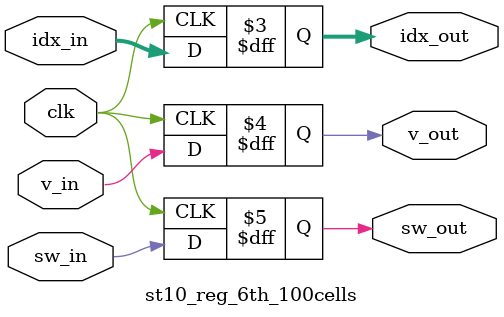
<source format=v>


module sa_acc
(
  input clk,
  input rst,
  input start,
  input [1-1:0] acc_user_done_rd_data,
  input [1-1:0] acc_user_done_wr_data,
  output [1-1:0] acc_user_request_read,
  input [1-1:0] acc_user_read_data_valid,
  input [32-1:0] acc_user_read_data,
  input [1-1:0] acc_user_available_write,
  output [1-1:0] acc_user_request_write,
  output [32-1:0] acc_user_write_data,
  output acc_user_done
);

  reg start_reg;
  wire [1-1:0] sa_aws_done;
  assign acc_user_done = &sa_aws_done;

  always @(posedge clk) begin
    if(rst) begin
      start_reg <= 0;
    end else begin
      start_reg <= start_reg | start;
    end
  end

  (* keep_hierarchy = "yes" *)

  sa_aws
  sa_aws_0
  (
    .clk(clk),
    .rst(rst),
    .start(start_reg),
    .sa_aws_done_rd_data(acc_user_done_rd_data[0]),
    .sa_aws_done_wr_data(acc_user_done_wr_data[0]),
    .sa_aws_request_read(acc_user_request_read[0]),
    .sa_aws_read_data_valid(acc_user_read_data_valid[0]),
    .sa_aws_read_data(acc_user_read_data[31:0]),
    .sa_aws_available_write(acc_user_available_write[0]),
    .sa_aws_request_write(acc_user_request_write[0]),
    .sa_aws_write_data(acc_user_write_data[31:0]),
    .sa_aws_done(sa_aws_done[0])
  );


  initial begin
    start_reg = 0;
  end


endmodule



module sa_aws
(
  input clk,
  input rst,
  input start,
  input sa_aws_done_rd_data,
  input sa_aws_done_wr_data,
  output sa_aws_request_read,
  input sa_aws_read_data_valid,
  input [32-1:0] sa_aws_read_data,
  input sa_aws_available_write,
  output reg sa_aws_request_write,
  output reg [32-1:0] sa_aws_write_data,
  output sa_aws_done
);

  assign sa_aws_done = &{ sa_aws_done_wr_data, sa_aws_done_rd_data };
  reg start_pipe;
  reg pop_data;
  wire available_pop;
  wire [16-1:0] data_out;
  reg [16-1:0] config_data;
  reg [2-1:0] fms_sd;
  localparam [2-1:0] fsm_sd_idle = 0;
  localparam [2-1:0] fsm_sd_send_data = 1;
  localparam [2-1:0] fsm_sd_done = 2;
  reg flag;
  wire sa_done;
  reg sa_rd;
  reg [11-1:0] sa_rd_addr;
  wire sa_out_v;
  wire [8-1:0] sa_out_data;

  always @(posedge clk) begin
    if(rst) begin
      pop_data <= 0;
      fms_sd <= fsm_sd_idle;
      flag <= 0;
    end else begin
      if(start) begin
        start_pipe <= 0;
        pop_data <= 0;
        flag <= 0;
        case(fms_sd)
          fsm_sd_idle: begin
            if(available_pop) begin
              pop_data <= 1;
              flag <= 1;
              fms_sd <= fsm_sd_send_data;
            end 
          end
          fsm_sd_send_data: begin
            config_data <= data_out;
            fms_sd <= fsm_sd_done;
          end
          fsm_sd_done: begin
            start_pipe <= 1;
          end
        endcase
      end 
    end
  end


  //Data Consumer - Begin
  reg [2-1:0] fsm_consume;
  localparam fsm_consume_wait = 0;
  localparam fsm_consume_consume = 1;
  localparam fsm_consume_verify = 2;
  localparam fsm_consume_done = 3;

  always @(posedge clk) begin
    if(rst) begin
      sa_rd <= 0;
      sa_rd_addr <= 0;
      sa_aws_request_write <= 0;
      fsm_consume <= fsm_consume_wait;
    end else begin
      sa_rd <= 0;
      sa_aws_request_write <= 0;
      case(fsm_consume)
        fsm_consume_wait: begin
          if(sa_aws_available_write) begin
            if(sa_done) begin
              sa_rd <= 1;
              fsm_consume <= fsm_consume_consume;
            end 
          end 
        end
        fsm_consume_consume: begin
          if(sa_out_v) begin
            sa_aws_request_write <= 1;
            sa_aws_write_data <= { 24'd0, sa_out_data };
            sa_rd_addr <= sa_rd_addr + 1;
            fsm_consume <= fsm_consume_verify;
          end 
        end
        fsm_consume_verify: begin
          if(sa_rd_addr == 1024) begin
            fsm_consume <= fsm_consume_done;
          end else begin
            fsm_consume <= fsm_consume_wait;
          end
        end
        fsm_consume_done: begin
        end
      endcase
    end
  end

  //Data Consumer - Begin
  (* keep_hierarchy = "yes" *)

  fecth_data_32_16
  fecth_data_32_16
  (
    .clk(clk),
    .rst(rst),
    .start(start),
    .request_read(sa_aws_request_read),
    .data_valid(sa_aws_read_data_valid),
    .read_data(sa_aws_read_data),
    .pop_data(pop_data),
    .available_pop(available_pop),
    .data_out(data_out)
  );


  sa_pipeline_6th_100cells
  sa_pipeline_6th_100cells
  (
    .clk(clk),
    .rst(rst),
    .start(start_pipe),
    .n_exec(config_data),
    .done(sa_done),
    .rd(sa_rd),
    .rd_addr(sa_rd_addr[9:0]),
    .out_v(sa_out_v),
    .out_data(sa_out_data)
  );


  initial begin
    sa_aws_request_write = 0;
    sa_aws_write_data = 0;
    start_pipe = 0;
    pop_data = 0;
    config_data = 0;
    fms_sd = 0;
    flag = 0;
    sa_rd = 0;
    sa_rd_addr = 0;
    fsm_consume = 0;
  end


endmodule



module fecth_data_32_16
(
  input clk,
  input start,
  input rst,
  output reg request_read,
  input data_valid,
  input [32-1:0] read_data,
  input pop_data,
  output reg available_pop,
  output [16-1:0] data_out
);

  reg [1-1:0] fsm_read;
  reg [1-1:0] fsm_control;
  reg [32-1:0] data;
  reg [32-1:0] buffer;
  reg [2-1:0] count;
  reg has_buffer;
  reg buffer_read;
  reg en;

  assign data_out = data[15:0];

  always @(posedge clk) begin
    if(rst) begin
      en <= 1'b0;
    end else begin
      en <= (en)? en : start;
    end
  end


  always @(posedge clk) begin
    if(rst) begin
      fsm_read <= 0;
      request_read <= 0;
      has_buffer <= 0;
    end else begin
      request_read <= 0;
      case(fsm_read)
        0: begin
          if(en & data_valid) begin
            buffer <= read_data;
            request_read <= 1;
            has_buffer <= 1;
            fsm_read <= 1;
          end 
        end
        1: begin
          if(buffer_read) begin
            has_buffer <= 0;
            fsm_read <= 0;
          end 
        end
      endcase
    end
  end


  always @(posedge clk) begin
    if(rst) begin
      fsm_control <= 0;
      available_pop <= 0;
      count <= 0;
      buffer_read <= 0;
    end else begin
      buffer_read <= 0;
      case(fsm_control)
        0: begin
          if(has_buffer) begin
            data <= buffer;
            count <= 1;
            buffer_read <= 1;
            available_pop <= 1;
            fsm_control <= 1;
          end 
        end
        1: begin
          if(pop_data & ~count[1]) begin
            count <= count << 1;
            data <= data[31:16];
          end 
          if(pop_data & count[1] & has_buffer) begin
            count <= 1;
            data <= buffer;
            buffer_read <= 1;
          end 
          if(count[1] & pop_data & ~has_buffer) begin
            count <= count << 1;
            data <= data[31:16];
            available_pop <= 0;
            fsm_control <= 0;
          end 
        end
      endcase
    end
  end


  initial begin
    request_read = 0;
    available_pop = 0;
    fsm_read = 0;
    fsm_control = 0;
    data = 0;
    buffer = 0;
    count = 0;
    has_buffer = 0;
    buffer_read = 0;
    en = 0;
  end


endmodule



module sa_pipeline_6th_100cells
(
  input clk,
  input rst,
  input start,
  input [16-1:0] n_exec,
  output reg done,
  input rd,
  input [10-1:0] rd_addr,
  output out_v,
  output [8-1:0] out_data
);

  // basic control inputs
  // -----
  wire pipe_start;
  reg [17-1:0] counter_total;
  // Threads controller output wires
  wire [3-1:0] th_idx;
  wire th_v;
  wire [7-1:0] th_ca;
  wire [7-1:0] th_cb;
  // -----

  always @(posedge clk) begin
    if(rst) begin
      counter_total <= 0;
      done <= 0;
    end else begin
      if(pipe_start) begin
        if((th_idx == 5) && ~th_v && &{ th_ca, th_cb }) begin
          counter_total <= counter_total + 1;
        end 
        if(counter_total == n_exec) begin
          done <= 1;
        end 
      end 
    end
  end

  // st1 output wires
  wire st1_rdy;
  wire [3-1:0] st1_idx;
  wire st1_v;
  wire [7-1:0] st1_ca;
  wire [7-1:0] st1_cb;
  wire [7-1:0] st1_na;
  wire st1_na_v;
  wire [7-1:0] st1_nb;
  wire st1_nb_v;
  wire st1_sw;
  wire [18-1:0] st1_wa;
  wire [18-1:0] st1_wb;
  // -----
  // st2 output wires
  wire [3-1:0] st2_idx;
  wire st2_v;
  wire [7-1:0] st2_ca;
  wire [7-1:0] st2_cb;
  wire [7-1:0] st2_na;
  wire st2_na_v;
  wire [7-1:0] st2_nb;
  wire st2_nb_v;
  wire [28-1:0] st2_va;
  wire [4-1:0] st2_va_v;
  wire [28-1:0] st2_vb;
  wire [4-1:0] st2_vb_v;
  wire st2_sw;
  wire [18-1:0] st2_wa;
  wire [18-1:0] st2_wb;
  // -----
  // st3 output wires
  wire [3-1:0] st3_idx;
  wire st3_v;
  wire [7-1:0] st3_ca;
  wire [7-1:0] st3_cb;
  wire [28-1:0] st3_cva;
  wire [4-1:0] st3_cva_v;
  wire [28-1:0] st3_cvb;
  wire [4-1:0] st3_cvb_v;
  wire [18-1:0] st3_wb;
  // -----
  // st4 output wires
  wire [3-1:0] st4_idx;
  wire st4_v;
  wire [7-1:0] st4_ca;
  wire [7-1:0] st4_cb;
  wire [28-1:0] st4_cva;
  wire [4-1:0] st4_cva_v;
  wire [28-1:0] st4_cvb;
  wire [4-1:0] st4_cvb_v;
  wire [40-1:0] st4_dvac;
  wire [40-1:0] st4_dvbc;
  // -----
  // st5 output wires
  wire [3-1:0] st5_idx;
  wire st5_v;
  wire [20-1:0] st5_dvac;
  wire [20-1:0] st5_dvbc;
  wire [40-1:0] st5_dvas;
  wire [40-1:0] st5_dvbs;
  // -----
  // st6 output wires
  wire [3-1:0] st6_idx;
  wire st6_v;
  wire [10-1:0] st6_dvac;
  wire [10-1:0] st6_dvbc;
  wire [20-1:0] st6_dvas;
  wire [20-1:0] st6_dvbs;
  // -----
  // st7 output wires
  wire [3-1:0] st7_idx;
  wire st7_v;
  wire [10-1:0] st7_dc;
  wire [10-1:0] st7_dvas;
  wire [10-1:0] st7_dvbs;
  // st8 output wires
  wire [3-1:0] st8_idx;
  wire st8_v;
  wire [10-1:0] st8_dc;
  wire [10-1:0] st8_ds;
  // -----
  // st9 output wires
  wire [3-1:0] st9_idx;
  wire st9_v;
  wire st9_sw;
  // -----
  // st10 output wires
  wire [3-1:0] st10_idx;
  wire st10_v;
  wire st10_sw;
  // -----
  assign pipe_start = &{ start, st1_rdy };

  th_controller_6th_100cells
  th_controller_6th_100cells
  (
    .clk(clk),
    .rst(rst),
    .start(pipe_start),
    .done(done),
    .idx_out(th_idx),
    .v_out(th_v),
    .ca_out(th_ca),
    .cb_out(th_cb)
  );


  st1_c2n_6th_100cells
  st1_c2n_6th_100cells
  (
    .rd(rd),
    .rd_addr(rd_addr),
    .out_v(out_v),
    .out_data(out_data),
    .clk(clk),
    .rst(rst),
    .rdy(st1_rdy),
    .idx_in(th_idx),
    .v_in(th_v),
    .ca_in(th_ca),
    .cb_in(th_cb),
    .sw_in(st10_sw),
    .st1_wb_in(st1_wb),
    .idx_out(st1_idx),
    .v_out(st1_v),
    .ca_out(st1_ca),
    .cb_out(st1_cb),
    .na_out(st1_na),
    .na_v_out(st1_na_v),
    .nb_out(st1_nb),
    .nb_v_out(st1_nb_v),
    .sw_out(st1_sw),
    .wa_out(st1_wa),
    .wb_out(st1_wb)
  );


  st2_n_6th_100cells
  st2_n_6th_100cells
  (
    .clk(clk),
    .idx_in(st1_idx),
    .v_in(st1_v),
    .ca_in(st1_ca),
    .cb_in(st1_cb),
    .na_in(st1_na),
    .na_v_in(st1_na_v),
    .nb_in(st1_nb),
    .nb_v_in(st1_nb_v),
    .sw_in(st1_sw),
    .wa_in(st1_wa),
    .wb_in(st1_wb),
    .idx_out(st2_idx),
    .v_out(st2_v),
    .ca_out(st2_ca),
    .cb_out(st2_cb),
    .na_out(st2_na),
    .na_v_out(st2_na_v),
    .nb_out(st2_nb),
    .nb_v_out(st2_nb_v),
    .va_out(st2_va),
    .va_v_out(st2_va_v),
    .vb_out(st2_vb),
    .vb_v_out(st2_vb_v),
    .sw_out(st2_sw),
    .wa_out(st2_wa),
    .wb_out(st2_wb)
  );


  st3_n2c_6th_100cells
  st3_n2c_6th_100cells
  (
    .clk(clk),
    .rst(rst),
    .idx_in(st2_idx),
    .v_in(st2_v),
    .ca_in(st2_ca),
    .cb_in(st2_cb),
    .na_in(st2_na),
    .na_v_in(st2_na_v),
    .nb_in(st2_nb),
    .nb_v_in(st2_nb_v),
    .va_in(st2_va),
    .va_v_in(st2_va_v),
    .vb_in(st2_vb),
    .vb_v_in(st2_vb_v),
    .st3_wb_in(st3_wb),
    .sw_in(st2_sw),
    .wa_in(st2_wa),
    .wb_in(st2_wb),
    .idx_out(st3_idx),
    .v_out(st3_v),
    .ca_out(st3_ca),
    .cb_out(st3_cb),
    .cva_out(st3_cva),
    .cva_v_out(st3_cva_v),
    .cvb_out(st3_cvb),
    .cvb_v_out(st3_cvb_v),
    .wb_out(st3_wb)
  );


  st4_d1_6th_100cells
  st4_d1_6th_100cells
  (
    .clk(clk),
    .idx_in(st3_idx),
    .v_in(st3_v),
    .ca_in(st3_ca),
    .cb_in(st3_cb),
    .cva_in(st3_cva),
    .cva_v_in(st3_cva_v),
    .cvb_in(st3_cvb),
    .cvb_v_in(st3_cvb_v),
    .idx_out(st4_idx),
    .v_out(st4_v),
    .ca_out(st4_ca),
    .cb_out(st4_cb),
    .cva_out(st4_cva),
    .cva_v_out(st4_cva_v),
    .cvb_out(st4_cvb),
    .cvb_v_out(st4_cvb_v),
    .dvac_out(st4_dvac),
    .dvbc_out(st4_dvbc)
  );


  st5_d2_s1_6th_100cells
  st5_d2_s1_6th_100cells
  (
    .clk(clk),
    .idx_in(st4_idx),
    .v_in(st4_v),
    .ca_in(st4_ca),
    .cb_in(st4_cb),
    .cva_in(st4_cva),
    .cva_v_in(st4_cva_v),
    .cvb_in(st4_cvb),
    .cvb_v_in(st4_cvb_v),
    .dvac_in(st4_dvac),
    .dvbc_in(st4_dvbc),
    .idx_out(st5_idx),
    .v_out(st5_v),
    .dvac_out(st5_dvac),
    .dvbc_out(st5_dvbc),
    .dvas_out(st5_dvas),
    .dvbs_out(st5_dvbs)
  );


  st6_s2_6th_100cells
  st6_s2_6th_100cells
  (
    .clk(clk),
    .idx_in(st5_idx),
    .v_in(st5_v),
    .dvac_in(st5_dvac),
    .dvbc_in(st5_dvbc),
    .dvas_in(st5_dvas),
    .dvbs_in(st5_dvbs),
    .idx_out(st6_idx),
    .v_out(st6_v),
    .dvac_out(st6_dvac),
    .dvbc_out(st6_dvbc),
    .dvas_out(st6_dvas),
    .dvbs_out(st6_dvbs)
  );


  st7_s3_6th_100cells
  st7_s3_6th_100cells
  (
    .clk(clk),
    .idx_in(st6_idx),
    .v_in(st6_v),
    .dvac_in(st6_dvac),
    .dvbc_in(st6_dvbc),
    .dvas_in(st6_dvas),
    .dvbs_in(st6_dvbs),
    .idx_out(st7_idx),
    .v_out(st7_v),
    .dc_out(st7_dc),
    .dvas_out(st7_dvas),
    .dvbs_out(st7_dvbs)
  );


  st8_s4_6th_100cells
  st8_s4_6th_100cells
  (
    .clk(clk),
    .idx_in(st7_idx),
    .v_in(st7_v),
    .dc_in(st7_dc),
    .dvas_in(st7_dvas),
    .dvbs_in(st7_dvbs),
    .idx_out(st8_idx),
    .v_out(st8_v),
    .dc_out(st8_dc),
    .ds_out(st8_ds)
  );


  st9_cmp_6th_100cells
  st9_cmp_6th_100cells
  (
    .clk(clk),
    .idx_in(st8_idx),
    .v_in(st8_v),
    .dc_in(st8_dc),
    .ds_in(st8_ds),
    .idx_out(st9_idx),
    .v_out(st9_v),
    .sw_out(st9_sw)
  );


  st10_reg_6th_100cells
  st10_reg_6th_100cells
  (
    .clk(clk),
    .idx_in(st9_idx),
    .v_in(st9_v),
    .sw_in(st9_sw),
    .idx_out(st10_idx),
    .v_out(st10_v),
    .sw_out(st10_sw)
  );


  initial begin
    done = 0;
    counter_total = 0;
  end


endmodule



module th_controller_6th_100cells
(
  input clk,
  input rst,
  input start,
  input done,
  output reg [3-1:0] idx_out,
  output reg v_out,
  output reg [7-1:0] ca_out,
  output reg [7-1:0] cb_out
);

  reg [6-1:0] flag_f_exec;
  reg [6-1:0] v_r;
  reg [3-1:0] idx_r;
  wire [14-1:0] counter;
  wire [14-1:0] counter_t;
  wire [14-1:0] counter_wr;
  wire [7-1:0] ca_out_t;
  wire [7-1:0] cb_out_t;
  assign counter_t = (flag_f_exec[idx_r])? 0 : counter;
  assign counter_wr = (&counter_t)? 0 : counter_t + 1;
  assign ca_out_t = counter_t[6:0];
  assign cb_out_t = counter_t[13:7];

  always @(posedge clk) begin
    if(rst) begin
      idx_out <= 0;
      v_out <= 0;
      ca_out <= 0;
      cb_out <= 0;
      idx_r <= 0;
      flag_f_exec <= 6'b111111;
      v_r <= 6'b111111;
    end else begin
      if(start) begin
        idx_out <= idx_r;
        v_out <= (done)? 1'b0 : v_r[idx_r];
        ca_out <= ca_out_t;
        cb_out <= cb_out_t;
        v_r[idx_r] <= ~v_r[idx_r];
        if(!v_r[idx_r]) begin
          flag_f_exec[idx_r] <= 0;
          if(idx_r == 5) begin
            idx_r <= 0;
          end else begin
            idx_r <= idx_r + 1;
          end
        end 
      end 
    end
  end


  mem_2r_1w_width14_depth3
  #(
    .init_file("./th.rom"),
    .read_f(1),
    .write_f(0)
  )
  mem_2r_1w_width14_depth3
  (
    .clk(clk),
    .rd_addr0(idx_r),
    .out0(counter),
    .wr(~v_r[idx_r]),
    .wr_addr(idx_r),
    .wr_data(counter_wr)
  );


  initial begin
    idx_out = 0;
    v_out = 0;
    ca_out = 0;
    cb_out = 0;
    flag_f_exec = 0;
    v_r = 0;
    idx_r = 0;
  end


endmodule



module mem_2r_1w_width14_depth3 #
(
  parameter read_f = 0,
  parameter init_file = "mem_file.txt",
  parameter write_f = 0,
  parameter output_file = "mem_out_file.txt"
)
(
  input clk,
  input [3-1:0] rd_addr0,
  input [3-1:0] rd_addr1,
  output [14-1:0] out0,
  output [14-1:0] out1,
  input wr,
  input [3-1:0] wr_addr,
  input [14-1:0] wr_data
);

  (*rom_style = "block" *) reg [14-1:0] mem[0:2**3-1];
  /*
  reg [14-1:0] mem [0:2**3-1];
  */
  assign out0 = mem[rd_addr0];
  assign out1 = mem[rd_addr1];

  always @(posedge clk) begin
    if(wr) begin
      mem[wr_addr] <= wr_data;
    end 
  end

  //synthesis translate_off

  always @(posedge clk) begin
    if(wr && write_f) begin
      $writememh(output_file, mem);
    end 
  end

  //synthesis translate_on

  initial begin
    if(read_f) begin
      $readmemh(init_file, mem);
    end 
  end


endmodule



module st1_c2n_6th_100cells
(
  input clk,
  input rst,
  input rd,
  input [10-1:0] rd_addr,
  output reg out_v,
  output reg [8-1:0] out_data,
  input [3-1:0] idx_in,
  input v_in,
  input [7-1:0] ca_in,
  input [7-1:0] cb_in,
  input sw_in,
  input [18-1:0] st1_wb_in,
  output reg rdy,
  output reg [3-1:0] idx_out,
  output reg v_out,
  output reg [7-1:0] ca_out,
  output reg [7-1:0] cb_out,
  output reg [7-1:0] na_out,
  output reg na_v_out,
  output reg [7-1:0] nb_out,
  output reg nb_v_out,
  output reg sw_out,
  output reg [18-1:0] wa_out,
  output reg [18-1:0] wb_out
);

  reg flag;
  reg [4-1:0] counter;
  reg fifo_init;
  wire [7-1:0] na_t;
  wire na_v_t;
  wire [7-1:0] nb_t;
  wire nb_v_t;
  wire [18-1:0] wa_t;
  wire [18-1:0] wb_t;
  wire fifoa_wr_en;
  wire fifoa_rd_en;
  wire [18-1:0] fifoa_data;
  wire fifob_wr_en;
  wire fifob_rd_en;
  wire [18-1:0] fifob_data;
  wire [3-1:0] wa_idx;
  wire [7-1:0] wa_c;
  wire [7-1:0] wa_n;
  wire wa_n_v;
  wire [3-1:0] wb_idx;
  wire [7-1:0] wb_c;
  wire [7-1:0] wb_n;
  wire wb_n_v;
  wire m_wr;
  wire [10-1:0] m_wr_addr;
  wire [8-1:0] m_wr_data;
  assign fifoa_data = { idx_in, ca_in, nb_v_t, nb_t };
  assign fifob_data = { idx_in, cb_in, na_v_t, na_t };
  assign fifoa_rd_en = &{ rdy, v_in };
  assign fifob_rd_en = &{ rdy, v_in };
  assign fifoa_wr_en = |{ &{ rdy, v_in }, fifo_init };
  assign fifob_wr_en = |{ &{ rdy, v_in }, fifo_init };
  assign wa_n = wa_t[6:0];
  assign wa_n_v = wa_t[7];
  assign wa_c = wa_t[14:8];
  assign wa_idx = wa_t[17:15];
  assign wb_n = st1_wb_in[6:0];
  assign wb_n_v = st1_wb_in[7];
  assign wb_c = st1_wb_in[14:8];
  assign wb_idx = st1_wb_in[17:15];
  assign m_wr = sw_in;
  assign m_wr_addr = (flag)? { wa_idx, wa_c } : { wb_idx, wb_c };
  assign m_wr_data = (flag)? { wa_n_v, wa_n } : { wb_n_v, wb_n };

  always @(posedge clk) begin
    idx_out <= idx_in;
    v_out <= v_in;
    ca_out <= ca_in;
    cb_out <= cb_in;
    na_out <= na_t;
    na_v_out <= na_v_t;
    nb_out <= nb_t;
    nb_v_out <= nb_v_t;
    sw_out <= sw_in;
    wa_out <= wa_t;
    wb_out <= wb_t;
    out_v <= rd;
    out_data <= { na_v_t, na_t };
  end


  always @(posedge clk) begin
    if(rst) begin
      flag <= 1;
    end else begin
      if(sw_in) begin
        flag <= ~flag;
      end 
    end
  end


  always @(posedge clk) begin
    if(rst) begin
      rdy <= 0;
      fifo_init <= 0;
      counter <= 0;
    end else begin
      if(counter == 4) begin
        rdy <= 1;
        fifo_init <= 0;
      end else begin
        counter <= counter + 1;
        fifo_init <= 1;
      end
    end
  end


  mem_2r_1w_width8_depth10
  #(
    .init_file("./c_n.rom"),
    .read_f(1),
    .write_f(1),
    .output_file("./c_n_out.rom")
  )
  mem_2r_1w_width8_depth10
  (
    .clk(clk),
    .rd_addr0((rd)? rd_addr : { idx_in, ca_in }),
    .rd_addr1({ idx_in, cb_in }),
    .out0({ na_v_t, na_t }),
    .out1({ nb_v_t, nb_t }),
    .wr(m_wr),
    .wr_addr(m_wr_addr),
    .wr_data(m_wr_data)
  );


  fifo
  #(
    .FIFO_WIDTH(18),
    .FIFO_DEPTH_BITS(3)
  )
  fifo_a
  (
    .clk(clk),
    .rst(rst),
    .write_enable(fifoa_wr_en),
    .input_data(fifoa_data),
    .output_read_enable(fifoa_rd_en),
    .output_data(wa_t)
  );


  fifo
  #(
    .FIFO_WIDTH(18),
    .FIFO_DEPTH_BITS(3)
  )
  fifo_b
  (
    .clk(clk),
    .rst(rst),
    .write_enable(fifob_wr_en),
    .input_data(fifob_data),
    .output_read_enable(fifob_rd_en),
    .output_data(wb_t)
  );


  initial begin
    out_v = 0;
    out_data = 0;
    rdy = 0;
    idx_out = 0;
    v_out = 0;
    ca_out = 0;
    cb_out = 0;
    na_out = 0;
    na_v_out = 0;
    nb_out = 0;
    nb_v_out = 0;
    sw_out = 0;
    wa_out = 0;
    wb_out = 0;
    flag = 0;
    counter = 0;
    fifo_init = 0;
  end


endmodule



module mem_2r_1w_width8_depth10 #
(
  parameter read_f = 0,
  parameter init_file = "mem_file.txt",
  parameter write_f = 0,
  parameter output_file = "mem_out_file.txt"
)
(
  input clk,
  input [10-1:0] rd_addr0,
  input [10-1:0] rd_addr1,
  output [8-1:0] out0,
  output [8-1:0] out1,
  input wr,
  input [10-1:0] wr_addr,
  input [8-1:0] wr_data
);

  (*rom_style = "block" *) reg [8-1:0] mem[0:2**10-1];
  /*
  reg [8-1:0] mem [0:2**10-1];
  */
  assign out0 = mem[rd_addr0];
  assign out1 = mem[rd_addr1];

  always @(posedge clk) begin
    if(wr) begin
      mem[wr_addr] <= wr_data;
    end 
  end

  //synthesis translate_off

  always @(posedge clk) begin
    if(wr && write_f) begin
      $writememh(output_file, mem);
    end 
  end

  //synthesis translate_on

  initial begin
    if(read_f) begin
      $readmemh(init_file, mem);
    end 
  end


endmodule



module fifo #
(
  parameter FIFO_WIDTH = 32,
  parameter FIFO_DEPTH_BITS = 8,
  parameter FIFO_ALMOSTFULL_THRESHOLD = 2 ** FIFO_DEPTH_BITS - 4,
  parameter FIFO_ALMOSTEMPTY_THRESHOLD = 4
)
(
  input clk,
  input rst,
  input write_enable,
  input [FIFO_WIDTH-1:0] input_data,
  input output_read_enable,
  output reg output_valid,
  output reg [FIFO_WIDTH-1:0] output_data,
  output reg empty,
  output reg almostempty,
  output reg full,
  output reg almostfull,
  output reg [FIFO_DEPTH_BITS+1-1:0] data_count
);

  reg [FIFO_DEPTH_BITS-1:0] read_pointer;
  reg [FIFO_DEPTH_BITS-1:0] write_pointer;
  (*rom_style = "block" *) reg [FIFO_WIDTH-1:0] mem[0:2**FIFO_DEPTH_BITS-1];
  /*
  reg [FIFO_WIDTH-1:0] mem [0:2**FIFO_DEPTH_BITS-1];
  */

  always @(posedge clk) begin
    if(rst) begin
      empty <= 1;
      almostempty <= 1;
      full <= 0;
      almostfull <= 0;
      read_pointer <= 0;
      write_pointer <= 0;
      data_count <= 0;
    end else begin
      case({ write_enable, output_read_enable })
        3: begin
          read_pointer <= read_pointer + 1;
          write_pointer <= write_pointer + 1;
        end
        2: begin
          if(~full) begin
            write_pointer <= write_pointer + 1;
            data_count <= data_count + 1;
            empty <= 0;
            if(data_count == FIFO_ALMOSTEMPTY_THRESHOLD - 1) begin
              almostempty <= 0;
            end 
            if(data_count == 2 ** FIFO_DEPTH_BITS - 1) begin
              full <= 1;
            end 
            if(data_count == FIFO_ALMOSTFULL_THRESHOLD - 1) begin
              almostfull <= 1;
            end 
          end 
        end
        1: begin
          if(~empty) begin
            read_pointer <= read_pointer + 1;
            data_count <= data_count - 1;
            full <= 0;
            if(data_count == FIFO_ALMOSTFULL_THRESHOLD) begin
              almostfull <= 0;
            end 
            if(data_count == 1) begin
              empty <= 1;
            end 
            if(data_count == FIFO_ALMOSTEMPTY_THRESHOLD) begin
              almostempty <= 1;
            end 
          end 
        end
      endcase
    end
  end


  always @(posedge clk) begin
    if(rst) begin
      output_valid <= 0;
    end else begin
      output_valid <= 0;
      if(write_enable == 1) begin
        mem[write_pointer] <= input_data;
      end 
      if(output_read_enable == 1) begin
        output_data <= mem[read_pointer];
        output_valid <= 1;
      end 
    end
  end


endmodule



module st2_n_6th_100cells
(
  input clk,
  input [3-1:0] idx_in,
  input v_in,
  input [7-1:0] ca_in,
  input [7-1:0] cb_in,
  input [7-1:0] na_in,
  input na_v_in,
  input [7-1:0] nb_in,
  input nb_v_in,
  input sw_in,
  input [18-1:0] wa_in,
  input [18-1:0] wb_in,
  output reg [3-1:0] idx_out,
  output reg v_out,
  output reg [7-1:0] ca_out,
  output reg [7-1:0] cb_out,
  output reg [7-1:0] na_out,
  output reg na_v_out,
  output reg [7-1:0] nb_out,
  output reg nb_v_out,
  output reg [28-1:0] va_out,
  output reg [4-1:0] va_v_out,
  output reg [28-1:0] vb_out,
  output reg [4-1:0] vb_v_out,
  output reg sw_out,
  output reg [18-1:0] wa_out,
  output reg [18-1:0] wb_out
);

  wire [28-1:0] va_t;
  wire [4-1:0] va_v_t;
  wire [4-1:0] va_v_m;
  wire [28-1:0] vb_t;
  wire [4-1:0] vb_v_t;
  wire [4-1:0] vb_v_m;
  assign va_v_t = (na_v_in)? va_v_m : 4'b0;
  assign vb_v_t = (nb_v_in)? vb_v_m : 4'b0;

  always @(posedge clk) begin
    idx_out <= idx_in;
    v_out <= v_in;
    ca_out <= ca_in;
    cb_out <= cb_in;
    na_out <= na_in;
    na_v_out <= na_v_in;
    nb_out <= nb_in;
    nb_v_out <= nb_v_in;
    sw_out <= sw_in;
    wa_out <= wa_in;
    wb_out <= wb_in;
    va_out <= va_t;
    va_v_out <= va_v_t;
    vb_out <= vb_t;
    vb_v_out <= vb_v_t;
  end


  mem_2r_1w_width8_depth7
  #(
    .init_file("./n0.rom"),
    .read_f(1),
    .write_f(0)
  )
  mem_2r_1w_width8_depth7_0
  (
    .clk(clk),
    .rd_addr0(na_in),
    .rd_addr1(nb_in),
    .out0({ va_v_m[0], va_t[6:0] }),
    .out1({ vb_v_m[0], vb_t[6:0] }),
    .wr(1'b0),
    .wr_addr(7'b0),
    .wr_data(8'b0)
  );


  mem_2r_1w_width8_depth7
  #(
    .init_file("./n1.rom"),
    .read_f(1),
    .write_f(0)
  )
  mem_2r_1w_width8_depth7_1
  (
    .clk(clk),
    .rd_addr0(na_in),
    .rd_addr1(nb_in),
    .out0({ va_v_m[1], va_t[13:7] }),
    .out1({ vb_v_m[1], vb_t[13:7] }),
    .wr(1'b0),
    .wr_addr(7'b0),
    .wr_data(8'b0)
  );


  mem_2r_1w_width8_depth7
  #(
    .init_file("./n2.rom"),
    .read_f(1),
    .write_f(0)
  )
  mem_2r_1w_width8_depth7_2
  (
    .clk(clk),
    .rd_addr0(na_in),
    .rd_addr1(nb_in),
    .out0({ va_v_m[2], va_t[20:14] }),
    .out1({ vb_v_m[2], vb_t[20:14] }),
    .wr(1'b0),
    .wr_addr(7'b0),
    .wr_data(8'b0)
  );


  mem_2r_1w_width8_depth7
  #(
    .init_file("./n3.rom"),
    .read_f(1),
    .write_f(0)
  )
  mem_2r_1w_width8_depth7_3
  (
    .clk(clk),
    .rd_addr0(na_in),
    .rd_addr1(nb_in),
    .out0({ va_v_m[3], va_t[27:21] }),
    .out1({ vb_v_m[3], vb_t[27:21] }),
    .wr(1'b0),
    .wr_addr(7'b0),
    .wr_data(8'b0)
  );


  initial begin
    idx_out = 0;
    v_out = 0;
    ca_out = 0;
    cb_out = 0;
    na_out = 0;
    na_v_out = 0;
    nb_out = 0;
    nb_v_out = 0;
    va_out = 0;
    va_v_out = 0;
    vb_out = 0;
    vb_v_out = 0;
    sw_out = 0;
    wa_out = 0;
    wb_out = 0;
  end


endmodule



module mem_2r_1w_width8_depth7 #
(
  parameter read_f = 0,
  parameter init_file = "mem_file.txt",
  parameter write_f = 0,
  parameter output_file = "mem_out_file.txt"
)
(
  input clk,
  input [7-1:0] rd_addr0,
  input [7-1:0] rd_addr1,
  output [8-1:0] out0,
  output [8-1:0] out1,
  input wr,
  input [7-1:0] wr_addr,
  input [8-1:0] wr_data
);

  (*rom_style = "block" *) reg [8-1:0] mem[0:2**7-1];
  /*
  reg [8-1:0] mem [0:2**7-1];
  */
  assign out0 = mem[rd_addr0];
  assign out1 = mem[rd_addr1];

  always @(posedge clk) begin
    if(wr) begin
      mem[wr_addr] <= wr_data;
    end 
  end

  //synthesis translate_off

  always @(posedge clk) begin
    if(wr && write_f) begin
      $writememh(output_file, mem);
    end 
  end

  //synthesis translate_on

  initial begin
    if(read_f) begin
      $readmemh(init_file, mem);
    end 
  end


endmodule



module st3_n2c_6th_100cells
(
  input clk,
  input rst,
  input [3-1:0] idx_in,
  input v_in,
  input [7-1:0] ca_in,
  input [7-1:0] cb_in,
  input [7-1:0] na_in,
  input na_v_in,
  input [7-1:0] nb_in,
  input nb_v_in,
  input [28-1:0] va_in,
  input [4-1:0] va_v_in,
  input [28-1:0] vb_in,
  input [4-1:0] vb_v_in,
  input [18-1:0] st3_wb_in,
  input sw_in,
  input [18-1:0] wa_in,
  input [18-1:0] wb_in,
  output reg [3-1:0] idx_out,
  output reg v_out,
  output reg [7-1:0] ca_out,
  output reg [7-1:0] cb_out,
  output reg [28-1:0] cva_out,
  output reg [4-1:0] cva_v_out,
  output reg [28-1:0] cvb_out,
  output reg [4-1:0] cvb_v_out,
  output reg [18-1:0] wb_out
);

  reg flag;
  wire [28-1:0] cva_t;
  wire [28-1:0] cvb_t;
  wire [3-1:0] wa_idx;
  wire [7-1:0] wa_c;
  wire [7-1:0] wa_n;
  wire wa_n_v;
  wire [3-1:0] wb_idx;
  wire [7-1:0] wb_c;
  wire [7-1:0] wb_n;
  wire wb_n_v;
  wire m_wr;
  wire [10-1:0] m_wr_addr;
  wire [7-1:0] m_wr_data;
  assign wa_n = wa_in[6:0];
  assign wa_n_v = wa_in[7];
  assign wa_c = wa_in[14:8];
  assign wa_idx = wa_in[17:15];
  assign wb_n = st3_wb_in[6:0];
  assign wb_n_v = st3_wb_in[7];
  assign wb_c = st3_wb_in[14:8];
  assign wb_idx = st3_wb_in[17:15];
  assign m_wr = (flag)? &{ sw_in, wa_n_v } : &{ sw_in, wb_n_v };
  assign m_wr_addr = (flag)? { wa_idx, wa_n } : { wb_idx, wb_n };
  assign m_wr_data = (flag)? wa_c : wb_c;

  always @(posedge clk) begin
    idx_out <= idx_in;
    v_out <= v_in;
    ca_out <= ca_in;
    cb_out <= cb_in;
    cva_out <= cva_t;
    cva_v_out <= va_v_in;
    cvb_out <= cvb_t;
    cvb_v_out <= vb_v_in;
    wb_out <= wb_in;
  end


  always @(posedge clk) begin
    if(rst) begin
      flag <= 1;
    end else begin
      if(sw_in) begin
        flag <= ~flag;
      end 
    end
  end


  mem_2r_1w_width7_depth10
  #(
    .init_file("./n_c.rom"),
    .read_f(1),
    .write_f(1),
    .output_file("./n_c_out.rom")
  )
  mem_2r_1w_width7_depth10_0
  (
    .clk(clk),
    .rd_addr0({ idx_in, va_in[6:0] }),
    .rd_addr1({ idx_in, vb_in[6:0] }),
    .out0(cva_t[6:0]),
    .out1(cvb_t[6:0]),
    .wr(m_wr),
    .wr_addr(m_wr_addr),
    .wr_data(m_wr_data)
  );


  mem_2r_1w_width7_depth10
  #(
    .init_file("./n_c.rom"),
    .read_f(1),
    .write_f(0),
    .output_file("./n_c_out.rom")
  )
  mem_2r_1w_width7_depth10_1
  (
    .clk(clk),
    .rd_addr0({ idx_in, va_in[13:7] }),
    .rd_addr1({ idx_in, vb_in[13:7] }),
    .out0(cva_t[13:7]),
    .out1(cvb_t[13:7]),
    .wr(m_wr),
    .wr_addr(m_wr_addr),
    .wr_data(m_wr_data)
  );


  mem_2r_1w_width7_depth10
  #(
    .init_file("./n_c.rom"),
    .read_f(1),
    .write_f(0),
    .output_file("./n_c_out.rom")
  )
  mem_2r_1w_width7_depth10_2
  (
    .clk(clk),
    .rd_addr0({ idx_in, va_in[20:14] }),
    .rd_addr1({ idx_in, vb_in[20:14] }),
    .out0(cva_t[20:14]),
    .out1(cvb_t[20:14]),
    .wr(m_wr),
    .wr_addr(m_wr_addr),
    .wr_data(m_wr_data)
  );


  mem_2r_1w_width7_depth10
  #(
    .init_file("./n_c.rom"),
    .read_f(1),
    .write_f(0),
    .output_file("./n_c_out.rom")
  )
  mem_2r_1w_width7_depth10_3
  (
    .clk(clk),
    .rd_addr0({ idx_in, va_in[27:21] }),
    .rd_addr1({ idx_in, vb_in[27:21] }),
    .out0(cva_t[27:21]),
    .out1(cvb_t[27:21]),
    .wr(m_wr),
    .wr_addr(m_wr_addr),
    .wr_data(m_wr_data)
  );


  initial begin
    idx_out = 0;
    v_out = 0;
    ca_out = 0;
    cb_out = 0;
    cva_out = 0;
    cva_v_out = 0;
    cvb_out = 0;
    cvb_v_out = 0;
    wb_out = 0;
    flag = 0;
  end


endmodule



module mem_2r_1w_width7_depth10 #
(
  parameter read_f = 0,
  parameter init_file = "mem_file.txt",
  parameter write_f = 0,
  parameter output_file = "mem_out_file.txt"
)
(
  input clk,
  input [10-1:0] rd_addr0,
  input [10-1:0] rd_addr1,
  output [7-1:0] out0,
  output [7-1:0] out1,
  input wr,
  input [10-1:0] wr_addr,
  input [7-1:0] wr_data
);

  (*rom_style = "block" *) reg [7-1:0] mem[0:2**10-1];
  /*
  reg [7-1:0] mem [0:2**10-1];
  */
  assign out0 = mem[rd_addr0];
  assign out1 = mem[rd_addr1];

  always @(posedge clk) begin
    if(wr) begin
      mem[wr_addr] <= wr_data;
    end 
  end

  //synthesis translate_off

  always @(posedge clk) begin
    if(wr && write_f) begin
      $writememh(output_file, mem);
    end 
  end

  //synthesis translate_on

  initial begin
    if(read_f) begin
      $readmemh(init_file, mem);
    end 
  end


endmodule



module st4_d1_6th_100cells
(
  input clk,
  input [3-1:0] idx_in,
  input v_in,
  input [7-1:0] ca_in,
  input [7-1:0] cb_in,
  input [28-1:0] cva_in,
  input [4-1:0] cva_v_in,
  input [28-1:0] cvb_in,
  input [4-1:0] cvb_v_in,
  output reg [3-1:0] idx_out,
  output reg v_out,
  output reg [7-1:0] ca_out,
  output reg [7-1:0] cb_out,
  output reg [28-1:0] cva_out,
  output reg [4-1:0] cva_v_out,
  output reg [28-1:0] cvb_out,
  output reg [4-1:0] cvb_v_out,
  output reg [40-1:0] dvac_out,
  output reg [40-1:0] dvbc_out
);

  wire [7-1:0] cac;
  wire [7-1:0] cbc;
  wire [40-1:0] dvac_t;
  wire [40-1:0] dvbc_t;
  assign cac = ca_in;
  assign cbc = cb_in;

  always @(posedge clk) begin
    idx_out <= idx_in;
    v_out <= v_in;
    ca_out <= ca_in;
    cb_out <= cb_in;
    cva_out <= cva_in;
    cva_v_out <= cva_v_in;
    cvb_out <= cvb_in;
    cvb_v_out <= cvb_v_in;
    dvac_out <= dvac_t;
    dvbc_out <= dvbc_t;
  end


  distance_rom_10_10
  distance_rom_10_10_dac_0
  (
    .opa0(cac),
    .opa1(cva_in[6:0]),
    .opav(cva_v_in[0]),
    .opb0(cac),
    .opb1(cva_in[13:7]),
    .opbv(cva_v_in[1]),
    .da(dvac_t[9:0]),
    .db(dvac_t[19:10])
  );


  distance_rom_10_10
  distance_rom_10_10_dac_1
  (
    .opa0(cac),
    .opa1(cva_in[20:14]),
    .opav(cva_v_in[2]),
    .opb0(cac),
    .opb1(cva_in[27:21]),
    .opbv(cva_v_in[3]),
    .da(dvac_t[29:20]),
    .db(dvac_t[39:30])
  );


  distance_rom_10_10
  distance_rom_10_10_dbc_0
  (
    .opa0(cbc),
    .opa1(cvb_in[6:0]),
    .opav(cvb_v_in[0]),
    .opb0(cbc),
    .opb1(cvb_in[13:7]),
    .opbv(cvb_v_in[1]),
    .da(dvbc_t[9:0]),
    .db(dvbc_t[19:10])
  );


  distance_rom_10_10
  distance_rom_10_10_dbc_1
  (
    .opa0(cbc),
    .opa1(cvb_in[20:14]),
    .opav(cvb_v_in[2]),
    .opb0(cbc),
    .opb1(cvb_in[27:21]),
    .opbv(cvb_v_in[3]),
    .da(dvbc_t[29:20]),
    .db(dvbc_t[39:30])
  );


  initial begin
    idx_out = 0;
    v_out = 0;
    ca_out = 0;
    cb_out = 0;
    cva_out = 0;
    cva_v_out = 0;
    cvb_out = 0;
    cvb_v_out = 0;
    dvac_out = 0;
    dvbc_out = 0;
  end


endmodule



module distance_rom_10_10
(
  input [7-1:0] opa0,
  input [7-1:0] opa1,
  input opav,
  input [7-1:0] opb0,
  input [7-1:0] opb1,
  input opbv,
  output [10-1:0] da,
  output [10-1:0] db
);

  wire [10-1:0] mem [0:100**2-1];
  assign da = (opav)? mem[{ opa1, opa0 }] : 0;
  assign db = (opbv)? mem[{ opb1, opb0 }] : 0;
  assign mem[0] = 10'd0;
  assign mem[1] = 10'd1;
  assign mem[2] = 10'd2;
  assign mem[3] = 10'd3;
  assign mem[4] = 10'd4;
  assign mem[5] = 10'd5;
  assign mem[6] = 10'd6;
  assign mem[7] = 10'd7;
  assign mem[8] = 10'd8;
  assign mem[9] = 10'd9;
  assign mem[10] = 10'd1;
  assign mem[11] = 10'd2;
  assign mem[12] = 10'd3;
  assign mem[13] = 10'd4;
  assign mem[14] = 10'd5;
  assign mem[15] = 10'd6;
  assign mem[16] = 10'd7;
  assign mem[17] = 10'd8;
  assign mem[18] = 10'd9;
  assign mem[19] = 10'd10;
  assign mem[20] = 10'd2;
  assign mem[21] = 10'd3;
  assign mem[22] = 10'd4;
  assign mem[23] = 10'd5;
  assign mem[24] = 10'd6;
  assign mem[25] = 10'd7;
  assign mem[26] = 10'd8;
  assign mem[27] = 10'd9;
  assign mem[28] = 10'd10;
  assign mem[29] = 10'd11;
  assign mem[30] = 10'd3;
  assign mem[31] = 10'd4;
  assign mem[32] = 10'd5;
  assign mem[33] = 10'd6;
  assign mem[34] = 10'd7;
  assign mem[35] = 10'd8;
  assign mem[36] = 10'd9;
  assign mem[37] = 10'd10;
  assign mem[38] = 10'd11;
  assign mem[39] = 10'd12;
  assign mem[40] = 10'd4;
  assign mem[41] = 10'd5;
  assign mem[42] = 10'd6;
  assign mem[43] = 10'd7;
  assign mem[44] = 10'd8;
  assign mem[45] = 10'd9;
  assign mem[46] = 10'd10;
  assign mem[47] = 10'd11;
  assign mem[48] = 10'd12;
  assign mem[49] = 10'd13;
  assign mem[50] = 10'd5;
  assign mem[51] = 10'd6;
  assign mem[52] = 10'd7;
  assign mem[53] = 10'd8;
  assign mem[54] = 10'd9;
  assign mem[55] = 10'd10;
  assign mem[56] = 10'd11;
  assign mem[57] = 10'd12;
  assign mem[58] = 10'd13;
  assign mem[59] = 10'd14;
  assign mem[60] = 10'd6;
  assign mem[61] = 10'd7;
  assign mem[62] = 10'd8;
  assign mem[63] = 10'd9;
  assign mem[64] = 10'd10;
  assign mem[65] = 10'd11;
  assign mem[66] = 10'd12;
  assign mem[67] = 10'd13;
  assign mem[68] = 10'd14;
  assign mem[69] = 10'd15;
  assign mem[70] = 10'd7;
  assign mem[71] = 10'd8;
  assign mem[72] = 10'd9;
  assign mem[73] = 10'd10;
  assign mem[74] = 10'd11;
  assign mem[75] = 10'd12;
  assign mem[76] = 10'd13;
  assign mem[77] = 10'd14;
  assign mem[78] = 10'd15;
  assign mem[79] = 10'd16;
  assign mem[80] = 10'd8;
  assign mem[81] = 10'd9;
  assign mem[82] = 10'd10;
  assign mem[83] = 10'd11;
  assign mem[84] = 10'd12;
  assign mem[85] = 10'd13;
  assign mem[86] = 10'd14;
  assign mem[87] = 10'd15;
  assign mem[88] = 10'd16;
  assign mem[89] = 10'd17;
  assign mem[90] = 10'd9;
  assign mem[91] = 10'd10;
  assign mem[92] = 10'd11;
  assign mem[93] = 10'd12;
  assign mem[94] = 10'd13;
  assign mem[95] = 10'd14;
  assign mem[96] = 10'd15;
  assign mem[97] = 10'd16;
  assign mem[98] = 10'd17;
  assign mem[99] = 10'd18;
  assign mem[100] = 10'd1;
  assign mem[101] = 10'd0;
  assign mem[102] = 10'd1;
  assign mem[103] = 10'd2;
  assign mem[104] = 10'd3;
  assign mem[105] = 10'd4;
  assign mem[106] = 10'd5;
  assign mem[107] = 10'd6;
  assign mem[108] = 10'd7;
  assign mem[109] = 10'd8;
  assign mem[110] = 10'd2;
  assign mem[111] = 10'd1;
  assign mem[112] = 10'd2;
  assign mem[113] = 10'd3;
  assign mem[114] = 10'd4;
  assign mem[115] = 10'd5;
  assign mem[116] = 10'd6;
  assign mem[117] = 10'd7;
  assign mem[118] = 10'd8;
  assign mem[119] = 10'd9;
  assign mem[120] = 10'd3;
  assign mem[121] = 10'd2;
  assign mem[122] = 10'd3;
  assign mem[123] = 10'd4;
  assign mem[124] = 10'd5;
  assign mem[125] = 10'd6;
  assign mem[126] = 10'd7;
  assign mem[127] = 10'd8;
  assign mem[128] = 10'd9;
  assign mem[129] = 10'd10;
  assign mem[130] = 10'd4;
  assign mem[131] = 10'd3;
  assign mem[132] = 10'd4;
  assign mem[133] = 10'd5;
  assign mem[134] = 10'd6;
  assign mem[135] = 10'd7;
  assign mem[136] = 10'd8;
  assign mem[137] = 10'd9;
  assign mem[138] = 10'd10;
  assign mem[139] = 10'd11;
  assign mem[140] = 10'd5;
  assign mem[141] = 10'd4;
  assign mem[142] = 10'd5;
  assign mem[143] = 10'd6;
  assign mem[144] = 10'd7;
  assign mem[145] = 10'd8;
  assign mem[146] = 10'd9;
  assign mem[147] = 10'd10;
  assign mem[148] = 10'd11;
  assign mem[149] = 10'd12;
  assign mem[150] = 10'd6;
  assign mem[151] = 10'd5;
  assign mem[152] = 10'd6;
  assign mem[153] = 10'd7;
  assign mem[154] = 10'd8;
  assign mem[155] = 10'd9;
  assign mem[156] = 10'd10;
  assign mem[157] = 10'd11;
  assign mem[158] = 10'd12;
  assign mem[159] = 10'd13;
  assign mem[160] = 10'd7;
  assign mem[161] = 10'd6;
  assign mem[162] = 10'd7;
  assign mem[163] = 10'd8;
  assign mem[164] = 10'd9;
  assign mem[165] = 10'd10;
  assign mem[166] = 10'd11;
  assign mem[167] = 10'd12;
  assign mem[168] = 10'd13;
  assign mem[169] = 10'd14;
  assign mem[170] = 10'd8;
  assign mem[171] = 10'd7;
  assign mem[172] = 10'd8;
  assign mem[173] = 10'd9;
  assign mem[174] = 10'd10;
  assign mem[175] = 10'd11;
  assign mem[176] = 10'd12;
  assign mem[177] = 10'd13;
  assign mem[178] = 10'd14;
  assign mem[179] = 10'd15;
  assign mem[180] = 10'd9;
  assign mem[181] = 10'd8;
  assign mem[182] = 10'd9;
  assign mem[183] = 10'd10;
  assign mem[184] = 10'd11;
  assign mem[185] = 10'd12;
  assign mem[186] = 10'd13;
  assign mem[187] = 10'd14;
  assign mem[188] = 10'd15;
  assign mem[189] = 10'd16;
  assign mem[190] = 10'd10;
  assign mem[191] = 10'd9;
  assign mem[192] = 10'd10;
  assign mem[193] = 10'd11;
  assign mem[194] = 10'd12;
  assign mem[195] = 10'd13;
  assign mem[196] = 10'd14;
  assign mem[197] = 10'd15;
  assign mem[198] = 10'd16;
  assign mem[199] = 10'd17;
  assign mem[200] = 10'd2;
  assign mem[201] = 10'd1;
  assign mem[202] = 10'd0;
  assign mem[203] = 10'd1;
  assign mem[204] = 10'd2;
  assign mem[205] = 10'd3;
  assign mem[206] = 10'd4;
  assign mem[207] = 10'd5;
  assign mem[208] = 10'd6;
  assign mem[209] = 10'd7;
  assign mem[210] = 10'd3;
  assign mem[211] = 10'd2;
  assign mem[212] = 10'd1;
  assign mem[213] = 10'd2;
  assign mem[214] = 10'd3;
  assign mem[215] = 10'd4;
  assign mem[216] = 10'd5;
  assign mem[217] = 10'd6;
  assign mem[218] = 10'd7;
  assign mem[219] = 10'd8;
  assign mem[220] = 10'd4;
  assign mem[221] = 10'd3;
  assign mem[222] = 10'd2;
  assign mem[223] = 10'd3;
  assign mem[224] = 10'd4;
  assign mem[225] = 10'd5;
  assign mem[226] = 10'd6;
  assign mem[227] = 10'd7;
  assign mem[228] = 10'd8;
  assign mem[229] = 10'd9;
  assign mem[230] = 10'd5;
  assign mem[231] = 10'd4;
  assign mem[232] = 10'd3;
  assign mem[233] = 10'd4;
  assign mem[234] = 10'd5;
  assign mem[235] = 10'd6;
  assign mem[236] = 10'd7;
  assign mem[237] = 10'd8;
  assign mem[238] = 10'd9;
  assign mem[239] = 10'd10;
  assign mem[240] = 10'd6;
  assign mem[241] = 10'd5;
  assign mem[242] = 10'd4;
  assign mem[243] = 10'd5;
  assign mem[244] = 10'd6;
  assign mem[245] = 10'd7;
  assign mem[246] = 10'd8;
  assign mem[247] = 10'd9;
  assign mem[248] = 10'd10;
  assign mem[249] = 10'd11;
  assign mem[250] = 10'd7;
  assign mem[251] = 10'd6;
  assign mem[252] = 10'd5;
  assign mem[253] = 10'd6;
  assign mem[254] = 10'd7;
  assign mem[255] = 10'd8;
  assign mem[256] = 10'd9;
  assign mem[257] = 10'd10;
  assign mem[258] = 10'd11;
  assign mem[259] = 10'd12;
  assign mem[260] = 10'd8;
  assign mem[261] = 10'd7;
  assign mem[262] = 10'd6;
  assign mem[263] = 10'd7;
  assign mem[264] = 10'd8;
  assign mem[265] = 10'd9;
  assign mem[266] = 10'd10;
  assign mem[267] = 10'd11;
  assign mem[268] = 10'd12;
  assign mem[269] = 10'd13;
  assign mem[270] = 10'd9;
  assign mem[271] = 10'd8;
  assign mem[272] = 10'd7;
  assign mem[273] = 10'd8;
  assign mem[274] = 10'd9;
  assign mem[275] = 10'd10;
  assign mem[276] = 10'd11;
  assign mem[277] = 10'd12;
  assign mem[278] = 10'd13;
  assign mem[279] = 10'd14;
  assign mem[280] = 10'd10;
  assign mem[281] = 10'd9;
  assign mem[282] = 10'd8;
  assign mem[283] = 10'd9;
  assign mem[284] = 10'd10;
  assign mem[285] = 10'd11;
  assign mem[286] = 10'd12;
  assign mem[287] = 10'd13;
  assign mem[288] = 10'd14;
  assign mem[289] = 10'd15;
  assign mem[290] = 10'd11;
  assign mem[291] = 10'd10;
  assign mem[292] = 10'd9;
  assign mem[293] = 10'd10;
  assign mem[294] = 10'd11;
  assign mem[295] = 10'd12;
  assign mem[296] = 10'd13;
  assign mem[297] = 10'd14;
  assign mem[298] = 10'd15;
  assign mem[299] = 10'd16;
  assign mem[300] = 10'd3;
  assign mem[301] = 10'd2;
  assign mem[302] = 10'd1;
  assign mem[303] = 10'd0;
  assign mem[304] = 10'd1;
  assign mem[305] = 10'd2;
  assign mem[306] = 10'd3;
  assign mem[307] = 10'd4;
  assign mem[308] = 10'd5;
  assign mem[309] = 10'd6;
  assign mem[310] = 10'd4;
  assign mem[311] = 10'd3;
  assign mem[312] = 10'd2;
  assign mem[313] = 10'd1;
  assign mem[314] = 10'd2;
  assign mem[315] = 10'd3;
  assign mem[316] = 10'd4;
  assign mem[317] = 10'd5;
  assign mem[318] = 10'd6;
  assign mem[319] = 10'd7;
  assign mem[320] = 10'd5;
  assign mem[321] = 10'd4;
  assign mem[322] = 10'd3;
  assign mem[323] = 10'd2;
  assign mem[324] = 10'd3;
  assign mem[325] = 10'd4;
  assign mem[326] = 10'd5;
  assign mem[327] = 10'd6;
  assign mem[328] = 10'd7;
  assign mem[329] = 10'd8;
  assign mem[330] = 10'd6;
  assign mem[331] = 10'd5;
  assign mem[332] = 10'd4;
  assign mem[333] = 10'd3;
  assign mem[334] = 10'd4;
  assign mem[335] = 10'd5;
  assign mem[336] = 10'd6;
  assign mem[337] = 10'd7;
  assign mem[338] = 10'd8;
  assign mem[339] = 10'd9;
  assign mem[340] = 10'd7;
  assign mem[341] = 10'd6;
  assign mem[342] = 10'd5;
  assign mem[343] = 10'd4;
  assign mem[344] = 10'd5;
  assign mem[345] = 10'd6;
  assign mem[346] = 10'd7;
  assign mem[347] = 10'd8;
  assign mem[348] = 10'd9;
  assign mem[349] = 10'd10;
  assign mem[350] = 10'd8;
  assign mem[351] = 10'd7;
  assign mem[352] = 10'd6;
  assign mem[353] = 10'd5;
  assign mem[354] = 10'd6;
  assign mem[355] = 10'd7;
  assign mem[356] = 10'd8;
  assign mem[357] = 10'd9;
  assign mem[358] = 10'd10;
  assign mem[359] = 10'd11;
  assign mem[360] = 10'd9;
  assign mem[361] = 10'd8;
  assign mem[362] = 10'd7;
  assign mem[363] = 10'd6;
  assign mem[364] = 10'd7;
  assign mem[365] = 10'd8;
  assign mem[366] = 10'd9;
  assign mem[367] = 10'd10;
  assign mem[368] = 10'd11;
  assign mem[369] = 10'd12;
  assign mem[370] = 10'd10;
  assign mem[371] = 10'd9;
  assign mem[372] = 10'd8;
  assign mem[373] = 10'd7;
  assign mem[374] = 10'd8;
  assign mem[375] = 10'd9;
  assign mem[376] = 10'd10;
  assign mem[377] = 10'd11;
  assign mem[378] = 10'd12;
  assign mem[379] = 10'd13;
  assign mem[380] = 10'd11;
  assign mem[381] = 10'd10;
  assign mem[382] = 10'd9;
  assign mem[383] = 10'd8;
  assign mem[384] = 10'd9;
  assign mem[385] = 10'd10;
  assign mem[386] = 10'd11;
  assign mem[387] = 10'd12;
  assign mem[388] = 10'd13;
  assign mem[389] = 10'd14;
  assign mem[390] = 10'd12;
  assign mem[391] = 10'd11;
  assign mem[392] = 10'd10;
  assign mem[393] = 10'd9;
  assign mem[394] = 10'd10;
  assign mem[395] = 10'd11;
  assign mem[396] = 10'd12;
  assign mem[397] = 10'd13;
  assign mem[398] = 10'd14;
  assign mem[399] = 10'd15;
  assign mem[400] = 10'd4;
  assign mem[401] = 10'd3;
  assign mem[402] = 10'd2;
  assign mem[403] = 10'd1;
  assign mem[404] = 10'd0;
  assign mem[405] = 10'd1;
  assign mem[406] = 10'd2;
  assign mem[407] = 10'd3;
  assign mem[408] = 10'd4;
  assign mem[409] = 10'd5;
  assign mem[410] = 10'd5;
  assign mem[411] = 10'd4;
  assign mem[412] = 10'd3;
  assign mem[413] = 10'd2;
  assign mem[414] = 10'd1;
  assign mem[415] = 10'd2;
  assign mem[416] = 10'd3;
  assign mem[417] = 10'd4;
  assign mem[418] = 10'd5;
  assign mem[419] = 10'd6;
  assign mem[420] = 10'd6;
  assign mem[421] = 10'd5;
  assign mem[422] = 10'd4;
  assign mem[423] = 10'd3;
  assign mem[424] = 10'd2;
  assign mem[425] = 10'd3;
  assign mem[426] = 10'd4;
  assign mem[427] = 10'd5;
  assign mem[428] = 10'd6;
  assign mem[429] = 10'd7;
  assign mem[430] = 10'd7;
  assign mem[431] = 10'd6;
  assign mem[432] = 10'd5;
  assign mem[433] = 10'd4;
  assign mem[434] = 10'd3;
  assign mem[435] = 10'd4;
  assign mem[436] = 10'd5;
  assign mem[437] = 10'd6;
  assign mem[438] = 10'd7;
  assign mem[439] = 10'd8;
  assign mem[440] = 10'd8;
  assign mem[441] = 10'd7;
  assign mem[442] = 10'd6;
  assign mem[443] = 10'd5;
  assign mem[444] = 10'd4;
  assign mem[445] = 10'd5;
  assign mem[446] = 10'd6;
  assign mem[447] = 10'd7;
  assign mem[448] = 10'd8;
  assign mem[449] = 10'd9;
  assign mem[450] = 10'd9;
  assign mem[451] = 10'd8;
  assign mem[452] = 10'd7;
  assign mem[453] = 10'd6;
  assign mem[454] = 10'd5;
  assign mem[455] = 10'd6;
  assign mem[456] = 10'd7;
  assign mem[457] = 10'd8;
  assign mem[458] = 10'd9;
  assign mem[459] = 10'd10;
  assign mem[460] = 10'd10;
  assign mem[461] = 10'd9;
  assign mem[462] = 10'd8;
  assign mem[463] = 10'd7;
  assign mem[464] = 10'd6;
  assign mem[465] = 10'd7;
  assign mem[466] = 10'd8;
  assign mem[467] = 10'd9;
  assign mem[468] = 10'd10;
  assign mem[469] = 10'd11;
  assign mem[470] = 10'd11;
  assign mem[471] = 10'd10;
  assign mem[472] = 10'd9;
  assign mem[473] = 10'd8;
  assign mem[474] = 10'd7;
  assign mem[475] = 10'd8;
  assign mem[476] = 10'd9;
  assign mem[477] = 10'd10;
  assign mem[478] = 10'd11;
  assign mem[479] = 10'd12;
  assign mem[480] = 10'd12;
  assign mem[481] = 10'd11;
  assign mem[482] = 10'd10;
  assign mem[483] = 10'd9;
  assign mem[484] = 10'd8;
  assign mem[485] = 10'd9;
  assign mem[486] = 10'd10;
  assign mem[487] = 10'd11;
  assign mem[488] = 10'd12;
  assign mem[489] = 10'd13;
  assign mem[490] = 10'd13;
  assign mem[491] = 10'd12;
  assign mem[492] = 10'd11;
  assign mem[493] = 10'd10;
  assign mem[494] = 10'd9;
  assign mem[495] = 10'd10;
  assign mem[496] = 10'd11;
  assign mem[497] = 10'd12;
  assign mem[498] = 10'd13;
  assign mem[499] = 10'd14;
  assign mem[500] = 10'd5;
  assign mem[501] = 10'd4;
  assign mem[502] = 10'd3;
  assign mem[503] = 10'd2;
  assign mem[504] = 10'd1;
  assign mem[505] = 10'd0;
  assign mem[506] = 10'd1;
  assign mem[507] = 10'd2;
  assign mem[508] = 10'd3;
  assign mem[509] = 10'd4;
  assign mem[510] = 10'd6;
  assign mem[511] = 10'd5;
  assign mem[512] = 10'd4;
  assign mem[513] = 10'd3;
  assign mem[514] = 10'd2;
  assign mem[515] = 10'd1;
  assign mem[516] = 10'd2;
  assign mem[517] = 10'd3;
  assign mem[518] = 10'd4;
  assign mem[519] = 10'd5;
  assign mem[520] = 10'd7;
  assign mem[521] = 10'd6;
  assign mem[522] = 10'd5;
  assign mem[523] = 10'd4;
  assign mem[524] = 10'd3;
  assign mem[525] = 10'd2;
  assign mem[526] = 10'd3;
  assign mem[527] = 10'd4;
  assign mem[528] = 10'd5;
  assign mem[529] = 10'd6;
  assign mem[530] = 10'd8;
  assign mem[531] = 10'd7;
  assign mem[532] = 10'd6;
  assign mem[533] = 10'd5;
  assign mem[534] = 10'd4;
  assign mem[535] = 10'd3;
  assign mem[536] = 10'd4;
  assign mem[537] = 10'd5;
  assign mem[538] = 10'd6;
  assign mem[539] = 10'd7;
  assign mem[540] = 10'd9;
  assign mem[541] = 10'd8;
  assign mem[542] = 10'd7;
  assign mem[543] = 10'd6;
  assign mem[544] = 10'd5;
  assign mem[545] = 10'd4;
  assign mem[546] = 10'd5;
  assign mem[547] = 10'd6;
  assign mem[548] = 10'd7;
  assign mem[549] = 10'd8;
  assign mem[550] = 10'd10;
  assign mem[551] = 10'd9;
  assign mem[552] = 10'd8;
  assign mem[553] = 10'd7;
  assign mem[554] = 10'd6;
  assign mem[555] = 10'd5;
  assign mem[556] = 10'd6;
  assign mem[557] = 10'd7;
  assign mem[558] = 10'd8;
  assign mem[559] = 10'd9;
  assign mem[560] = 10'd11;
  assign mem[561] = 10'd10;
  assign mem[562] = 10'd9;
  assign mem[563] = 10'd8;
  assign mem[564] = 10'd7;
  assign mem[565] = 10'd6;
  assign mem[566] = 10'd7;
  assign mem[567] = 10'd8;
  assign mem[568] = 10'd9;
  assign mem[569] = 10'd10;
  assign mem[570] = 10'd12;
  assign mem[571] = 10'd11;
  assign mem[572] = 10'd10;
  assign mem[573] = 10'd9;
  assign mem[574] = 10'd8;
  assign mem[575] = 10'd7;
  assign mem[576] = 10'd8;
  assign mem[577] = 10'd9;
  assign mem[578] = 10'd10;
  assign mem[579] = 10'd11;
  assign mem[580] = 10'd13;
  assign mem[581] = 10'd12;
  assign mem[582] = 10'd11;
  assign mem[583] = 10'd10;
  assign mem[584] = 10'd9;
  assign mem[585] = 10'd8;
  assign mem[586] = 10'd9;
  assign mem[587] = 10'd10;
  assign mem[588] = 10'd11;
  assign mem[589] = 10'd12;
  assign mem[590] = 10'd14;
  assign mem[591] = 10'd13;
  assign mem[592] = 10'd12;
  assign mem[593] = 10'd11;
  assign mem[594] = 10'd10;
  assign mem[595] = 10'd9;
  assign mem[596] = 10'd10;
  assign mem[597] = 10'd11;
  assign mem[598] = 10'd12;
  assign mem[599] = 10'd13;
  assign mem[600] = 10'd6;
  assign mem[601] = 10'd5;
  assign mem[602] = 10'd4;
  assign mem[603] = 10'd3;
  assign mem[604] = 10'd2;
  assign mem[605] = 10'd1;
  assign mem[606] = 10'd0;
  assign mem[607] = 10'd1;
  assign mem[608] = 10'd2;
  assign mem[609] = 10'd3;
  assign mem[610] = 10'd7;
  assign mem[611] = 10'd6;
  assign mem[612] = 10'd5;
  assign mem[613] = 10'd4;
  assign mem[614] = 10'd3;
  assign mem[615] = 10'd2;
  assign mem[616] = 10'd1;
  assign mem[617] = 10'd2;
  assign mem[618] = 10'd3;
  assign mem[619] = 10'd4;
  assign mem[620] = 10'd8;
  assign mem[621] = 10'd7;
  assign mem[622] = 10'd6;
  assign mem[623] = 10'd5;
  assign mem[624] = 10'd4;
  assign mem[625] = 10'd3;
  assign mem[626] = 10'd2;
  assign mem[627] = 10'd3;
  assign mem[628] = 10'd4;
  assign mem[629] = 10'd5;
  assign mem[630] = 10'd9;
  assign mem[631] = 10'd8;
  assign mem[632] = 10'd7;
  assign mem[633] = 10'd6;
  assign mem[634] = 10'd5;
  assign mem[635] = 10'd4;
  assign mem[636] = 10'd3;
  assign mem[637] = 10'd4;
  assign mem[638] = 10'd5;
  assign mem[639] = 10'd6;
  assign mem[640] = 10'd10;
  assign mem[641] = 10'd9;
  assign mem[642] = 10'd8;
  assign mem[643] = 10'd7;
  assign mem[644] = 10'd6;
  assign mem[645] = 10'd5;
  assign mem[646] = 10'd4;
  assign mem[647] = 10'd5;
  assign mem[648] = 10'd6;
  assign mem[649] = 10'd7;
  assign mem[650] = 10'd11;
  assign mem[651] = 10'd10;
  assign mem[652] = 10'd9;
  assign mem[653] = 10'd8;
  assign mem[654] = 10'd7;
  assign mem[655] = 10'd6;
  assign mem[656] = 10'd5;
  assign mem[657] = 10'd6;
  assign mem[658] = 10'd7;
  assign mem[659] = 10'd8;
  assign mem[660] = 10'd12;
  assign mem[661] = 10'd11;
  assign mem[662] = 10'd10;
  assign mem[663] = 10'd9;
  assign mem[664] = 10'd8;
  assign mem[665] = 10'd7;
  assign mem[666] = 10'd6;
  assign mem[667] = 10'd7;
  assign mem[668] = 10'd8;
  assign mem[669] = 10'd9;
  assign mem[670] = 10'd13;
  assign mem[671] = 10'd12;
  assign mem[672] = 10'd11;
  assign mem[673] = 10'd10;
  assign mem[674] = 10'd9;
  assign mem[675] = 10'd8;
  assign mem[676] = 10'd7;
  assign mem[677] = 10'd8;
  assign mem[678] = 10'd9;
  assign mem[679] = 10'd10;
  assign mem[680] = 10'd14;
  assign mem[681] = 10'd13;
  assign mem[682] = 10'd12;
  assign mem[683] = 10'd11;
  assign mem[684] = 10'd10;
  assign mem[685] = 10'd9;
  assign mem[686] = 10'd8;
  assign mem[687] = 10'd9;
  assign mem[688] = 10'd10;
  assign mem[689] = 10'd11;
  assign mem[690] = 10'd15;
  assign mem[691] = 10'd14;
  assign mem[692] = 10'd13;
  assign mem[693] = 10'd12;
  assign mem[694] = 10'd11;
  assign mem[695] = 10'd10;
  assign mem[696] = 10'd9;
  assign mem[697] = 10'd10;
  assign mem[698] = 10'd11;
  assign mem[699] = 10'd12;
  assign mem[700] = 10'd7;
  assign mem[701] = 10'd6;
  assign mem[702] = 10'd5;
  assign mem[703] = 10'd4;
  assign mem[704] = 10'd3;
  assign mem[705] = 10'd2;
  assign mem[706] = 10'd1;
  assign mem[707] = 10'd0;
  assign mem[708] = 10'd1;
  assign mem[709] = 10'd2;
  assign mem[710] = 10'd8;
  assign mem[711] = 10'd7;
  assign mem[712] = 10'd6;
  assign mem[713] = 10'd5;
  assign mem[714] = 10'd4;
  assign mem[715] = 10'd3;
  assign mem[716] = 10'd2;
  assign mem[717] = 10'd1;
  assign mem[718] = 10'd2;
  assign mem[719] = 10'd3;
  assign mem[720] = 10'd9;
  assign mem[721] = 10'd8;
  assign mem[722] = 10'd7;
  assign mem[723] = 10'd6;
  assign mem[724] = 10'd5;
  assign mem[725] = 10'd4;
  assign mem[726] = 10'd3;
  assign mem[727] = 10'd2;
  assign mem[728] = 10'd3;
  assign mem[729] = 10'd4;
  assign mem[730] = 10'd10;
  assign mem[731] = 10'd9;
  assign mem[732] = 10'd8;
  assign mem[733] = 10'd7;
  assign mem[734] = 10'd6;
  assign mem[735] = 10'd5;
  assign mem[736] = 10'd4;
  assign mem[737] = 10'd3;
  assign mem[738] = 10'd4;
  assign mem[739] = 10'd5;
  assign mem[740] = 10'd11;
  assign mem[741] = 10'd10;
  assign mem[742] = 10'd9;
  assign mem[743] = 10'd8;
  assign mem[744] = 10'd7;
  assign mem[745] = 10'd6;
  assign mem[746] = 10'd5;
  assign mem[747] = 10'd4;
  assign mem[748] = 10'd5;
  assign mem[749] = 10'd6;
  assign mem[750] = 10'd12;
  assign mem[751] = 10'd11;
  assign mem[752] = 10'd10;
  assign mem[753] = 10'd9;
  assign mem[754] = 10'd8;
  assign mem[755] = 10'd7;
  assign mem[756] = 10'd6;
  assign mem[757] = 10'd5;
  assign mem[758] = 10'd6;
  assign mem[759] = 10'd7;
  assign mem[760] = 10'd13;
  assign mem[761] = 10'd12;
  assign mem[762] = 10'd11;
  assign mem[763] = 10'd10;
  assign mem[764] = 10'd9;
  assign mem[765] = 10'd8;
  assign mem[766] = 10'd7;
  assign mem[767] = 10'd6;
  assign mem[768] = 10'd7;
  assign mem[769] = 10'd8;
  assign mem[770] = 10'd14;
  assign mem[771] = 10'd13;
  assign mem[772] = 10'd12;
  assign mem[773] = 10'd11;
  assign mem[774] = 10'd10;
  assign mem[775] = 10'd9;
  assign mem[776] = 10'd8;
  assign mem[777] = 10'd7;
  assign mem[778] = 10'd8;
  assign mem[779] = 10'd9;
  assign mem[780] = 10'd15;
  assign mem[781] = 10'd14;
  assign mem[782] = 10'd13;
  assign mem[783] = 10'd12;
  assign mem[784] = 10'd11;
  assign mem[785] = 10'd10;
  assign mem[786] = 10'd9;
  assign mem[787] = 10'd8;
  assign mem[788] = 10'd9;
  assign mem[789] = 10'd10;
  assign mem[790] = 10'd16;
  assign mem[791] = 10'd15;
  assign mem[792] = 10'd14;
  assign mem[793] = 10'd13;
  assign mem[794] = 10'd12;
  assign mem[795] = 10'd11;
  assign mem[796] = 10'd10;
  assign mem[797] = 10'd9;
  assign mem[798] = 10'd10;
  assign mem[799] = 10'd11;
  assign mem[800] = 10'd8;
  assign mem[801] = 10'd7;
  assign mem[802] = 10'd6;
  assign mem[803] = 10'd5;
  assign mem[804] = 10'd4;
  assign mem[805] = 10'd3;
  assign mem[806] = 10'd2;
  assign mem[807] = 10'd1;
  assign mem[808] = 10'd0;
  assign mem[809] = 10'd1;
  assign mem[810] = 10'd9;
  assign mem[811] = 10'd8;
  assign mem[812] = 10'd7;
  assign mem[813] = 10'd6;
  assign mem[814] = 10'd5;
  assign mem[815] = 10'd4;
  assign mem[816] = 10'd3;
  assign mem[817] = 10'd2;
  assign mem[818] = 10'd1;
  assign mem[819] = 10'd2;
  assign mem[820] = 10'd10;
  assign mem[821] = 10'd9;
  assign mem[822] = 10'd8;
  assign mem[823] = 10'd7;
  assign mem[824] = 10'd6;
  assign mem[825] = 10'd5;
  assign mem[826] = 10'd4;
  assign mem[827] = 10'd3;
  assign mem[828] = 10'd2;
  assign mem[829] = 10'd3;
  assign mem[830] = 10'd11;
  assign mem[831] = 10'd10;
  assign mem[832] = 10'd9;
  assign mem[833] = 10'd8;
  assign mem[834] = 10'd7;
  assign mem[835] = 10'd6;
  assign mem[836] = 10'd5;
  assign mem[837] = 10'd4;
  assign mem[838] = 10'd3;
  assign mem[839] = 10'd4;
  assign mem[840] = 10'd12;
  assign mem[841] = 10'd11;
  assign mem[842] = 10'd10;
  assign mem[843] = 10'd9;
  assign mem[844] = 10'd8;
  assign mem[845] = 10'd7;
  assign mem[846] = 10'd6;
  assign mem[847] = 10'd5;
  assign mem[848] = 10'd4;
  assign mem[849] = 10'd5;
  assign mem[850] = 10'd13;
  assign mem[851] = 10'd12;
  assign mem[852] = 10'd11;
  assign mem[853] = 10'd10;
  assign mem[854] = 10'd9;
  assign mem[855] = 10'd8;
  assign mem[856] = 10'd7;
  assign mem[857] = 10'd6;
  assign mem[858] = 10'd5;
  assign mem[859] = 10'd6;
  assign mem[860] = 10'd14;
  assign mem[861] = 10'd13;
  assign mem[862] = 10'd12;
  assign mem[863] = 10'd11;
  assign mem[864] = 10'd10;
  assign mem[865] = 10'd9;
  assign mem[866] = 10'd8;
  assign mem[867] = 10'd7;
  assign mem[868] = 10'd6;
  assign mem[869] = 10'd7;
  assign mem[870] = 10'd15;
  assign mem[871] = 10'd14;
  assign mem[872] = 10'd13;
  assign mem[873] = 10'd12;
  assign mem[874] = 10'd11;
  assign mem[875] = 10'd10;
  assign mem[876] = 10'd9;
  assign mem[877] = 10'd8;
  assign mem[878] = 10'd7;
  assign mem[879] = 10'd8;
  assign mem[880] = 10'd16;
  assign mem[881] = 10'd15;
  assign mem[882] = 10'd14;
  assign mem[883] = 10'd13;
  assign mem[884] = 10'd12;
  assign mem[885] = 10'd11;
  assign mem[886] = 10'd10;
  assign mem[887] = 10'd9;
  assign mem[888] = 10'd8;
  assign mem[889] = 10'd9;
  assign mem[890] = 10'd17;
  assign mem[891] = 10'd16;
  assign mem[892] = 10'd15;
  assign mem[893] = 10'd14;
  assign mem[894] = 10'd13;
  assign mem[895] = 10'd12;
  assign mem[896] = 10'd11;
  assign mem[897] = 10'd10;
  assign mem[898] = 10'd9;
  assign mem[899] = 10'd10;
  assign mem[900] = 10'd9;
  assign mem[901] = 10'd8;
  assign mem[902] = 10'd7;
  assign mem[903] = 10'd6;
  assign mem[904] = 10'd5;
  assign mem[905] = 10'd4;
  assign mem[906] = 10'd3;
  assign mem[907] = 10'd2;
  assign mem[908] = 10'd1;
  assign mem[909] = 10'd0;
  assign mem[910] = 10'd10;
  assign mem[911] = 10'd9;
  assign mem[912] = 10'd8;
  assign mem[913] = 10'd7;
  assign mem[914] = 10'd6;
  assign mem[915] = 10'd5;
  assign mem[916] = 10'd4;
  assign mem[917] = 10'd3;
  assign mem[918] = 10'd2;
  assign mem[919] = 10'd1;
  assign mem[920] = 10'd11;
  assign mem[921] = 10'd10;
  assign mem[922] = 10'd9;
  assign mem[923] = 10'd8;
  assign mem[924] = 10'd7;
  assign mem[925] = 10'd6;
  assign mem[926] = 10'd5;
  assign mem[927] = 10'd4;
  assign mem[928] = 10'd3;
  assign mem[929] = 10'd2;
  assign mem[930] = 10'd12;
  assign mem[931] = 10'd11;
  assign mem[932] = 10'd10;
  assign mem[933] = 10'd9;
  assign mem[934] = 10'd8;
  assign mem[935] = 10'd7;
  assign mem[936] = 10'd6;
  assign mem[937] = 10'd5;
  assign mem[938] = 10'd4;
  assign mem[939] = 10'd3;
  assign mem[940] = 10'd13;
  assign mem[941] = 10'd12;
  assign mem[942] = 10'd11;
  assign mem[943] = 10'd10;
  assign mem[944] = 10'd9;
  assign mem[945] = 10'd8;
  assign mem[946] = 10'd7;
  assign mem[947] = 10'd6;
  assign mem[948] = 10'd5;
  assign mem[949] = 10'd4;
  assign mem[950] = 10'd14;
  assign mem[951] = 10'd13;
  assign mem[952] = 10'd12;
  assign mem[953] = 10'd11;
  assign mem[954] = 10'd10;
  assign mem[955] = 10'd9;
  assign mem[956] = 10'd8;
  assign mem[957] = 10'd7;
  assign mem[958] = 10'd6;
  assign mem[959] = 10'd5;
  assign mem[960] = 10'd15;
  assign mem[961] = 10'd14;
  assign mem[962] = 10'd13;
  assign mem[963] = 10'd12;
  assign mem[964] = 10'd11;
  assign mem[965] = 10'd10;
  assign mem[966] = 10'd9;
  assign mem[967] = 10'd8;
  assign mem[968] = 10'd7;
  assign mem[969] = 10'd6;
  assign mem[970] = 10'd16;
  assign mem[971] = 10'd15;
  assign mem[972] = 10'd14;
  assign mem[973] = 10'd13;
  assign mem[974] = 10'd12;
  assign mem[975] = 10'd11;
  assign mem[976] = 10'd10;
  assign mem[977] = 10'd9;
  assign mem[978] = 10'd8;
  assign mem[979] = 10'd7;
  assign mem[980] = 10'd17;
  assign mem[981] = 10'd16;
  assign mem[982] = 10'd15;
  assign mem[983] = 10'd14;
  assign mem[984] = 10'd13;
  assign mem[985] = 10'd12;
  assign mem[986] = 10'd11;
  assign mem[987] = 10'd10;
  assign mem[988] = 10'd9;
  assign mem[989] = 10'd8;
  assign mem[990] = 10'd18;
  assign mem[991] = 10'd17;
  assign mem[992] = 10'd16;
  assign mem[993] = 10'd15;
  assign mem[994] = 10'd14;
  assign mem[995] = 10'd13;
  assign mem[996] = 10'd12;
  assign mem[997] = 10'd11;
  assign mem[998] = 10'd10;
  assign mem[999] = 10'd9;
  assign mem[1000] = 10'd1;
  assign mem[1001] = 10'd2;
  assign mem[1002] = 10'd3;
  assign mem[1003] = 10'd4;
  assign mem[1004] = 10'd5;
  assign mem[1005] = 10'd6;
  assign mem[1006] = 10'd7;
  assign mem[1007] = 10'd8;
  assign mem[1008] = 10'd9;
  assign mem[1009] = 10'd10;
  assign mem[1010] = 10'd0;
  assign mem[1011] = 10'd1;
  assign mem[1012] = 10'd2;
  assign mem[1013] = 10'd3;
  assign mem[1014] = 10'd4;
  assign mem[1015] = 10'd5;
  assign mem[1016] = 10'd6;
  assign mem[1017] = 10'd7;
  assign mem[1018] = 10'd8;
  assign mem[1019] = 10'd9;
  assign mem[1020] = 10'd1;
  assign mem[1021] = 10'd2;
  assign mem[1022] = 10'd3;
  assign mem[1023] = 10'd4;
  assign mem[1024] = 10'd5;
  assign mem[1025] = 10'd6;
  assign mem[1026] = 10'd7;
  assign mem[1027] = 10'd8;
  assign mem[1028] = 10'd9;
  assign mem[1029] = 10'd10;
  assign mem[1030] = 10'd2;
  assign mem[1031] = 10'd3;
  assign mem[1032] = 10'd4;
  assign mem[1033] = 10'd5;
  assign mem[1034] = 10'd6;
  assign mem[1035] = 10'd7;
  assign mem[1036] = 10'd8;
  assign mem[1037] = 10'd9;
  assign mem[1038] = 10'd10;
  assign mem[1039] = 10'd11;
  assign mem[1040] = 10'd3;
  assign mem[1041] = 10'd4;
  assign mem[1042] = 10'd5;
  assign mem[1043] = 10'd6;
  assign mem[1044] = 10'd7;
  assign mem[1045] = 10'd8;
  assign mem[1046] = 10'd9;
  assign mem[1047] = 10'd10;
  assign mem[1048] = 10'd11;
  assign mem[1049] = 10'd12;
  assign mem[1050] = 10'd4;
  assign mem[1051] = 10'd5;
  assign mem[1052] = 10'd6;
  assign mem[1053] = 10'd7;
  assign mem[1054] = 10'd8;
  assign mem[1055] = 10'd9;
  assign mem[1056] = 10'd10;
  assign mem[1057] = 10'd11;
  assign mem[1058] = 10'd12;
  assign mem[1059] = 10'd13;
  assign mem[1060] = 10'd5;
  assign mem[1061] = 10'd6;
  assign mem[1062] = 10'd7;
  assign mem[1063] = 10'd8;
  assign mem[1064] = 10'd9;
  assign mem[1065] = 10'd10;
  assign mem[1066] = 10'd11;
  assign mem[1067] = 10'd12;
  assign mem[1068] = 10'd13;
  assign mem[1069] = 10'd14;
  assign mem[1070] = 10'd6;
  assign mem[1071] = 10'd7;
  assign mem[1072] = 10'd8;
  assign mem[1073] = 10'd9;
  assign mem[1074] = 10'd10;
  assign mem[1075] = 10'd11;
  assign mem[1076] = 10'd12;
  assign mem[1077] = 10'd13;
  assign mem[1078] = 10'd14;
  assign mem[1079] = 10'd15;
  assign mem[1080] = 10'd7;
  assign mem[1081] = 10'd8;
  assign mem[1082] = 10'd9;
  assign mem[1083] = 10'd10;
  assign mem[1084] = 10'd11;
  assign mem[1085] = 10'd12;
  assign mem[1086] = 10'd13;
  assign mem[1087] = 10'd14;
  assign mem[1088] = 10'd15;
  assign mem[1089] = 10'd16;
  assign mem[1090] = 10'd8;
  assign mem[1091] = 10'd9;
  assign mem[1092] = 10'd10;
  assign mem[1093] = 10'd11;
  assign mem[1094] = 10'd12;
  assign mem[1095] = 10'd13;
  assign mem[1096] = 10'd14;
  assign mem[1097] = 10'd15;
  assign mem[1098] = 10'd16;
  assign mem[1099] = 10'd17;
  assign mem[1100] = 10'd2;
  assign mem[1101] = 10'd1;
  assign mem[1102] = 10'd2;
  assign mem[1103] = 10'd3;
  assign mem[1104] = 10'd4;
  assign mem[1105] = 10'd5;
  assign mem[1106] = 10'd6;
  assign mem[1107] = 10'd7;
  assign mem[1108] = 10'd8;
  assign mem[1109] = 10'd9;
  assign mem[1110] = 10'd1;
  assign mem[1111] = 10'd0;
  assign mem[1112] = 10'd1;
  assign mem[1113] = 10'd2;
  assign mem[1114] = 10'd3;
  assign mem[1115] = 10'd4;
  assign mem[1116] = 10'd5;
  assign mem[1117] = 10'd6;
  assign mem[1118] = 10'd7;
  assign mem[1119] = 10'd8;
  assign mem[1120] = 10'd2;
  assign mem[1121] = 10'd1;
  assign mem[1122] = 10'd2;
  assign mem[1123] = 10'd3;
  assign mem[1124] = 10'd4;
  assign mem[1125] = 10'd5;
  assign mem[1126] = 10'd6;
  assign mem[1127] = 10'd7;
  assign mem[1128] = 10'd8;
  assign mem[1129] = 10'd9;
  assign mem[1130] = 10'd3;
  assign mem[1131] = 10'd2;
  assign mem[1132] = 10'd3;
  assign mem[1133] = 10'd4;
  assign mem[1134] = 10'd5;
  assign mem[1135] = 10'd6;
  assign mem[1136] = 10'd7;
  assign mem[1137] = 10'd8;
  assign mem[1138] = 10'd9;
  assign mem[1139] = 10'd10;
  assign mem[1140] = 10'd4;
  assign mem[1141] = 10'd3;
  assign mem[1142] = 10'd4;
  assign mem[1143] = 10'd5;
  assign mem[1144] = 10'd6;
  assign mem[1145] = 10'd7;
  assign mem[1146] = 10'd8;
  assign mem[1147] = 10'd9;
  assign mem[1148] = 10'd10;
  assign mem[1149] = 10'd11;
  assign mem[1150] = 10'd5;
  assign mem[1151] = 10'd4;
  assign mem[1152] = 10'd5;
  assign mem[1153] = 10'd6;
  assign mem[1154] = 10'd7;
  assign mem[1155] = 10'd8;
  assign mem[1156] = 10'd9;
  assign mem[1157] = 10'd10;
  assign mem[1158] = 10'd11;
  assign mem[1159] = 10'd12;
  assign mem[1160] = 10'd6;
  assign mem[1161] = 10'd5;
  assign mem[1162] = 10'd6;
  assign mem[1163] = 10'd7;
  assign mem[1164] = 10'd8;
  assign mem[1165] = 10'd9;
  assign mem[1166] = 10'd10;
  assign mem[1167] = 10'd11;
  assign mem[1168] = 10'd12;
  assign mem[1169] = 10'd13;
  assign mem[1170] = 10'd7;
  assign mem[1171] = 10'd6;
  assign mem[1172] = 10'd7;
  assign mem[1173] = 10'd8;
  assign mem[1174] = 10'd9;
  assign mem[1175] = 10'd10;
  assign mem[1176] = 10'd11;
  assign mem[1177] = 10'd12;
  assign mem[1178] = 10'd13;
  assign mem[1179] = 10'd14;
  assign mem[1180] = 10'd8;
  assign mem[1181] = 10'd7;
  assign mem[1182] = 10'd8;
  assign mem[1183] = 10'd9;
  assign mem[1184] = 10'd10;
  assign mem[1185] = 10'd11;
  assign mem[1186] = 10'd12;
  assign mem[1187] = 10'd13;
  assign mem[1188] = 10'd14;
  assign mem[1189] = 10'd15;
  assign mem[1190] = 10'd9;
  assign mem[1191] = 10'd8;
  assign mem[1192] = 10'd9;
  assign mem[1193] = 10'd10;
  assign mem[1194] = 10'd11;
  assign mem[1195] = 10'd12;
  assign mem[1196] = 10'd13;
  assign mem[1197] = 10'd14;
  assign mem[1198] = 10'd15;
  assign mem[1199] = 10'd16;
  assign mem[1200] = 10'd3;
  assign mem[1201] = 10'd2;
  assign mem[1202] = 10'd1;
  assign mem[1203] = 10'd2;
  assign mem[1204] = 10'd3;
  assign mem[1205] = 10'd4;
  assign mem[1206] = 10'd5;
  assign mem[1207] = 10'd6;
  assign mem[1208] = 10'd7;
  assign mem[1209] = 10'd8;
  assign mem[1210] = 10'd2;
  assign mem[1211] = 10'd1;
  assign mem[1212] = 10'd0;
  assign mem[1213] = 10'd1;
  assign mem[1214] = 10'd2;
  assign mem[1215] = 10'd3;
  assign mem[1216] = 10'd4;
  assign mem[1217] = 10'd5;
  assign mem[1218] = 10'd6;
  assign mem[1219] = 10'd7;
  assign mem[1220] = 10'd3;
  assign mem[1221] = 10'd2;
  assign mem[1222] = 10'd1;
  assign mem[1223] = 10'd2;
  assign mem[1224] = 10'd3;
  assign mem[1225] = 10'd4;
  assign mem[1226] = 10'd5;
  assign mem[1227] = 10'd6;
  assign mem[1228] = 10'd7;
  assign mem[1229] = 10'd8;
  assign mem[1230] = 10'd4;
  assign mem[1231] = 10'd3;
  assign mem[1232] = 10'd2;
  assign mem[1233] = 10'd3;
  assign mem[1234] = 10'd4;
  assign mem[1235] = 10'd5;
  assign mem[1236] = 10'd6;
  assign mem[1237] = 10'd7;
  assign mem[1238] = 10'd8;
  assign mem[1239] = 10'd9;
  assign mem[1240] = 10'd5;
  assign mem[1241] = 10'd4;
  assign mem[1242] = 10'd3;
  assign mem[1243] = 10'd4;
  assign mem[1244] = 10'd5;
  assign mem[1245] = 10'd6;
  assign mem[1246] = 10'd7;
  assign mem[1247] = 10'd8;
  assign mem[1248] = 10'd9;
  assign mem[1249] = 10'd10;
  assign mem[1250] = 10'd6;
  assign mem[1251] = 10'd5;
  assign mem[1252] = 10'd4;
  assign mem[1253] = 10'd5;
  assign mem[1254] = 10'd6;
  assign mem[1255] = 10'd7;
  assign mem[1256] = 10'd8;
  assign mem[1257] = 10'd9;
  assign mem[1258] = 10'd10;
  assign mem[1259] = 10'd11;
  assign mem[1260] = 10'd7;
  assign mem[1261] = 10'd6;
  assign mem[1262] = 10'd5;
  assign mem[1263] = 10'd6;
  assign mem[1264] = 10'd7;
  assign mem[1265] = 10'd8;
  assign mem[1266] = 10'd9;
  assign mem[1267] = 10'd10;
  assign mem[1268] = 10'd11;
  assign mem[1269] = 10'd12;
  assign mem[1270] = 10'd8;
  assign mem[1271] = 10'd7;
  assign mem[1272] = 10'd6;
  assign mem[1273] = 10'd7;
  assign mem[1274] = 10'd8;
  assign mem[1275] = 10'd9;
  assign mem[1276] = 10'd10;
  assign mem[1277] = 10'd11;
  assign mem[1278] = 10'd12;
  assign mem[1279] = 10'd13;
  assign mem[1280] = 10'd9;
  assign mem[1281] = 10'd8;
  assign mem[1282] = 10'd7;
  assign mem[1283] = 10'd8;
  assign mem[1284] = 10'd9;
  assign mem[1285] = 10'd10;
  assign mem[1286] = 10'd11;
  assign mem[1287] = 10'd12;
  assign mem[1288] = 10'd13;
  assign mem[1289] = 10'd14;
  assign mem[1290] = 10'd10;
  assign mem[1291] = 10'd9;
  assign mem[1292] = 10'd8;
  assign mem[1293] = 10'd9;
  assign mem[1294] = 10'd10;
  assign mem[1295] = 10'd11;
  assign mem[1296] = 10'd12;
  assign mem[1297] = 10'd13;
  assign mem[1298] = 10'd14;
  assign mem[1299] = 10'd15;
  assign mem[1300] = 10'd4;
  assign mem[1301] = 10'd3;
  assign mem[1302] = 10'd2;
  assign mem[1303] = 10'd1;
  assign mem[1304] = 10'd2;
  assign mem[1305] = 10'd3;
  assign mem[1306] = 10'd4;
  assign mem[1307] = 10'd5;
  assign mem[1308] = 10'd6;
  assign mem[1309] = 10'd7;
  assign mem[1310] = 10'd3;
  assign mem[1311] = 10'd2;
  assign mem[1312] = 10'd1;
  assign mem[1313] = 10'd0;
  assign mem[1314] = 10'd1;
  assign mem[1315] = 10'd2;
  assign mem[1316] = 10'd3;
  assign mem[1317] = 10'd4;
  assign mem[1318] = 10'd5;
  assign mem[1319] = 10'd6;
  assign mem[1320] = 10'd4;
  assign mem[1321] = 10'd3;
  assign mem[1322] = 10'd2;
  assign mem[1323] = 10'd1;
  assign mem[1324] = 10'd2;
  assign mem[1325] = 10'd3;
  assign mem[1326] = 10'd4;
  assign mem[1327] = 10'd5;
  assign mem[1328] = 10'd6;
  assign mem[1329] = 10'd7;
  assign mem[1330] = 10'd5;
  assign mem[1331] = 10'd4;
  assign mem[1332] = 10'd3;
  assign mem[1333] = 10'd2;
  assign mem[1334] = 10'd3;
  assign mem[1335] = 10'd4;
  assign mem[1336] = 10'd5;
  assign mem[1337] = 10'd6;
  assign mem[1338] = 10'd7;
  assign mem[1339] = 10'd8;
  assign mem[1340] = 10'd6;
  assign mem[1341] = 10'd5;
  assign mem[1342] = 10'd4;
  assign mem[1343] = 10'd3;
  assign mem[1344] = 10'd4;
  assign mem[1345] = 10'd5;
  assign mem[1346] = 10'd6;
  assign mem[1347] = 10'd7;
  assign mem[1348] = 10'd8;
  assign mem[1349] = 10'd9;
  assign mem[1350] = 10'd7;
  assign mem[1351] = 10'd6;
  assign mem[1352] = 10'd5;
  assign mem[1353] = 10'd4;
  assign mem[1354] = 10'd5;
  assign mem[1355] = 10'd6;
  assign mem[1356] = 10'd7;
  assign mem[1357] = 10'd8;
  assign mem[1358] = 10'd9;
  assign mem[1359] = 10'd10;
  assign mem[1360] = 10'd8;
  assign mem[1361] = 10'd7;
  assign mem[1362] = 10'd6;
  assign mem[1363] = 10'd5;
  assign mem[1364] = 10'd6;
  assign mem[1365] = 10'd7;
  assign mem[1366] = 10'd8;
  assign mem[1367] = 10'd9;
  assign mem[1368] = 10'd10;
  assign mem[1369] = 10'd11;
  assign mem[1370] = 10'd9;
  assign mem[1371] = 10'd8;
  assign mem[1372] = 10'd7;
  assign mem[1373] = 10'd6;
  assign mem[1374] = 10'd7;
  assign mem[1375] = 10'd8;
  assign mem[1376] = 10'd9;
  assign mem[1377] = 10'd10;
  assign mem[1378] = 10'd11;
  assign mem[1379] = 10'd12;
  assign mem[1380] = 10'd10;
  assign mem[1381] = 10'd9;
  assign mem[1382] = 10'd8;
  assign mem[1383] = 10'd7;
  assign mem[1384] = 10'd8;
  assign mem[1385] = 10'd9;
  assign mem[1386] = 10'd10;
  assign mem[1387] = 10'd11;
  assign mem[1388] = 10'd12;
  assign mem[1389] = 10'd13;
  assign mem[1390] = 10'd11;
  assign mem[1391] = 10'd10;
  assign mem[1392] = 10'd9;
  assign mem[1393] = 10'd8;
  assign mem[1394] = 10'd9;
  assign mem[1395] = 10'd10;
  assign mem[1396] = 10'd11;
  assign mem[1397] = 10'd12;
  assign mem[1398] = 10'd13;
  assign mem[1399] = 10'd14;
  assign mem[1400] = 10'd5;
  assign mem[1401] = 10'd4;
  assign mem[1402] = 10'd3;
  assign mem[1403] = 10'd2;
  assign mem[1404] = 10'd1;
  assign mem[1405] = 10'd2;
  assign mem[1406] = 10'd3;
  assign mem[1407] = 10'd4;
  assign mem[1408] = 10'd5;
  assign mem[1409] = 10'd6;
  assign mem[1410] = 10'd4;
  assign mem[1411] = 10'd3;
  assign mem[1412] = 10'd2;
  assign mem[1413] = 10'd1;
  assign mem[1414] = 10'd0;
  assign mem[1415] = 10'd1;
  assign mem[1416] = 10'd2;
  assign mem[1417] = 10'd3;
  assign mem[1418] = 10'd4;
  assign mem[1419] = 10'd5;
  assign mem[1420] = 10'd5;
  assign mem[1421] = 10'd4;
  assign mem[1422] = 10'd3;
  assign mem[1423] = 10'd2;
  assign mem[1424] = 10'd1;
  assign mem[1425] = 10'd2;
  assign mem[1426] = 10'd3;
  assign mem[1427] = 10'd4;
  assign mem[1428] = 10'd5;
  assign mem[1429] = 10'd6;
  assign mem[1430] = 10'd6;
  assign mem[1431] = 10'd5;
  assign mem[1432] = 10'd4;
  assign mem[1433] = 10'd3;
  assign mem[1434] = 10'd2;
  assign mem[1435] = 10'd3;
  assign mem[1436] = 10'd4;
  assign mem[1437] = 10'd5;
  assign mem[1438] = 10'd6;
  assign mem[1439] = 10'd7;
  assign mem[1440] = 10'd7;
  assign mem[1441] = 10'd6;
  assign mem[1442] = 10'd5;
  assign mem[1443] = 10'd4;
  assign mem[1444] = 10'd3;
  assign mem[1445] = 10'd4;
  assign mem[1446] = 10'd5;
  assign mem[1447] = 10'd6;
  assign mem[1448] = 10'd7;
  assign mem[1449] = 10'd8;
  assign mem[1450] = 10'd8;
  assign mem[1451] = 10'd7;
  assign mem[1452] = 10'd6;
  assign mem[1453] = 10'd5;
  assign mem[1454] = 10'd4;
  assign mem[1455] = 10'd5;
  assign mem[1456] = 10'd6;
  assign mem[1457] = 10'd7;
  assign mem[1458] = 10'd8;
  assign mem[1459] = 10'd9;
  assign mem[1460] = 10'd9;
  assign mem[1461] = 10'd8;
  assign mem[1462] = 10'd7;
  assign mem[1463] = 10'd6;
  assign mem[1464] = 10'd5;
  assign mem[1465] = 10'd6;
  assign mem[1466] = 10'd7;
  assign mem[1467] = 10'd8;
  assign mem[1468] = 10'd9;
  assign mem[1469] = 10'd10;
  assign mem[1470] = 10'd10;
  assign mem[1471] = 10'd9;
  assign mem[1472] = 10'd8;
  assign mem[1473] = 10'd7;
  assign mem[1474] = 10'd6;
  assign mem[1475] = 10'd7;
  assign mem[1476] = 10'd8;
  assign mem[1477] = 10'd9;
  assign mem[1478] = 10'd10;
  assign mem[1479] = 10'd11;
  assign mem[1480] = 10'd11;
  assign mem[1481] = 10'd10;
  assign mem[1482] = 10'd9;
  assign mem[1483] = 10'd8;
  assign mem[1484] = 10'd7;
  assign mem[1485] = 10'd8;
  assign mem[1486] = 10'd9;
  assign mem[1487] = 10'd10;
  assign mem[1488] = 10'd11;
  assign mem[1489] = 10'd12;
  assign mem[1490] = 10'd12;
  assign mem[1491] = 10'd11;
  assign mem[1492] = 10'd10;
  assign mem[1493] = 10'd9;
  assign mem[1494] = 10'd8;
  assign mem[1495] = 10'd9;
  assign mem[1496] = 10'd10;
  assign mem[1497] = 10'd11;
  assign mem[1498] = 10'd12;
  assign mem[1499] = 10'd13;
  assign mem[1500] = 10'd6;
  assign mem[1501] = 10'd5;
  assign mem[1502] = 10'd4;
  assign mem[1503] = 10'd3;
  assign mem[1504] = 10'd2;
  assign mem[1505] = 10'd1;
  assign mem[1506] = 10'd2;
  assign mem[1507] = 10'd3;
  assign mem[1508] = 10'd4;
  assign mem[1509] = 10'd5;
  assign mem[1510] = 10'd5;
  assign mem[1511] = 10'd4;
  assign mem[1512] = 10'd3;
  assign mem[1513] = 10'd2;
  assign mem[1514] = 10'd1;
  assign mem[1515] = 10'd0;
  assign mem[1516] = 10'd1;
  assign mem[1517] = 10'd2;
  assign mem[1518] = 10'd3;
  assign mem[1519] = 10'd4;
  assign mem[1520] = 10'd6;
  assign mem[1521] = 10'd5;
  assign mem[1522] = 10'd4;
  assign mem[1523] = 10'd3;
  assign mem[1524] = 10'd2;
  assign mem[1525] = 10'd1;
  assign mem[1526] = 10'd2;
  assign mem[1527] = 10'd3;
  assign mem[1528] = 10'd4;
  assign mem[1529] = 10'd5;
  assign mem[1530] = 10'd7;
  assign mem[1531] = 10'd6;
  assign mem[1532] = 10'd5;
  assign mem[1533] = 10'd4;
  assign mem[1534] = 10'd3;
  assign mem[1535] = 10'd2;
  assign mem[1536] = 10'd3;
  assign mem[1537] = 10'd4;
  assign mem[1538] = 10'd5;
  assign mem[1539] = 10'd6;
  assign mem[1540] = 10'd8;
  assign mem[1541] = 10'd7;
  assign mem[1542] = 10'd6;
  assign mem[1543] = 10'd5;
  assign mem[1544] = 10'd4;
  assign mem[1545] = 10'd3;
  assign mem[1546] = 10'd4;
  assign mem[1547] = 10'd5;
  assign mem[1548] = 10'd6;
  assign mem[1549] = 10'd7;
  assign mem[1550] = 10'd9;
  assign mem[1551] = 10'd8;
  assign mem[1552] = 10'd7;
  assign mem[1553] = 10'd6;
  assign mem[1554] = 10'd5;
  assign mem[1555] = 10'd4;
  assign mem[1556] = 10'd5;
  assign mem[1557] = 10'd6;
  assign mem[1558] = 10'd7;
  assign mem[1559] = 10'd8;
  assign mem[1560] = 10'd10;
  assign mem[1561] = 10'd9;
  assign mem[1562] = 10'd8;
  assign mem[1563] = 10'd7;
  assign mem[1564] = 10'd6;
  assign mem[1565] = 10'd5;
  assign mem[1566] = 10'd6;
  assign mem[1567] = 10'd7;
  assign mem[1568] = 10'd8;
  assign mem[1569] = 10'd9;
  assign mem[1570] = 10'd11;
  assign mem[1571] = 10'd10;
  assign mem[1572] = 10'd9;
  assign mem[1573] = 10'd8;
  assign mem[1574] = 10'd7;
  assign mem[1575] = 10'd6;
  assign mem[1576] = 10'd7;
  assign mem[1577] = 10'd8;
  assign mem[1578] = 10'd9;
  assign mem[1579] = 10'd10;
  assign mem[1580] = 10'd12;
  assign mem[1581] = 10'd11;
  assign mem[1582] = 10'd10;
  assign mem[1583] = 10'd9;
  assign mem[1584] = 10'd8;
  assign mem[1585] = 10'd7;
  assign mem[1586] = 10'd8;
  assign mem[1587] = 10'd9;
  assign mem[1588] = 10'd10;
  assign mem[1589] = 10'd11;
  assign mem[1590] = 10'd13;
  assign mem[1591] = 10'd12;
  assign mem[1592] = 10'd11;
  assign mem[1593] = 10'd10;
  assign mem[1594] = 10'd9;
  assign mem[1595] = 10'd8;
  assign mem[1596] = 10'd9;
  assign mem[1597] = 10'd10;
  assign mem[1598] = 10'd11;
  assign mem[1599] = 10'd12;
  assign mem[1600] = 10'd7;
  assign mem[1601] = 10'd6;
  assign mem[1602] = 10'd5;
  assign mem[1603] = 10'd4;
  assign mem[1604] = 10'd3;
  assign mem[1605] = 10'd2;
  assign mem[1606] = 10'd1;
  assign mem[1607] = 10'd2;
  assign mem[1608] = 10'd3;
  assign mem[1609] = 10'd4;
  assign mem[1610] = 10'd6;
  assign mem[1611] = 10'd5;
  assign mem[1612] = 10'd4;
  assign mem[1613] = 10'd3;
  assign mem[1614] = 10'd2;
  assign mem[1615] = 10'd1;
  assign mem[1616] = 10'd0;
  assign mem[1617] = 10'd1;
  assign mem[1618] = 10'd2;
  assign mem[1619] = 10'd3;
  assign mem[1620] = 10'd7;
  assign mem[1621] = 10'd6;
  assign mem[1622] = 10'd5;
  assign mem[1623] = 10'd4;
  assign mem[1624] = 10'd3;
  assign mem[1625] = 10'd2;
  assign mem[1626] = 10'd1;
  assign mem[1627] = 10'd2;
  assign mem[1628] = 10'd3;
  assign mem[1629] = 10'd4;
  assign mem[1630] = 10'd8;
  assign mem[1631] = 10'd7;
  assign mem[1632] = 10'd6;
  assign mem[1633] = 10'd5;
  assign mem[1634] = 10'd4;
  assign mem[1635] = 10'd3;
  assign mem[1636] = 10'd2;
  assign mem[1637] = 10'd3;
  assign mem[1638] = 10'd4;
  assign mem[1639] = 10'd5;
  assign mem[1640] = 10'd9;
  assign mem[1641] = 10'd8;
  assign mem[1642] = 10'd7;
  assign mem[1643] = 10'd6;
  assign mem[1644] = 10'd5;
  assign mem[1645] = 10'd4;
  assign mem[1646] = 10'd3;
  assign mem[1647] = 10'd4;
  assign mem[1648] = 10'd5;
  assign mem[1649] = 10'd6;
  assign mem[1650] = 10'd10;
  assign mem[1651] = 10'd9;
  assign mem[1652] = 10'd8;
  assign mem[1653] = 10'd7;
  assign mem[1654] = 10'd6;
  assign mem[1655] = 10'd5;
  assign mem[1656] = 10'd4;
  assign mem[1657] = 10'd5;
  assign mem[1658] = 10'd6;
  assign mem[1659] = 10'd7;
  assign mem[1660] = 10'd11;
  assign mem[1661] = 10'd10;
  assign mem[1662] = 10'd9;
  assign mem[1663] = 10'd8;
  assign mem[1664] = 10'd7;
  assign mem[1665] = 10'd6;
  assign mem[1666] = 10'd5;
  assign mem[1667] = 10'd6;
  assign mem[1668] = 10'd7;
  assign mem[1669] = 10'd8;
  assign mem[1670] = 10'd12;
  assign mem[1671] = 10'd11;
  assign mem[1672] = 10'd10;
  assign mem[1673] = 10'd9;
  assign mem[1674] = 10'd8;
  assign mem[1675] = 10'd7;
  assign mem[1676] = 10'd6;
  assign mem[1677] = 10'd7;
  assign mem[1678] = 10'd8;
  assign mem[1679] = 10'd9;
  assign mem[1680] = 10'd13;
  assign mem[1681] = 10'd12;
  assign mem[1682] = 10'd11;
  assign mem[1683] = 10'd10;
  assign mem[1684] = 10'd9;
  assign mem[1685] = 10'd8;
  assign mem[1686] = 10'd7;
  assign mem[1687] = 10'd8;
  assign mem[1688] = 10'd9;
  assign mem[1689] = 10'd10;
  assign mem[1690] = 10'd14;
  assign mem[1691] = 10'd13;
  assign mem[1692] = 10'd12;
  assign mem[1693] = 10'd11;
  assign mem[1694] = 10'd10;
  assign mem[1695] = 10'd9;
  assign mem[1696] = 10'd8;
  assign mem[1697] = 10'd9;
  assign mem[1698] = 10'd10;
  assign mem[1699] = 10'd11;
  assign mem[1700] = 10'd8;
  assign mem[1701] = 10'd7;
  assign mem[1702] = 10'd6;
  assign mem[1703] = 10'd5;
  assign mem[1704] = 10'd4;
  assign mem[1705] = 10'd3;
  assign mem[1706] = 10'd2;
  assign mem[1707] = 10'd1;
  assign mem[1708] = 10'd2;
  assign mem[1709] = 10'd3;
  assign mem[1710] = 10'd7;
  assign mem[1711] = 10'd6;
  assign mem[1712] = 10'd5;
  assign mem[1713] = 10'd4;
  assign mem[1714] = 10'd3;
  assign mem[1715] = 10'd2;
  assign mem[1716] = 10'd1;
  assign mem[1717] = 10'd0;
  assign mem[1718] = 10'd1;
  assign mem[1719] = 10'd2;
  assign mem[1720] = 10'd8;
  assign mem[1721] = 10'd7;
  assign mem[1722] = 10'd6;
  assign mem[1723] = 10'd5;
  assign mem[1724] = 10'd4;
  assign mem[1725] = 10'd3;
  assign mem[1726] = 10'd2;
  assign mem[1727] = 10'd1;
  assign mem[1728] = 10'd2;
  assign mem[1729] = 10'd3;
  assign mem[1730] = 10'd9;
  assign mem[1731] = 10'd8;
  assign mem[1732] = 10'd7;
  assign mem[1733] = 10'd6;
  assign mem[1734] = 10'd5;
  assign mem[1735] = 10'd4;
  assign mem[1736] = 10'd3;
  assign mem[1737] = 10'd2;
  assign mem[1738] = 10'd3;
  assign mem[1739] = 10'd4;
  assign mem[1740] = 10'd10;
  assign mem[1741] = 10'd9;
  assign mem[1742] = 10'd8;
  assign mem[1743] = 10'd7;
  assign mem[1744] = 10'd6;
  assign mem[1745] = 10'd5;
  assign mem[1746] = 10'd4;
  assign mem[1747] = 10'd3;
  assign mem[1748] = 10'd4;
  assign mem[1749] = 10'd5;
  assign mem[1750] = 10'd11;
  assign mem[1751] = 10'd10;
  assign mem[1752] = 10'd9;
  assign mem[1753] = 10'd8;
  assign mem[1754] = 10'd7;
  assign mem[1755] = 10'd6;
  assign mem[1756] = 10'd5;
  assign mem[1757] = 10'd4;
  assign mem[1758] = 10'd5;
  assign mem[1759] = 10'd6;
  assign mem[1760] = 10'd12;
  assign mem[1761] = 10'd11;
  assign mem[1762] = 10'd10;
  assign mem[1763] = 10'd9;
  assign mem[1764] = 10'd8;
  assign mem[1765] = 10'd7;
  assign mem[1766] = 10'd6;
  assign mem[1767] = 10'd5;
  assign mem[1768] = 10'd6;
  assign mem[1769] = 10'd7;
  assign mem[1770] = 10'd13;
  assign mem[1771] = 10'd12;
  assign mem[1772] = 10'd11;
  assign mem[1773] = 10'd10;
  assign mem[1774] = 10'd9;
  assign mem[1775] = 10'd8;
  assign mem[1776] = 10'd7;
  assign mem[1777] = 10'd6;
  assign mem[1778] = 10'd7;
  assign mem[1779] = 10'd8;
  assign mem[1780] = 10'd14;
  assign mem[1781] = 10'd13;
  assign mem[1782] = 10'd12;
  assign mem[1783] = 10'd11;
  assign mem[1784] = 10'd10;
  assign mem[1785] = 10'd9;
  assign mem[1786] = 10'd8;
  assign mem[1787] = 10'd7;
  assign mem[1788] = 10'd8;
  assign mem[1789] = 10'd9;
  assign mem[1790] = 10'd15;
  assign mem[1791] = 10'd14;
  assign mem[1792] = 10'd13;
  assign mem[1793] = 10'd12;
  assign mem[1794] = 10'd11;
  assign mem[1795] = 10'd10;
  assign mem[1796] = 10'd9;
  assign mem[1797] = 10'd8;
  assign mem[1798] = 10'd9;
  assign mem[1799] = 10'd10;
  assign mem[1800] = 10'd9;
  assign mem[1801] = 10'd8;
  assign mem[1802] = 10'd7;
  assign mem[1803] = 10'd6;
  assign mem[1804] = 10'd5;
  assign mem[1805] = 10'd4;
  assign mem[1806] = 10'd3;
  assign mem[1807] = 10'd2;
  assign mem[1808] = 10'd1;
  assign mem[1809] = 10'd2;
  assign mem[1810] = 10'd8;
  assign mem[1811] = 10'd7;
  assign mem[1812] = 10'd6;
  assign mem[1813] = 10'd5;
  assign mem[1814] = 10'd4;
  assign mem[1815] = 10'd3;
  assign mem[1816] = 10'd2;
  assign mem[1817] = 10'd1;
  assign mem[1818] = 10'd0;
  assign mem[1819] = 10'd1;
  assign mem[1820] = 10'd9;
  assign mem[1821] = 10'd8;
  assign mem[1822] = 10'd7;
  assign mem[1823] = 10'd6;
  assign mem[1824] = 10'd5;
  assign mem[1825] = 10'd4;
  assign mem[1826] = 10'd3;
  assign mem[1827] = 10'd2;
  assign mem[1828] = 10'd1;
  assign mem[1829] = 10'd2;
  assign mem[1830] = 10'd10;
  assign mem[1831] = 10'd9;
  assign mem[1832] = 10'd8;
  assign mem[1833] = 10'd7;
  assign mem[1834] = 10'd6;
  assign mem[1835] = 10'd5;
  assign mem[1836] = 10'd4;
  assign mem[1837] = 10'd3;
  assign mem[1838] = 10'd2;
  assign mem[1839] = 10'd3;
  assign mem[1840] = 10'd11;
  assign mem[1841] = 10'd10;
  assign mem[1842] = 10'd9;
  assign mem[1843] = 10'd8;
  assign mem[1844] = 10'd7;
  assign mem[1845] = 10'd6;
  assign mem[1846] = 10'd5;
  assign mem[1847] = 10'd4;
  assign mem[1848] = 10'd3;
  assign mem[1849] = 10'd4;
  assign mem[1850] = 10'd12;
  assign mem[1851] = 10'd11;
  assign mem[1852] = 10'd10;
  assign mem[1853] = 10'd9;
  assign mem[1854] = 10'd8;
  assign mem[1855] = 10'd7;
  assign mem[1856] = 10'd6;
  assign mem[1857] = 10'd5;
  assign mem[1858] = 10'd4;
  assign mem[1859] = 10'd5;
  assign mem[1860] = 10'd13;
  assign mem[1861] = 10'd12;
  assign mem[1862] = 10'd11;
  assign mem[1863] = 10'd10;
  assign mem[1864] = 10'd9;
  assign mem[1865] = 10'd8;
  assign mem[1866] = 10'd7;
  assign mem[1867] = 10'd6;
  assign mem[1868] = 10'd5;
  assign mem[1869] = 10'd6;
  assign mem[1870] = 10'd14;
  assign mem[1871] = 10'd13;
  assign mem[1872] = 10'd12;
  assign mem[1873] = 10'd11;
  assign mem[1874] = 10'd10;
  assign mem[1875] = 10'd9;
  assign mem[1876] = 10'd8;
  assign mem[1877] = 10'd7;
  assign mem[1878] = 10'd6;
  assign mem[1879] = 10'd7;
  assign mem[1880] = 10'd15;
  assign mem[1881] = 10'd14;
  assign mem[1882] = 10'd13;
  assign mem[1883] = 10'd12;
  assign mem[1884] = 10'd11;
  assign mem[1885] = 10'd10;
  assign mem[1886] = 10'd9;
  assign mem[1887] = 10'd8;
  assign mem[1888] = 10'd7;
  assign mem[1889] = 10'd8;
  assign mem[1890] = 10'd16;
  assign mem[1891] = 10'd15;
  assign mem[1892] = 10'd14;
  assign mem[1893] = 10'd13;
  assign mem[1894] = 10'd12;
  assign mem[1895] = 10'd11;
  assign mem[1896] = 10'd10;
  assign mem[1897] = 10'd9;
  assign mem[1898] = 10'd8;
  assign mem[1899] = 10'd9;
  assign mem[1900] = 10'd10;
  assign mem[1901] = 10'd9;
  assign mem[1902] = 10'd8;
  assign mem[1903] = 10'd7;
  assign mem[1904] = 10'd6;
  assign mem[1905] = 10'd5;
  assign mem[1906] = 10'd4;
  assign mem[1907] = 10'd3;
  assign mem[1908] = 10'd2;
  assign mem[1909] = 10'd1;
  assign mem[1910] = 10'd9;
  assign mem[1911] = 10'd8;
  assign mem[1912] = 10'd7;
  assign mem[1913] = 10'd6;
  assign mem[1914] = 10'd5;
  assign mem[1915] = 10'd4;
  assign mem[1916] = 10'd3;
  assign mem[1917] = 10'd2;
  assign mem[1918] = 10'd1;
  assign mem[1919] = 10'd0;
  assign mem[1920] = 10'd10;
  assign mem[1921] = 10'd9;
  assign mem[1922] = 10'd8;
  assign mem[1923] = 10'd7;
  assign mem[1924] = 10'd6;
  assign mem[1925] = 10'd5;
  assign mem[1926] = 10'd4;
  assign mem[1927] = 10'd3;
  assign mem[1928] = 10'd2;
  assign mem[1929] = 10'd1;
  assign mem[1930] = 10'd11;
  assign mem[1931] = 10'd10;
  assign mem[1932] = 10'd9;
  assign mem[1933] = 10'd8;
  assign mem[1934] = 10'd7;
  assign mem[1935] = 10'd6;
  assign mem[1936] = 10'd5;
  assign mem[1937] = 10'd4;
  assign mem[1938] = 10'd3;
  assign mem[1939] = 10'd2;
  assign mem[1940] = 10'd12;
  assign mem[1941] = 10'd11;
  assign mem[1942] = 10'd10;
  assign mem[1943] = 10'd9;
  assign mem[1944] = 10'd8;
  assign mem[1945] = 10'd7;
  assign mem[1946] = 10'd6;
  assign mem[1947] = 10'd5;
  assign mem[1948] = 10'd4;
  assign mem[1949] = 10'd3;
  assign mem[1950] = 10'd13;
  assign mem[1951] = 10'd12;
  assign mem[1952] = 10'd11;
  assign mem[1953] = 10'd10;
  assign mem[1954] = 10'd9;
  assign mem[1955] = 10'd8;
  assign mem[1956] = 10'd7;
  assign mem[1957] = 10'd6;
  assign mem[1958] = 10'd5;
  assign mem[1959] = 10'd4;
  assign mem[1960] = 10'd14;
  assign mem[1961] = 10'd13;
  assign mem[1962] = 10'd12;
  assign mem[1963] = 10'd11;
  assign mem[1964] = 10'd10;
  assign mem[1965] = 10'd9;
  assign mem[1966] = 10'd8;
  assign mem[1967] = 10'd7;
  assign mem[1968] = 10'd6;
  assign mem[1969] = 10'd5;
  assign mem[1970] = 10'd15;
  assign mem[1971] = 10'd14;
  assign mem[1972] = 10'd13;
  assign mem[1973] = 10'd12;
  assign mem[1974] = 10'd11;
  assign mem[1975] = 10'd10;
  assign mem[1976] = 10'd9;
  assign mem[1977] = 10'd8;
  assign mem[1978] = 10'd7;
  assign mem[1979] = 10'd6;
  assign mem[1980] = 10'd16;
  assign mem[1981] = 10'd15;
  assign mem[1982] = 10'd14;
  assign mem[1983] = 10'd13;
  assign mem[1984] = 10'd12;
  assign mem[1985] = 10'd11;
  assign mem[1986] = 10'd10;
  assign mem[1987] = 10'd9;
  assign mem[1988] = 10'd8;
  assign mem[1989] = 10'd7;
  assign mem[1990] = 10'd17;
  assign mem[1991] = 10'd16;
  assign mem[1992] = 10'd15;
  assign mem[1993] = 10'd14;
  assign mem[1994] = 10'd13;
  assign mem[1995] = 10'd12;
  assign mem[1996] = 10'd11;
  assign mem[1997] = 10'd10;
  assign mem[1998] = 10'd9;
  assign mem[1999] = 10'd8;
  assign mem[2000] = 10'd2;
  assign mem[2001] = 10'd3;
  assign mem[2002] = 10'd4;
  assign mem[2003] = 10'd5;
  assign mem[2004] = 10'd6;
  assign mem[2005] = 10'd7;
  assign mem[2006] = 10'd8;
  assign mem[2007] = 10'd9;
  assign mem[2008] = 10'd10;
  assign mem[2009] = 10'd11;
  assign mem[2010] = 10'd1;
  assign mem[2011] = 10'd2;
  assign mem[2012] = 10'd3;
  assign mem[2013] = 10'd4;
  assign mem[2014] = 10'd5;
  assign mem[2015] = 10'd6;
  assign mem[2016] = 10'd7;
  assign mem[2017] = 10'd8;
  assign mem[2018] = 10'd9;
  assign mem[2019] = 10'd10;
  assign mem[2020] = 10'd0;
  assign mem[2021] = 10'd1;
  assign mem[2022] = 10'd2;
  assign mem[2023] = 10'd3;
  assign mem[2024] = 10'd4;
  assign mem[2025] = 10'd5;
  assign mem[2026] = 10'd6;
  assign mem[2027] = 10'd7;
  assign mem[2028] = 10'd8;
  assign mem[2029] = 10'd9;
  assign mem[2030] = 10'd1;
  assign mem[2031] = 10'd2;
  assign mem[2032] = 10'd3;
  assign mem[2033] = 10'd4;
  assign mem[2034] = 10'd5;
  assign mem[2035] = 10'd6;
  assign mem[2036] = 10'd7;
  assign mem[2037] = 10'd8;
  assign mem[2038] = 10'd9;
  assign mem[2039] = 10'd10;
  assign mem[2040] = 10'd2;
  assign mem[2041] = 10'd3;
  assign mem[2042] = 10'd4;
  assign mem[2043] = 10'd5;
  assign mem[2044] = 10'd6;
  assign mem[2045] = 10'd7;
  assign mem[2046] = 10'd8;
  assign mem[2047] = 10'd9;
  assign mem[2048] = 10'd10;
  assign mem[2049] = 10'd11;
  assign mem[2050] = 10'd3;
  assign mem[2051] = 10'd4;
  assign mem[2052] = 10'd5;
  assign mem[2053] = 10'd6;
  assign mem[2054] = 10'd7;
  assign mem[2055] = 10'd8;
  assign mem[2056] = 10'd9;
  assign mem[2057] = 10'd10;
  assign mem[2058] = 10'd11;
  assign mem[2059] = 10'd12;
  assign mem[2060] = 10'd4;
  assign mem[2061] = 10'd5;
  assign mem[2062] = 10'd6;
  assign mem[2063] = 10'd7;
  assign mem[2064] = 10'd8;
  assign mem[2065] = 10'd9;
  assign mem[2066] = 10'd10;
  assign mem[2067] = 10'd11;
  assign mem[2068] = 10'd12;
  assign mem[2069] = 10'd13;
  assign mem[2070] = 10'd5;
  assign mem[2071] = 10'd6;
  assign mem[2072] = 10'd7;
  assign mem[2073] = 10'd8;
  assign mem[2074] = 10'd9;
  assign mem[2075] = 10'd10;
  assign mem[2076] = 10'd11;
  assign mem[2077] = 10'd12;
  assign mem[2078] = 10'd13;
  assign mem[2079] = 10'd14;
  assign mem[2080] = 10'd6;
  assign mem[2081] = 10'd7;
  assign mem[2082] = 10'd8;
  assign mem[2083] = 10'd9;
  assign mem[2084] = 10'd10;
  assign mem[2085] = 10'd11;
  assign mem[2086] = 10'd12;
  assign mem[2087] = 10'd13;
  assign mem[2088] = 10'd14;
  assign mem[2089] = 10'd15;
  assign mem[2090] = 10'd7;
  assign mem[2091] = 10'd8;
  assign mem[2092] = 10'd9;
  assign mem[2093] = 10'd10;
  assign mem[2094] = 10'd11;
  assign mem[2095] = 10'd12;
  assign mem[2096] = 10'd13;
  assign mem[2097] = 10'd14;
  assign mem[2098] = 10'd15;
  assign mem[2099] = 10'd16;
  assign mem[2100] = 10'd3;
  assign mem[2101] = 10'd2;
  assign mem[2102] = 10'd3;
  assign mem[2103] = 10'd4;
  assign mem[2104] = 10'd5;
  assign mem[2105] = 10'd6;
  assign mem[2106] = 10'd7;
  assign mem[2107] = 10'd8;
  assign mem[2108] = 10'd9;
  assign mem[2109] = 10'd10;
  assign mem[2110] = 10'd2;
  assign mem[2111] = 10'd1;
  assign mem[2112] = 10'd2;
  assign mem[2113] = 10'd3;
  assign mem[2114] = 10'd4;
  assign mem[2115] = 10'd5;
  assign mem[2116] = 10'd6;
  assign mem[2117] = 10'd7;
  assign mem[2118] = 10'd8;
  assign mem[2119] = 10'd9;
  assign mem[2120] = 10'd1;
  assign mem[2121] = 10'd0;
  assign mem[2122] = 10'd1;
  assign mem[2123] = 10'd2;
  assign mem[2124] = 10'd3;
  assign mem[2125] = 10'd4;
  assign mem[2126] = 10'd5;
  assign mem[2127] = 10'd6;
  assign mem[2128] = 10'd7;
  assign mem[2129] = 10'd8;
  assign mem[2130] = 10'd2;
  assign mem[2131] = 10'd1;
  assign mem[2132] = 10'd2;
  assign mem[2133] = 10'd3;
  assign mem[2134] = 10'd4;
  assign mem[2135] = 10'd5;
  assign mem[2136] = 10'd6;
  assign mem[2137] = 10'd7;
  assign mem[2138] = 10'd8;
  assign mem[2139] = 10'd9;
  assign mem[2140] = 10'd3;
  assign mem[2141] = 10'd2;
  assign mem[2142] = 10'd3;
  assign mem[2143] = 10'd4;
  assign mem[2144] = 10'd5;
  assign mem[2145] = 10'd6;
  assign mem[2146] = 10'd7;
  assign mem[2147] = 10'd8;
  assign mem[2148] = 10'd9;
  assign mem[2149] = 10'd10;
  assign mem[2150] = 10'd4;
  assign mem[2151] = 10'd3;
  assign mem[2152] = 10'd4;
  assign mem[2153] = 10'd5;
  assign mem[2154] = 10'd6;
  assign mem[2155] = 10'd7;
  assign mem[2156] = 10'd8;
  assign mem[2157] = 10'd9;
  assign mem[2158] = 10'd10;
  assign mem[2159] = 10'd11;
  assign mem[2160] = 10'd5;
  assign mem[2161] = 10'd4;
  assign mem[2162] = 10'd5;
  assign mem[2163] = 10'd6;
  assign mem[2164] = 10'd7;
  assign mem[2165] = 10'd8;
  assign mem[2166] = 10'd9;
  assign mem[2167] = 10'd10;
  assign mem[2168] = 10'd11;
  assign mem[2169] = 10'd12;
  assign mem[2170] = 10'd6;
  assign mem[2171] = 10'd5;
  assign mem[2172] = 10'd6;
  assign mem[2173] = 10'd7;
  assign mem[2174] = 10'd8;
  assign mem[2175] = 10'd9;
  assign mem[2176] = 10'd10;
  assign mem[2177] = 10'd11;
  assign mem[2178] = 10'd12;
  assign mem[2179] = 10'd13;
  assign mem[2180] = 10'd7;
  assign mem[2181] = 10'd6;
  assign mem[2182] = 10'd7;
  assign mem[2183] = 10'd8;
  assign mem[2184] = 10'd9;
  assign mem[2185] = 10'd10;
  assign mem[2186] = 10'd11;
  assign mem[2187] = 10'd12;
  assign mem[2188] = 10'd13;
  assign mem[2189] = 10'd14;
  assign mem[2190] = 10'd8;
  assign mem[2191] = 10'd7;
  assign mem[2192] = 10'd8;
  assign mem[2193] = 10'd9;
  assign mem[2194] = 10'd10;
  assign mem[2195] = 10'd11;
  assign mem[2196] = 10'd12;
  assign mem[2197] = 10'd13;
  assign mem[2198] = 10'd14;
  assign mem[2199] = 10'd15;
  assign mem[2200] = 10'd4;
  assign mem[2201] = 10'd3;
  assign mem[2202] = 10'd2;
  assign mem[2203] = 10'd3;
  assign mem[2204] = 10'd4;
  assign mem[2205] = 10'd5;
  assign mem[2206] = 10'd6;
  assign mem[2207] = 10'd7;
  assign mem[2208] = 10'd8;
  assign mem[2209] = 10'd9;
  assign mem[2210] = 10'd3;
  assign mem[2211] = 10'd2;
  assign mem[2212] = 10'd1;
  assign mem[2213] = 10'd2;
  assign mem[2214] = 10'd3;
  assign mem[2215] = 10'd4;
  assign mem[2216] = 10'd5;
  assign mem[2217] = 10'd6;
  assign mem[2218] = 10'd7;
  assign mem[2219] = 10'd8;
  assign mem[2220] = 10'd2;
  assign mem[2221] = 10'd1;
  assign mem[2222] = 10'd0;
  assign mem[2223] = 10'd1;
  assign mem[2224] = 10'd2;
  assign mem[2225] = 10'd3;
  assign mem[2226] = 10'd4;
  assign mem[2227] = 10'd5;
  assign mem[2228] = 10'd6;
  assign mem[2229] = 10'd7;
  assign mem[2230] = 10'd3;
  assign mem[2231] = 10'd2;
  assign mem[2232] = 10'd1;
  assign mem[2233] = 10'd2;
  assign mem[2234] = 10'd3;
  assign mem[2235] = 10'd4;
  assign mem[2236] = 10'd5;
  assign mem[2237] = 10'd6;
  assign mem[2238] = 10'd7;
  assign mem[2239] = 10'd8;
  assign mem[2240] = 10'd4;
  assign mem[2241] = 10'd3;
  assign mem[2242] = 10'd2;
  assign mem[2243] = 10'd3;
  assign mem[2244] = 10'd4;
  assign mem[2245] = 10'd5;
  assign mem[2246] = 10'd6;
  assign mem[2247] = 10'd7;
  assign mem[2248] = 10'd8;
  assign mem[2249] = 10'd9;
  assign mem[2250] = 10'd5;
  assign mem[2251] = 10'd4;
  assign mem[2252] = 10'd3;
  assign mem[2253] = 10'd4;
  assign mem[2254] = 10'd5;
  assign mem[2255] = 10'd6;
  assign mem[2256] = 10'd7;
  assign mem[2257] = 10'd8;
  assign mem[2258] = 10'd9;
  assign mem[2259] = 10'd10;
  assign mem[2260] = 10'd6;
  assign mem[2261] = 10'd5;
  assign mem[2262] = 10'd4;
  assign mem[2263] = 10'd5;
  assign mem[2264] = 10'd6;
  assign mem[2265] = 10'd7;
  assign mem[2266] = 10'd8;
  assign mem[2267] = 10'd9;
  assign mem[2268] = 10'd10;
  assign mem[2269] = 10'd11;
  assign mem[2270] = 10'd7;
  assign mem[2271] = 10'd6;
  assign mem[2272] = 10'd5;
  assign mem[2273] = 10'd6;
  assign mem[2274] = 10'd7;
  assign mem[2275] = 10'd8;
  assign mem[2276] = 10'd9;
  assign mem[2277] = 10'd10;
  assign mem[2278] = 10'd11;
  assign mem[2279] = 10'd12;
  assign mem[2280] = 10'd8;
  assign mem[2281] = 10'd7;
  assign mem[2282] = 10'd6;
  assign mem[2283] = 10'd7;
  assign mem[2284] = 10'd8;
  assign mem[2285] = 10'd9;
  assign mem[2286] = 10'd10;
  assign mem[2287] = 10'd11;
  assign mem[2288] = 10'd12;
  assign mem[2289] = 10'd13;
  assign mem[2290] = 10'd9;
  assign mem[2291] = 10'd8;
  assign mem[2292] = 10'd7;
  assign mem[2293] = 10'd8;
  assign mem[2294] = 10'd9;
  assign mem[2295] = 10'd10;
  assign mem[2296] = 10'd11;
  assign mem[2297] = 10'd12;
  assign mem[2298] = 10'd13;
  assign mem[2299] = 10'd14;
  assign mem[2300] = 10'd5;
  assign mem[2301] = 10'd4;
  assign mem[2302] = 10'd3;
  assign mem[2303] = 10'd2;
  assign mem[2304] = 10'd3;
  assign mem[2305] = 10'd4;
  assign mem[2306] = 10'd5;
  assign mem[2307] = 10'd6;
  assign mem[2308] = 10'd7;
  assign mem[2309] = 10'd8;
  assign mem[2310] = 10'd4;
  assign mem[2311] = 10'd3;
  assign mem[2312] = 10'd2;
  assign mem[2313] = 10'd1;
  assign mem[2314] = 10'd2;
  assign mem[2315] = 10'd3;
  assign mem[2316] = 10'd4;
  assign mem[2317] = 10'd5;
  assign mem[2318] = 10'd6;
  assign mem[2319] = 10'd7;
  assign mem[2320] = 10'd3;
  assign mem[2321] = 10'd2;
  assign mem[2322] = 10'd1;
  assign mem[2323] = 10'd0;
  assign mem[2324] = 10'd1;
  assign mem[2325] = 10'd2;
  assign mem[2326] = 10'd3;
  assign mem[2327] = 10'd4;
  assign mem[2328] = 10'd5;
  assign mem[2329] = 10'd6;
  assign mem[2330] = 10'd4;
  assign mem[2331] = 10'd3;
  assign mem[2332] = 10'd2;
  assign mem[2333] = 10'd1;
  assign mem[2334] = 10'd2;
  assign mem[2335] = 10'd3;
  assign mem[2336] = 10'd4;
  assign mem[2337] = 10'd5;
  assign mem[2338] = 10'd6;
  assign mem[2339] = 10'd7;
  assign mem[2340] = 10'd5;
  assign mem[2341] = 10'd4;
  assign mem[2342] = 10'd3;
  assign mem[2343] = 10'd2;
  assign mem[2344] = 10'd3;
  assign mem[2345] = 10'd4;
  assign mem[2346] = 10'd5;
  assign mem[2347] = 10'd6;
  assign mem[2348] = 10'd7;
  assign mem[2349] = 10'd8;
  assign mem[2350] = 10'd6;
  assign mem[2351] = 10'd5;
  assign mem[2352] = 10'd4;
  assign mem[2353] = 10'd3;
  assign mem[2354] = 10'd4;
  assign mem[2355] = 10'd5;
  assign mem[2356] = 10'd6;
  assign mem[2357] = 10'd7;
  assign mem[2358] = 10'd8;
  assign mem[2359] = 10'd9;
  assign mem[2360] = 10'd7;
  assign mem[2361] = 10'd6;
  assign mem[2362] = 10'd5;
  assign mem[2363] = 10'd4;
  assign mem[2364] = 10'd5;
  assign mem[2365] = 10'd6;
  assign mem[2366] = 10'd7;
  assign mem[2367] = 10'd8;
  assign mem[2368] = 10'd9;
  assign mem[2369] = 10'd10;
  assign mem[2370] = 10'd8;
  assign mem[2371] = 10'd7;
  assign mem[2372] = 10'd6;
  assign mem[2373] = 10'd5;
  assign mem[2374] = 10'd6;
  assign mem[2375] = 10'd7;
  assign mem[2376] = 10'd8;
  assign mem[2377] = 10'd9;
  assign mem[2378] = 10'd10;
  assign mem[2379] = 10'd11;
  assign mem[2380] = 10'd9;
  assign mem[2381] = 10'd8;
  assign mem[2382] = 10'd7;
  assign mem[2383] = 10'd6;
  assign mem[2384] = 10'd7;
  assign mem[2385] = 10'd8;
  assign mem[2386] = 10'd9;
  assign mem[2387] = 10'd10;
  assign mem[2388] = 10'd11;
  assign mem[2389] = 10'd12;
  assign mem[2390] = 10'd10;
  assign mem[2391] = 10'd9;
  assign mem[2392] = 10'd8;
  assign mem[2393] = 10'd7;
  assign mem[2394] = 10'd8;
  assign mem[2395] = 10'd9;
  assign mem[2396] = 10'd10;
  assign mem[2397] = 10'd11;
  assign mem[2398] = 10'd12;
  assign mem[2399] = 10'd13;
  assign mem[2400] = 10'd6;
  assign mem[2401] = 10'd5;
  assign mem[2402] = 10'd4;
  assign mem[2403] = 10'd3;
  assign mem[2404] = 10'd2;
  assign mem[2405] = 10'd3;
  assign mem[2406] = 10'd4;
  assign mem[2407] = 10'd5;
  assign mem[2408] = 10'd6;
  assign mem[2409] = 10'd7;
  assign mem[2410] = 10'd5;
  assign mem[2411] = 10'd4;
  assign mem[2412] = 10'd3;
  assign mem[2413] = 10'd2;
  assign mem[2414] = 10'd1;
  assign mem[2415] = 10'd2;
  assign mem[2416] = 10'd3;
  assign mem[2417] = 10'd4;
  assign mem[2418] = 10'd5;
  assign mem[2419] = 10'd6;
  assign mem[2420] = 10'd4;
  assign mem[2421] = 10'd3;
  assign mem[2422] = 10'd2;
  assign mem[2423] = 10'd1;
  assign mem[2424] = 10'd0;
  assign mem[2425] = 10'd1;
  assign mem[2426] = 10'd2;
  assign mem[2427] = 10'd3;
  assign mem[2428] = 10'd4;
  assign mem[2429] = 10'd5;
  assign mem[2430] = 10'd5;
  assign mem[2431] = 10'd4;
  assign mem[2432] = 10'd3;
  assign mem[2433] = 10'd2;
  assign mem[2434] = 10'd1;
  assign mem[2435] = 10'd2;
  assign mem[2436] = 10'd3;
  assign mem[2437] = 10'd4;
  assign mem[2438] = 10'd5;
  assign mem[2439] = 10'd6;
  assign mem[2440] = 10'd6;
  assign mem[2441] = 10'd5;
  assign mem[2442] = 10'd4;
  assign mem[2443] = 10'd3;
  assign mem[2444] = 10'd2;
  assign mem[2445] = 10'd3;
  assign mem[2446] = 10'd4;
  assign mem[2447] = 10'd5;
  assign mem[2448] = 10'd6;
  assign mem[2449] = 10'd7;
  assign mem[2450] = 10'd7;
  assign mem[2451] = 10'd6;
  assign mem[2452] = 10'd5;
  assign mem[2453] = 10'd4;
  assign mem[2454] = 10'd3;
  assign mem[2455] = 10'd4;
  assign mem[2456] = 10'd5;
  assign mem[2457] = 10'd6;
  assign mem[2458] = 10'd7;
  assign mem[2459] = 10'd8;
  assign mem[2460] = 10'd8;
  assign mem[2461] = 10'd7;
  assign mem[2462] = 10'd6;
  assign mem[2463] = 10'd5;
  assign mem[2464] = 10'd4;
  assign mem[2465] = 10'd5;
  assign mem[2466] = 10'd6;
  assign mem[2467] = 10'd7;
  assign mem[2468] = 10'd8;
  assign mem[2469] = 10'd9;
  assign mem[2470] = 10'd9;
  assign mem[2471] = 10'd8;
  assign mem[2472] = 10'd7;
  assign mem[2473] = 10'd6;
  assign mem[2474] = 10'd5;
  assign mem[2475] = 10'd6;
  assign mem[2476] = 10'd7;
  assign mem[2477] = 10'd8;
  assign mem[2478] = 10'd9;
  assign mem[2479] = 10'd10;
  assign mem[2480] = 10'd10;
  assign mem[2481] = 10'd9;
  assign mem[2482] = 10'd8;
  assign mem[2483] = 10'd7;
  assign mem[2484] = 10'd6;
  assign mem[2485] = 10'd7;
  assign mem[2486] = 10'd8;
  assign mem[2487] = 10'd9;
  assign mem[2488] = 10'd10;
  assign mem[2489] = 10'd11;
  assign mem[2490] = 10'd11;
  assign mem[2491] = 10'd10;
  assign mem[2492] = 10'd9;
  assign mem[2493] = 10'd8;
  assign mem[2494] = 10'd7;
  assign mem[2495] = 10'd8;
  assign mem[2496] = 10'd9;
  assign mem[2497] = 10'd10;
  assign mem[2498] = 10'd11;
  assign mem[2499] = 10'd12;
  assign mem[2500] = 10'd7;
  assign mem[2501] = 10'd6;
  assign mem[2502] = 10'd5;
  assign mem[2503] = 10'd4;
  assign mem[2504] = 10'd3;
  assign mem[2505] = 10'd2;
  assign mem[2506] = 10'd3;
  assign mem[2507] = 10'd4;
  assign mem[2508] = 10'd5;
  assign mem[2509] = 10'd6;
  assign mem[2510] = 10'd6;
  assign mem[2511] = 10'd5;
  assign mem[2512] = 10'd4;
  assign mem[2513] = 10'd3;
  assign mem[2514] = 10'd2;
  assign mem[2515] = 10'd1;
  assign mem[2516] = 10'd2;
  assign mem[2517] = 10'd3;
  assign mem[2518] = 10'd4;
  assign mem[2519] = 10'd5;
  assign mem[2520] = 10'd5;
  assign mem[2521] = 10'd4;
  assign mem[2522] = 10'd3;
  assign mem[2523] = 10'd2;
  assign mem[2524] = 10'd1;
  assign mem[2525] = 10'd0;
  assign mem[2526] = 10'd1;
  assign mem[2527] = 10'd2;
  assign mem[2528] = 10'd3;
  assign mem[2529] = 10'd4;
  assign mem[2530] = 10'd6;
  assign mem[2531] = 10'd5;
  assign mem[2532] = 10'd4;
  assign mem[2533] = 10'd3;
  assign mem[2534] = 10'd2;
  assign mem[2535] = 10'd1;
  assign mem[2536] = 10'd2;
  assign mem[2537] = 10'd3;
  assign mem[2538] = 10'd4;
  assign mem[2539] = 10'd5;
  assign mem[2540] = 10'd7;
  assign mem[2541] = 10'd6;
  assign mem[2542] = 10'd5;
  assign mem[2543] = 10'd4;
  assign mem[2544] = 10'd3;
  assign mem[2545] = 10'd2;
  assign mem[2546] = 10'd3;
  assign mem[2547] = 10'd4;
  assign mem[2548] = 10'd5;
  assign mem[2549] = 10'd6;
  assign mem[2550] = 10'd8;
  assign mem[2551] = 10'd7;
  assign mem[2552] = 10'd6;
  assign mem[2553] = 10'd5;
  assign mem[2554] = 10'd4;
  assign mem[2555] = 10'd3;
  assign mem[2556] = 10'd4;
  assign mem[2557] = 10'd5;
  assign mem[2558] = 10'd6;
  assign mem[2559] = 10'd7;
  assign mem[2560] = 10'd9;
  assign mem[2561] = 10'd8;
  assign mem[2562] = 10'd7;
  assign mem[2563] = 10'd6;
  assign mem[2564] = 10'd5;
  assign mem[2565] = 10'd4;
  assign mem[2566] = 10'd5;
  assign mem[2567] = 10'd6;
  assign mem[2568] = 10'd7;
  assign mem[2569] = 10'd8;
  assign mem[2570] = 10'd10;
  assign mem[2571] = 10'd9;
  assign mem[2572] = 10'd8;
  assign mem[2573] = 10'd7;
  assign mem[2574] = 10'd6;
  assign mem[2575] = 10'd5;
  assign mem[2576] = 10'd6;
  assign mem[2577] = 10'd7;
  assign mem[2578] = 10'd8;
  assign mem[2579] = 10'd9;
  assign mem[2580] = 10'd11;
  assign mem[2581] = 10'd10;
  assign mem[2582] = 10'd9;
  assign mem[2583] = 10'd8;
  assign mem[2584] = 10'd7;
  assign mem[2585] = 10'd6;
  assign mem[2586] = 10'd7;
  assign mem[2587] = 10'd8;
  assign mem[2588] = 10'd9;
  assign mem[2589] = 10'd10;
  assign mem[2590] = 10'd12;
  assign mem[2591] = 10'd11;
  assign mem[2592] = 10'd10;
  assign mem[2593] = 10'd9;
  assign mem[2594] = 10'd8;
  assign mem[2595] = 10'd7;
  assign mem[2596] = 10'd8;
  assign mem[2597] = 10'd9;
  assign mem[2598] = 10'd10;
  assign mem[2599] = 10'd11;
  assign mem[2600] = 10'd8;
  assign mem[2601] = 10'd7;
  assign mem[2602] = 10'd6;
  assign mem[2603] = 10'd5;
  assign mem[2604] = 10'd4;
  assign mem[2605] = 10'd3;
  assign mem[2606] = 10'd2;
  assign mem[2607] = 10'd3;
  assign mem[2608] = 10'd4;
  assign mem[2609] = 10'd5;
  assign mem[2610] = 10'd7;
  assign mem[2611] = 10'd6;
  assign mem[2612] = 10'd5;
  assign mem[2613] = 10'd4;
  assign mem[2614] = 10'd3;
  assign mem[2615] = 10'd2;
  assign mem[2616] = 10'd1;
  assign mem[2617] = 10'd2;
  assign mem[2618] = 10'd3;
  assign mem[2619] = 10'd4;
  assign mem[2620] = 10'd6;
  assign mem[2621] = 10'd5;
  assign mem[2622] = 10'd4;
  assign mem[2623] = 10'd3;
  assign mem[2624] = 10'd2;
  assign mem[2625] = 10'd1;
  assign mem[2626] = 10'd0;
  assign mem[2627] = 10'd1;
  assign mem[2628] = 10'd2;
  assign mem[2629] = 10'd3;
  assign mem[2630] = 10'd7;
  assign mem[2631] = 10'd6;
  assign mem[2632] = 10'd5;
  assign mem[2633] = 10'd4;
  assign mem[2634] = 10'd3;
  assign mem[2635] = 10'd2;
  assign mem[2636] = 10'd1;
  assign mem[2637] = 10'd2;
  assign mem[2638] = 10'd3;
  assign mem[2639] = 10'd4;
  assign mem[2640] = 10'd8;
  assign mem[2641] = 10'd7;
  assign mem[2642] = 10'd6;
  assign mem[2643] = 10'd5;
  assign mem[2644] = 10'd4;
  assign mem[2645] = 10'd3;
  assign mem[2646] = 10'd2;
  assign mem[2647] = 10'd3;
  assign mem[2648] = 10'd4;
  assign mem[2649] = 10'd5;
  assign mem[2650] = 10'd9;
  assign mem[2651] = 10'd8;
  assign mem[2652] = 10'd7;
  assign mem[2653] = 10'd6;
  assign mem[2654] = 10'd5;
  assign mem[2655] = 10'd4;
  assign mem[2656] = 10'd3;
  assign mem[2657] = 10'd4;
  assign mem[2658] = 10'd5;
  assign mem[2659] = 10'd6;
  assign mem[2660] = 10'd10;
  assign mem[2661] = 10'd9;
  assign mem[2662] = 10'd8;
  assign mem[2663] = 10'd7;
  assign mem[2664] = 10'd6;
  assign mem[2665] = 10'd5;
  assign mem[2666] = 10'd4;
  assign mem[2667] = 10'd5;
  assign mem[2668] = 10'd6;
  assign mem[2669] = 10'd7;
  assign mem[2670] = 10'd11;
  assign mem[2671] = 10'd10;
  assign mem[2672] = 10'd9;
  assign mem[2673] = 10'd8;
  assign mem[2674] = 10'd7;
  assign mem[2675] = 10'd6;
  assign mem[2676] = 10'd5;
  assign mem[2677] = 10'd6;
  assign mem[2678] = 10'd7;
  assign mem[2679] = 10'd8;
  assign mem[2680] = 10'd12;
  assign mem[2681] = 10'd11;
  assign mem[2682] = 10'd10;
  assign mem[2683] = 10'd9;
  assign mem[2684] = 10'd8;
  assign mem[2685] = 10'd7;
  assign mem[2686] = 10'd6;
  assign mem[2687] = 10'd7;
  assign mem[2688] = 10'd8;
  assign mem[2689] = 10'd9;
  assign mem[2690] = 10'd13;
  assign mem[2691] = 10'd12;
  assign mem[2692] = 10'd11;
  assign mem[2693] = 10'd10;
  assign mem[2694] = 10'd9;
  assign mem[2695] = 10'd8;
  assign mem[2696] = 10'd7;
  assign mem[2697] = 10'd8;
  assign mem[2698] = 10'd9;
  assign mem[2699] = 10'd10;
  assign mem[2700] = 10'd9;
  assign mem[2701] = 10'd8;
  assign mem[2702] = 10'd7;
  assign mem[2703] = 10'd6;
  assign mem[2704] = 10'd5;
  assign mem[2705] = 10'd4;
  assign mem[2706] = 10'd3;
  assign mem[2707] = 10'd2;
  assign mem[2708] = 10'd3;
  assign mem[2709] = 10'd4;
  assign mem[2710] = 10'd8;
  assign mem[2711] = 10'd7;
  assign mem[2712] = 10'd6;
  assign mem[2713] = 10'd5;
  assign mem[2714] = 10'd4;
  assign mem[2715] = 10'd3;
  assign mem[2716] = 10'd2;
  assign mem[2717] = 10'd1;
  assign mem[2718] = 10'd2;
  assign mem[2719] = 10'd3;
  assign mem[2720] = 10'd7;
  assign mem[2721] = 10'd6;
  assign mem[2722] = 10'd5;
  assign mem[2723] = 10'd4;
  assign mem[2724] = 10'd3;
  assign mem[2725] = 10'd2;
  assign mem[2726] = 10'd1;
  assign mem[2727] = 10'd0;
  assign mem[2728] = 10'd1;
  assign mem[2729] = 10'd2;
  assign mem[2730] = 10'd8;
  assign mem[2731] = 10'd7;
  assign mem[2732] = 10'd6;
  assign mem[2733] = 10'd5;
  assign mem[2734] = 10'd4;
  assign mem[2735] = 10'd3;
  assign mem[2736] = 10'd2;
  assign mem[2737] = 10'd1;
  assign mem[2738] = 10'd2;
  assign mem[2739] = 10'd3;
  assign mem[2740] = 10'd9;
  assign mem[2741] = 10'd8;
  assign mem[2742] = 10'd7;
  assign mem[2743] = 10'd6;
  assign mem[2744] = 10'd5;
  assign mem[2745] = 10'd4;
  assign mem[2746] = 10'd3;
  assign mem[2747] = 10'd2;
  assign mem[2748] = 10'd3;
  assign mem[2749] = 10'd4;
  assign mem[2750] = 10'd10;
  assign mem[2751] = 10'd9;
  assign mem[2752] = 10'd8;
  assign mem[2753] = 10'd7;
  assign mem[2754] = 10'd6;
  assign mem[2755] = 10'd5;
  assign mem[2756] = 10'd4;
  assign mem[2757] = 10'd3;
  assign mem[2758] = 10'd4;
  assign mem[2759] = 10'd5;
  assign mem[2760] = 10'd11;
  assign mem[2761] = 10'd10;
  assign mem[2762] = 10'd9;
  assign mem[2763] = 10'd8;
  assign mem[2764] = 10'd7;
  assign mem[2765] = 10'd6;
  assign mem[2766] = 10'd5;
  assign mem[2767] = 10'd4;
  assign mem[2768] = 10'd5;
  assign mem[2769] = 10'd6;
  assign mem[2770] = 10'd12;
  assign mem[2771] = 10'd11;
  assign mem[2772] = 10'd10;
  assign mem[2773] = 10'd9;
  assign mem[2774] = 10'd8;
  assign mem[2775] = 10'd7;
  assign mem[2776] = 10'd6;
  assign mem[2777] = 10'd5;
  assign mem[2778] = 10'd6;
  assign mem[2779] = 10'd7;
  assign mem[2780] = 10'd13;
  assign mem[2781] = 10'd12;
  assign mem[2782] = 10'd11;
  assign mem[2783] = 10'd10;
  assign mem[2784] = 10'd9;
  assign mem[2785] = 10'd8;
  assign mem[2786] = 10'd7;
  assign mem[2787] = 10'd6;
  assign mem[2788] = 10'd7;
  assign mem[2789] = 10'd8;
  assign mem[2790] = 10'd14;
  assign mem[2791] = 10'd13;
  assign mem[2792] = 10'd12;
  assign mem[2793] = 10'd11;
  assign mem[2794] = 10'd10;
  assign mem[2795] = 10'd9;
  assign mem[2796] = 10'd8;
  assign mem[2797] = 10'd7;
  assign mem[2798] = 10'd8;
  assign mem[2799] = 10'd9;
  assign mem[2800] = 10'd10;
  assign mem[2801] = 10'd9;
  assign mem[2802] = 10'd8;
  assign mem[2803] = 10'd7;
  assign mem[2804] = 10'd6;
  assign mem[2805] = 10'd5;
  assign mem[2806] = 10'd4;
  assign mem[2807] = 10'd3;
  assign mem[2808] = 10'd2;
  assign mem[2809] = 10'd3;
  assign mem[2810] = 10'd9;
  assign mem[2811] = 10'd8;
  assign mem[2812] = 10'd7;
  assign mem[2813] = 10'd6;
  assign mem[2814] = 10'd5;
  assign mem[2815] = 10'd4;
  assign mem[2816] = 10'd3;
  assign mem[2817] = 10'd2;
  assign mem[2818] = 10'd1;
  assign mem[2819] = 10'd2;
  assign mem[2820] = 10'd8;
  assign mem[2821] = 10'd7;
  assign mem[2822] = 10'd6;
  assign mem[2823] = 10'd5;
  assign mem[2824] = 10'd4;
  assign mem[2825] = 10'd3;
  assign mem[2826] = 10'd2;
  assign mem[2827] = 10'd1;
  assign mem[2828] = 10'd0;
  assign mem[2829] = 10'd1;
  assign mem[2830] = 10'd9;
  assign mem[2831] = 10'd8;
  assign mem[2832] = 10'd7;
  assign mem[2833] = 10'd6;
  assign mem[2834] = 10'd5;
  assign mem[2835] = 10'd4;
  assign mem[2836] = 10'd3;
  assign mem[2837] = 10'd2;
  assign mem[2838] = 10'd1;
  assign mem[2839] = 10'd2;
  assign mem[2840] = 10'd10;
  assign mem[2841] = 10'd9;
  assign mem[2842] = 10'd8;
  assign mem[2843] = 10'd7;
  assign mem[2844] = 10'd6;
  assign mem[2845] = 10'd5;
  assign mem[2846] = 10'd4;
  assign mem[2847] = 10'd3;
  assign mem[2848] = 10'd2;
  assign mem[2849] = 10'd3;
  assign mem[2850] = 10'd11;
  assign mem[2851] = 10'd10;
  assign mem[2852] = 10'd9;
  assign mem[2853] = 10'd8;
  assign mem[2854] = 10'd7;
  assign mem[2855] = 10'd6;
  assign mem[2856] = 10'd5;
  assign mem[2857] = 10'd4;
  assign mem[2858] = 10'd3;
  assign mem[2859] = 10'd4;
  assign mem[2860] = 10'd12;
  assign mem[2861] = 10'd11;
  assign mem[2862] = 10'd10;
  assign mem[2863] = 10'd9;
  assign mem[2864] = 10'd8;
  assign mem[2865] = 10'd7;
  assign mem[2866] = 10'd6;
  assign mem[2867] = 10'd5;
  assign mem[2868] = 10'd4;
  assign mem[2869] = 10'd5;
  assign mem[2870] = 10'd13;
  assign mem[2871] = 10'd12;
  assign mem[2872] = 10'd11;
  assign mem[2873] = 10'd10;
  assign mem[2874] = 10'd9;
  assign mem[2875] = 10'd8;
  assign mem[2876] = 10'd7;
  assign mem[2877] = 10'd6;
  assign mem[2878] = 10'd5;
  assign mem[2879] = 10'd6;
  assign mem[2880] = 10'd14;
  assign mem[2881] = 10'd13;
  assign mem[2882] = 10'd12;
  assign mem[2883] = 10'd11;
  assign mem[2884] = 10'd10;
  assign mem[2885] = 10'd9;
  assign mem[2886] = 10'd8;
  assign mem[2887] = 10'd7;
  assign mem[2888] = 10'd6;
  assign mem[2889] = 10'd7;
  assign mem[2890] = 10'd15;
  assign mem[2891] = 10'd14;
  assign mem[2892] = 10'd13;
  assign mem[2893] = 10'd12;
  assign mem[2894] = 10'd11;
  assign mem[2895] = 10'd10;
  assign mem[2896] = 10'd9;
  assign mem[2897] = 10'd8;
  assign mem[2898] = 10'd7;
  assign mem[2899] = 10'd8;
  assign mem[2900] = 10'd11;
  assign mem[2901] = 10'd10;
  assign mem[2902] = 10'd9;
  assign mem[2903] = 10'd8;
  assign mem[2904] = 10'd7;
  assign mem[2905] = 10'd6;
  assign mem[2906] = 10'd5;
  assign mem[2907] = 10'd4;
  assign mem[2908] = 10'd3;
  assign mem[2909] = 10'd2;
  assign mem[2910] = 10'd10;
  assign mem[2911] = 10'd9;
  assign mem[2912] = 10'd8;
  assign mem[2913] = 10'd7;
  assign mem[2914] = 10'd6;
  assign mem[2915] = 10'd5;
  assign mem[2916] = 10'd4;
  assign mem[2917] = 10'd3;
  assign mem[2918] = 10'd2;
  assign mem[2919] = 10'd1;
  assign mem[2920] = 10'd9;
  assign mem[2921] = 10'd8;
  assign mem[2922] = 10'd7;
  assign mem[2923] = 10'd6;
  assign mem[2924] = 10'd5;
  assign mem[2925] = 10'd4;
  assign mem[2926] = 10'd3;
  assign mem[2927] = 10'd2;
  assign mem[2928] = 10'd1;
  assign mem[2929] = 10'd0;
  assign mem[2930] = 10'd10;
  assign mem[2931] = 10'd9;
  assign mem[2932] = 10'd8;
  assign mem[2933] = 10'd7;
  assign mem[2934] = 10'd6;
  assign mem[2935] = 10'd5;
  assign mem[2936] = 10'd4;
  assign mem[2937] = 10'd3;
  assign mem[2938] = 10'd2;
  assign mem[2939] = 10'd1;
  assign mem[2940] = 10'd11;
  assign mem[2941] = 10'd10;
  assign mem[2942] = 10'd9;
  assign mem[2943] = 10'd8;
  assign mem[2944] = 10'd7;
  assign mem[2945] = 10'd6;
  assign mem[2946] = 10'd5;
  assign mem[2947] = 10'd4;
  assign mem[2948] = 10'd3;
  assign mem[2949] = 10'd2;
  assign mem[2950] = 10'd12;
  assign mem[2951] = 10'd11;
  assign mem[2952] = 10'd10;
  assign mem[2953] = 10'd9;
  assign mem[2954] = 10'd8;
  assign mem[2955] = 10'd7;
  assign mem[2956] = 10'd6;
  assign mem[2957] = 10'd5;
  assign mem[2958] = 10'd4;
  assign mem[2959] = 10'd3;
  assign mem[2960] = 10'd13;
  assign mem[2961] = 10'd12;
  assign mem[2962] = 10'd11;
  assign mem[2963] = 10'd10;
  assign mem[2964] = 10'd9;
  assign mem[2965] = 10'd8;
  assign mem[2966] = 10'd7;
  assign mem[2967] = 10'd6;
  assign mem[2968] = 10'd5;
  assign mem[2969] = 10'd4;
  assign mem[2970] = 10'd14;
  assign mem[2971] = 10'd13;
  assign mem[2972] = 10'd12;
  assign mem[2973] = 10'd11;
  assign mem[2974] = 10'd10;
  assign mem[2975] = 10'd9;
  assign mem[2976] = 10'd8;
  assign mem[2977] = 10'd7;
  assign mem[2978] = 10'd6;
  assign mem[2979] = 10'd5;
  assign mem[2980] = 10'd15;
  assign mem[2981] = 10'd14;
  assign mem[2982] = 10'd13;
  assign mem[2983] = 10'd12;
  assign mem[2984] = 10'd11;
  assign mem[2985] = 10'd10;
  assign mem[2986] = 10'd9;
  assign mem[2987] = 10'd8;
  assign mem[2988] = 10'd7;
  assign mem[2989] = 10'd6;
  assign mem[2990] = 10'd16;
  assign mem[2991] = 10'd15;
  assign mem[2992] = 10'd14;
  assign mem[2993] = 10'd13;
  assign mem[2994] = 10'd12;
  assign mem[2995] = 10'd11;
  assign mem[2996] = 10'd10;
  assign mem[2997] = 10'd9;
  assign mem[2998] = 10'd8;
  assign mem[2999] = 10'd7;
  assign mem[3000] = 10'd3;
  assign mem[3001] = 10'd4;
  assign mem[3002] = 10'd5;
  assign mem[3003] = 10'd6;
  assign mem[3004] = 10'd7;
  assign mem[3005] = 10'd8;
  assign mem[3006] = 10'd9;
  assign mem[3007] = 10'd10;
  assign mem[3008] = 10'd11;
  assign mem[3009] = 10'd12;
  assign mem[3010] = 10'd2;
  assign mem[3011] = 10'd3;
  assign mem[3012] = 10'd4;
  assign mem[3013] = 10'd5;
  assign mem[3014] = 10'd6;
  assign mem[3015] = 10'd7;
  assign mem[3016] = 10'd8;
  assign mem[3017] = 10'd9;
  assign mem[3018] = 10'd10;
  assign mem[3019] = 10'd11;
  assign mem[3020] = 10'd1;
  assign mem[3021] = 10'd2;
  assign mem[3022] = 10'd3;
  assign mem[3023] = 10'd4;
  assign mem[3024] = 10'd5;
  assign mem[3025] = 10'd6;
  assign mem[3026] = 10'd7;
  assign mem[3027] = 10'd8;
  assign mem[3028] = 10'd9;
  assign mem[3029] = 10'd10;
  assign mem[3030] = 10'd0;
  assign mem[3031] = 10'd1;
  assign mem[3032] = 10'd2;
  assign mem[3033] = 10'd3;
  assign mem[3034] = 10'd4;
  assign mem[3035] = 10'd5;
  assign mem[3036] = 10'd6;
  assign mem[3037] = 10'd7;
  assign mem[3038] = 10'd8;
  assign mem[3039] = 10'd9;
  assign mem[3040] = 10'd1;
  assign mem[3041] = 10'd2;
  assign mem[3042] = 10'd3;
  assign mem[3043] = 10'd4;
  assign mem[3044] = 10'd5;
  assign mem[3045] = 10'd6;
  assign mem[3046] = 10'd7;
  assign mem[3047] = 10'd8;
  assign mem[3048] = 10'd9;
  assign mem[3049] = 10'd10;
  assign mem[3050] = 10'd2;
  assign mem[3051] = 10'd3;
  assign mem[3052] = 10'd4;
  assign mem[3053] = 10'd5;
  assign mem[3054] = 10'd6;
  assign mem[3055] = 10'd7;
  assign mem[3056] = 10'd8;
  assign mem[3057] = 10'd9;
  assign mem[3058] = 10'd10;
  assign mem[3059] = 10'd11;
  assign mem[3060] = 10'd3;
  assign mem[3061] = 10'd4;
  assign mem[3062] = 10'd5;
  assign mem[3063] = 10'd6;
  assign mem[3064] = 10'd7;
  assign mem[3065] = 10'd8;
  assign mem[3066] = 10'd9;
  assign mem[3067] = 10'd10;
  assign mem[3068] = 10'd11;
  assign mem[3069] = 10'd12;
  assign mem[3070] = 10'd4;
  assign mem[3071] = 10'd5;
  assign mem[3072] = 10'd6;
  assign mem[3073] = 10'd7;
  assign mem[3074] = 10'd8;
  assign mem[3075] = 10'd9;
  assign mem[3076] = 10'd10;
  assign mem[3077] = 10'd11;
  assign mem[3078] = 10'd12;
  assign mem[3079] = 10'd13;
  assign mem[3080] = 10'd5;
  assign mem[3081] = 10'd6;
  assign mem[3082] = 10'd7;
  assign mem[3083] = 10'd8;
  assign mem[3084] = 10'd9;
  assign mem[3085] = 10'd10;
  assign mem[3086] = 10'd11;
  assign mem[3087] = 10'd12;
  assign mem[3088] = 10'd13;
  assign mem[3089] = 10'd14;
  assign mem[3090] = 10'd6;
  assign mem[3091] = 10'd7;
  assign mem[3092] = 10'd8;
  assign mem[3093] = 10'd9;
  assign mem[3094] = 10'd10;
  assign mem[3095] = 10'd11;
  assign mem[3096] = 10'd12;
  assign mem[3097] = 10'd13;
  assign mem[3098] = 10'd14;
  assign mem[3099] = 10'd15;
  assign mem[3100] = 10'd4;
  assign mem[3101] = 10'd3;
  assign mem[3102] = 10'd4;
  assign mem[3103] = 10'd5;
  assign mem[3104] = 10'd6;
  assign mem[3105] = 10'd7;
  assign mem[3106] = 10'd8;
  assign mem[3107] = 10'd9;
  assign mem[3108] = 10'd10;
  assign mem[3109] = 10'd11;
  assign mem[3110] = 10'd3;
  assign mem[3111] = 10'd2;
  assign mem[3112] = 10'd3;
  assign mem[3113] = 10'd4;
  assign mem[3114] = 10'd5;
  assign mem[3115] = 10'd6;
  assign mem[3116] = 10'd7;
  assign mem[3117] = 10'd8;
  assign mem[3118] = 10'd9;
  assign mem[3119] = 10'd10;
  assign mem[3120] = 10'd2;
  assign mem[3121] = 10'd1;
  assign mem[3122] = 10'd2;
  assign mem[3123] = 10'd3;
  assign mem[3124] = 10'd4;
  assign mem[3125] = 10'd5;
  assign mem[3126] = 10'd6;
  assign mem[3127] = 10'd7;
  assign mem[3128] = 10'd8;
  assign mem[3129] = 10'd9;
  assign mem[3130] = 10'd1;
  assign mem[3131] = 10'd0;
  assign mem[3132] = 10'd1;
  assign mem[3133] = 10'd2;
  assign mem[3134] = 10'd3;
  assign mem[3135] = 10'd4;
  assign mem[3136] = 10'd5;
  assign mem[3137] = 10'd6;
  assign mem[3138] = 10'd7;
  assign mem[3139] = 10'd8;
  assign mem[3140] = 10'd2;
  assign mem[3141] = 10'd1;
  assign mem[3142] = 10'd2;
  assign mem[3143] = 10'd3;
  assign mem[3144] = 10'd4;
  assign mem[3145] = 10'd5;
  assign mem[3146] = 10'd6;
  assign mem[3147] = 10'd7;
  assign mem[3148] = 10'd8;
  assign mem[3149] = 10'd9;
  assign mem[3150] = 10'd3;
  assign mem[3151] = 10'd2;
  assign mem[3152] = 10'd3;
  assign mem[3153] = 10'd4;
  assign mem[3154] = 10'd5;
  assign mem[3155] = 10'd6;
  assign mem[3156] = 10'd7;
  assign mem[3157] = 10'd8;
  assign mem[3158] = 10'd9;
  assign mem[3159] = 10'd10;
  assign mem[3160] = 10'd4;
  assign mem[3161] = 10'd3;
  assign mem[3162] = 10'd4;
  assign mem[3163] = 10'd5;
  assign mem[3164] = 10'd6;
  assign mem[3165] = 10'd7;
  assign mem[3166] = 10'd8;
  assign mem[3167] = 10'd9;
  assign mem[3168] = 10'd10;
  assign mem[3169] = 10'd11;
  assign mem[3170] = 10'd5;
  assign mem[3171] = 10'd4;
  assign mem[3172] = 10'd5;
  assign mem[3173] = 10'd6;
  assign mem[3174] = 10'd7;
  assign mem[3175] = 10'd8;
  assign mem[3176] = 10'd9;
  assign mem[3177] = 10'd10;
  assign mem[3178] = 10'd11;
  assign mem[3179] = 10'd12;
  assign mem[3180] = 10'd6;
  assign mem[3181] = 10'd5;
  assign mem[3182] = 10'd6;
  assign mem[3183] = 10'd7;
  assign mem[3184] = 10'd8;
  assign mem[3185] = 10'd9;
  assign mem[3186] = 10'd10;
  assign mem[3187] = 10'd11;
  assign mem[3188] = 10'd12;
  assign mem[3189] = 10'd13;
  assign mem[3190] = 10'd7;
  assign mem[3191] = 10'd6;
  assign mem[3192] = 10'd7;
  assign mem[3193] = 10'd8;
  assign mem[3194] = 10'd9;
  assign mem[3195] = 10'd10;
  assign mem[3196] = 10'd11;
  assign mem[3197] = 10'd12;
  assign mem[3198] = 10'd13;
  assign mem[3199] = 10'd14;
  assign mem[3200] = 10'd5;
  assign mem[3201] = 10'd4;
  assign mem[3202] = 10'd3;
  assign mem[3203] = 10'd4;
  assign mem[3204] = 10'd5;
  assign mem[3205] = 10'd6;
  assign mem[3206] = 10'd7;
  assign mem[3207] = 10'd8;
  assign mem[3208] = 10'd9;
  assign mem[3209] = 10'd10;
  assign mem[3210] = 10'd4;
  assign mem[3211] = 10'd3;
  assign mem[3212] = 10'd2;
  assign mem[3213] = 10'd3;
  assign mem[3214] = 10'd4;
  assign mem[3215] = 10'd5;
  assign mem[3216] = 10'd6;
  assign mem[3217] = 10'd7;
  assign mem[3218] = 10'd8;
  assign mem[3219] = 10'd9;
  assign mem[3220] = 10'd3;
  assign mem[3221] = 10'd2;
  assign mem[3222] = 10'd1;
  assign mem[3223] = 10'd2;
  assign mem[3224] = 10'd3;
  assign mem[3225] = 10'd4;
  assign mem[3226] = 10'd5;
  assign mem[3227] = 10'd6;
  assign mem[3228] = 10'd7;
  assign mem[3229] = 10'd8;
  assign mem[3230] = 10'd2;
  assign mem[3231] = 10'd1;
  assign mem[3232] = 10'd0;
  assign mem[3233] = 10'd1;
  assign mem[3234] = 10'd2;
  assign mem[3235] = 10'd3;
  assign mem[3236] = 10'd4;
  assign mem[3237] = 10'd5;
  assign mem[3238] = 10'd6;
  assign mem[3239] = 10'd7;
  assign mem[3240] = 10'd3;
  assign mem[3241] = 10'd2;
  assign mem[3242] = 10'd1;
  assign mem[3243] = 10'd2;
  assign mem[3244] = 10'd3;
  assign mem[3245] = 10'd4;
  assign mem[3246] = 10'd5;
  assign mem[3247] = 10'd6;
  assign mem[3248] = 10'd7;
  assign mem[3249] = 10'd8;
  assign mem[3250] = 10'd4;
  assign mem[3251] = 10'd3;
  assign mem[3252] = 10'd2;
  assign mem[3253] = 10'd3;
  assign mem[3254] = 10'd4;
  assign mem[3255] = 10'd5;
  assign mem[3256] = 10'd6;
  assign mem[3257] = 10'd7;
  assign mem[3258] = 10'd8;
  assign mem[3259] = 10'd9;
  assign mem[3260] = 10'd5;
  assign mem[3261] = 10'd4;
  assign mem[3262] = 10'd3;
  assign mem[3263] = 10'd4;
  assign mem[3264] = 10'd5;
  assign mem[3265] = 10'd6;
  assign mem[3266] = 10'd7;
  assign mem[3267] = 10'd8;
  assign mem[3268] = 10'd9;
  assign mem[3269] = 10'd10;
  assign mem[3270] = 10'd6;
  assign mem[3271] = 10'd5;
  assign mem[3272] = 10'd4;
  assign mem[3273] = 10'd5;
  assign mem[3274] = 10'd6;
  assign mem[3275] = 10'd7;
  assign mem[3276] = 10'd8;
  assign mem[3277] = 10'd9;
  assign mem[3278] = 10'd10;
  assign mem[3279] = 10'd11;
  assign mem[3280] = 10'd7;
  assign mem[3281] = 10'd6;
  assign mem[3282] = 10'd5;
  assign mem[3283] = 10'd6;
  assign mem[3284] = 10'd7;
  assign mem[3285] = 10'd8;
  assign mem[3286] = 10'd9;
  assign mem[3287] = 10'd10;
  assign mem[3288] = 10'd11;
  assign mem[3289] = 10'd12;
  assign mem[3290] = 10'd8;
  assign mem[3291] = 10'd7;
  assign mem[3292] = 10'd6;
  assign mem[3293] = 10'd7;
  assign mem[3294] = 10'd8;
  assign mem[3295] = 10'd9;
  assign mem[3296] = 10'd10;
  assign mem[3297] = 10'd11;
  assign mem[3298] = 10'd12;
  assign mem[3299] = 10'd13;
  assign mem[3300] = 10'd6;
  assign mem[3301] = 10'd5;
  assign mem[3302] = 10'd4;
  assign mem[3303] = 10'd3;
  assign mem[3304] = 10'd4;
  assign mem[3305] = 10'd5;
  assign mem[3306] = 10'd6;
  assign mem[3307] = 10'd7;
  assign mem[3308] = 10'd8;
  assign mem[3309] = 10'd9;
  assign mem[3310] = 10'd5;
  assign mem[3311] = 10'd4;
  assign mem[3312] = 10'd3;
  assign mem[3313] = 10'd2;
  assign mem[3314] = 10'd3;
  assign mem[3315] = 10'd4;
  assign mem[3316] = 10'd5;
  assign mem[3317] = 10'd6;
  assign mem[3318] = 10'd7;
  assign mem[3319] = 10'd8;
  assign mem[3320] = 10'd4;
  assign mem[3321] = 10'd3;
  assign mem[3322] = 10'd2;
  assign mem[3323] = 10'd1;
  assign mem[3324] = 10'd2;
  assign mem[3325] = 10'd3;
  assign mem[3326] = 10'd4;
  assign mem[3327] = 10'd5;
  assign mem[3328] = 10'd6;
  assign mem[3329] = 10'd7;
  assign mem[3330] = 10'd3;
  assign mem[3331] = 10'd2;
  assign mem[3332] = 10'd1;
  assign mem[3333] = 10'd0;
  assign mem[3334] = 10'd1;
  assign mem[3335] = 10'd2;
  assign mem[3336] = 10'd3;
  assign mem[3337] = 10'd4;
  assign mem[3338] = 10'd5;
  assign mem[3339] = 10'd6;
  assign mem[3340] = 10'd4;
  assign mem[3341] = 10'd3;
  assign mem[3342] = 10'd2;
  assign mem[3343] = 10'd1;
  assign mem[3344] = 10'd2;
  assign mem[3345] = 10'd3;
  assign mem[3346] = 10'd4;
  assign mem[3347] = 10'd5;
  assign mem[3348] = 10'd6;
  assign mem[3349] = 10'd7;
  assign mem[3350] = 10'd5;
  assign mem[3351] = 10'd4;
  assign mem[3352] = 10'd3;
  assign mem[3353] = 10'd2;
  assign mem[3354] = 10'd3;
  assign mem[3355] = 10'd4;
  assign mem[3356] = 10'd5;
  assign mem[3357] = 10'd6;
  assign mem[3358] = 10'd7;
  assign mem[3359] = 10'd8;
  assign mem[3360] = 10'd6;
  assign mem[3361] = 10'd5;
  assign mem[3362] = 10'd4;
  assign mem[3363] = 10'd3;
  assign mem[3364] = 10'd4;
  assign mem[3365] = 10'd5;
  assign mem[3366] = 10'd6;
  assign mem[3367] = 10'd7;
  assign mem[3368] = 10'd8;
  assign mem[3369] = 10'd9;
  assign mem[3370] = 10'd7;
  assign mem[3371] = 10'd6;
  assign mem[3372] = 10'd5;
  assign mem[3373] = 10'd4;
  assign mem[3374] = 10'd5;
  assign mem[3375] = 10'd6;
  assign mem[3376] = 10'd7;
  assign mem[3377] = 10'd8;
  assign mem[3378] = 10'd9;
  assign mem[3379] = 10'd10;
  assign mem[3380] = 10'd8;
  assign mem[3381] = 10'd7;
  assign mem[3382] = 10'd6;
  assign mem[3383] = 10'd5;
  assign mem[3384] = 10'd6;
  assign mem[3385] = 10'd7;
  assign mem[3386] = 10'd8;
  assign mem[3387] = 10'd9;
  assign mem[3388] = 10'd10;
  assign mem[3389] = 10'd11;
  assign mem[3390] = 10'd9;
  assign mem[3391] = 10'd8;
  assign mem[3392] = 10'd7;
  assign mem[3393] = 10'd6;
  assign mem[3394] = 10'd7;
  assign mem[3395] = 10'd8;
  assign mem[3396] = 10'd9;
  assign mem[3397] = 10'd10;
  assign mem[3398] = 10'd11;
  assign mem[3399] = 10'd12;
  assign mem[3400] = 10'd7;
  assign mem[3401] = 10'd6;
  assign mem[3402] = 10'd5;
  assign mem[3403] = 10'd4;
  assign mem[3404] = 10'd3;
  assign mem[3405] = 10'd4;
  assign mem[3406] = 10'd5;
  assign mem[3407] = 10'd6;
  assign mem[3408] = 10'd7;
  assign mem[3409] = 10'd8;
  assign mem[3410] = 10'd6;
  assign mem[3411] = 10'd5;
  assign mem[3412] = 10'd4;
  assign mem[3413] = 10'd3;
  assign mem[3414] = 10'd2;
  assign mem[3415] = 10'd3;
  assign mem[3416] = 10'd4;
  assign mem[3417] = 10'd5;
  assign mem[3418] = 10'd6;
  assign mem[3419] = 10'd7;
  assign mem[3420] = 10'd5;
  assign mem[3421] = 10'd4;
  assign mem[3422] = 10'd3;
  assign mem[3423] = 10'd2;
  assign mem[3424] = 10'd1;
  assign mem[3425] = 10'd2;
  assign mem[3426] = 10'd3;
  assign mem[3427] = 10'd4;
  assign mem[3428] = 10'd5;
  assign mem[3429] = 10'd6;
  assign mem[3430] = 10'd4;
  assign mem[3431] = 10'd3;
  assign mem[3432] = 10'd2;
  assign mem[3433] = 10'd1;
  assign mem[3434] = 10'd0;
  assign mem[3435] = 10'd1;
  assign mem[3436] = 10'd2;
  assign mem[3437] = 10'd3;
  assign mem[3438] = 10'd4;
  assign mem[3439] = 10'd5;
  assign mem[3440] = 10'd5;
  assign mem[3441] = 10'd4;
  assign mem[3442] = 10'd3;
  assign mem[3443] = 10'd2;
  assign mem[3444] = 10'd1;
  assign mem[3445] = 10'd2;
  assign mem[3446] = 10'd3;
  assign mem[3447] = 10'd4;
  assign mem[3448] = 10'd5;
  assign mem[3449] = 10'd6;
  assign mem[3450] = 10'd6;
  assign mem[3451] = 10'd5;
  assign mem[3452] = 10'd4;
  assign mem[3453] = 10'd3;
  assign mem[3454] = 10'd2;
  assign mem[3455] = 10'd3;
  assign mem[3456] = 10'd4;
  assign mem[3457] = 10'd5;
  assign mem[3458] = 10'd6;
  assign mem[3459] = 10'd7;
  assign mem[3460] = 10'd7;
  assign mem[3461] = 10'd6;
  assign mem[3462] = 10'd5;
  assign mem[3463] = 10'd4;
  assign mem[3464] = 10'd3;
  assign mem[3465] = 10'd4;
  assign mem[3466] = 10'd5;
  assign mem[3467] = 10'd6;
  assign mem[3468] = 10'd7;
  assign mem[3469] = 10'd8;
  assign mem[3470] = 10'd8;
  assign mem[3471] = 10'd7;
  assign mem[3472] = 10'd6;
  assign mem[3473] = 10'd5;
  assign mem[3474] = 10'd4;
  assign mem[3475] = 10'd5;
  assign mem[3476] = 10'd6;
  assign mem[3477] = 10'd7;
  assign mem[3478] = 10'd8;
  assign mem[3479] = 10'd9;
  assign mem[3480] = 10'd9;
  assign mem[3481] = 10'd8;
  assign mem[3482] = 10'd7;
  assign mem[3483] = 10'd6;
  assign mem[3484] = 10'd5;
  assign mem[3485] = 10'd6;
  assign mem[3486] = 10'd7;
  assign mem[3487] = 10'd8;
  assign mem[3488] = 10'd9;
  assign mem[3489] = 10'd10;
  assign mem[3490] = 10'd10;
  assign mem[3491] = 10'd9;
  assign mem[3492] = 10'd8;
  assign mem[3493] = 10'd7;
  assign mem[3494] = 10'd6;
  assign mem[3495] = 10'd7;
  assign mem[3496] = 10'd8;
  assign mem[3497] = 10'd9;
  assign mem[3498] = 10'd10;
  assign mem[3499] = 10'd11;
  assign mem[3500] = 10'd8;
  assign mem[3501] = 10'd7;
  assign mem[3502] = 10'd6;
  assign mem[3503] = 10'd5;
  assign mem[3504] = 10'd4;
  assign mem[3505] = 10'd3;
  assign mem[3506] = 10'd4;
  assign mem[3507] = 10'd5;
  assign mem[3508] = 10'd6;
  assign mem[3509] = 10'd7;
  assign mem[3510] = 10'd7;
  assign mem[3511] = 10'd6;
  assign mem[3512] = 10'd5;
  assign mem[3513] = 10'd4;
  assign mem[3514] = 10'd3;
  assign mem[3515] = 10'd2;
  assign mem[3516] = 10'd3;
  assign mem[3517] = 10'd4;
  assign mem[3518] = 10'd5;
  assign mem[3519] = 10'd6;
  assign mem[3520] = 10'd6;
  assign mem[3521] = 10'd5;
  assign mem[3522] = 10'd4;
  assign mem[3523] = 10'd3;
  assign mem[3524] = 10'd2;
  assign mem[3525] = 10'd1;
  assign mem[3526] = 10'd2;
  assign mem[3527] = 10'd3;
  assign mem[3528] = 10'd4;
  assign mem[3529] = 10'd5;
  assign mem[3530] = 10'd5;
  assign mem[3531] = 10'd4;
  assign mem[3532] = 10'd3;
  assign mem[3533] = 10'd2;
  assign mem[3534] = 10'd1;
  assign mem[3535] = 10'd0;
  assign mem[3536] = 10'd1;
  assign mem[3537] = 10'd2;
  assign mem[3538] = 10'd3;
  assign mem[3539] = 10'd4;
  assign mem[3540] = 10'd6;
  assign mem[3541] = 10'd5;
  assign mem[3542] = 10'd4;
  assign mem[3543] = 10'd3;
  assign mem[3544] = 10'd2;
  assign mem[3545] = 10'd1;
  assign mem[3546] = 10'd2;
  assign mem[3547] = 10'd3;
  assign mem[3548] = 10'd4;
  assign mem[3549] = 10'd5;
  assign mem[3550] = 10'd7;
  assign mem[3551] = 10'd6;
  assign mem[3552] = 10'd5;
  assign mem[3553] = 10'd4;
  assign mem[3554] = 10'd3;
  assign mem[3555] = 10'd2;
  assign mem[3556] = 10'd3;
  assign mem[3557] = 10'd4;
  assign mem[3558] = 10'd5;
  assign mem[3559] = 10'd6;
  assign mem[3560] = 10'd8;
  assign mem[3561] = 10'd7;
  assign mem[3562] = 10'd6;
  assign mem[3563] = 10'd5;
  assign mem[3564] = 10'd4;
  assign mem[3565] = 10'd3;
  assign mem[3566] = 10'd4;
  assign mem[3567] = 10'd5;
  assign mem[3568] = 10'd6;
  assign mem[3569] = 10'd7;
  assign mem[3570] = 10'd9;
  assign mem[3571] = 10'd8;
  assign mem[3572] = 10'd7;
  assign mem[3573] = 10'd6;
  assign mem[3574] = 10'd5;
  assign mem[3575] = 10'd4;
  assign mem[3576] = 10'd5;
  assign mem[3577] = 10'd6;
  assign mem[3578] = 10'd7;
  assign mem[3579] = 10'd8;
  assign mem[3580] = 10'd10;
  assign mem[3581] = 10'd9;
  assign mem[3582] = 10'd8;
  assign mem[3583] = 10'd7;
  assign mem[3584] = 10'd6;
  assign mem[3585] = 10'd5;
  assign mem[3586] = 10'd6;
  assign mem[3587] = 10'd7;
  assign mem[3588] = 10'd8;
  assign mem[3589] = 10'd9;
  assign mem[3590] = 10'd11;
  assign mem[3591] = 10'd10;
  assign mem[3592] = 10'd9;
  assign mem[3593] = 10'd8;
  assign mem[3594] = 10'd7;
  assign mem[3595] = 10'd6;
  assign mem[3596] = 10'd7;
  assign mem[3597] = 10'd8;
  assign mem[3598] = 10'd9;
  assign mem[3599] = 10'd10;
  assign mem[3600] = 10'd9;
  assign mem[3601] = 10'd8;
  assign mem[3602] = 10'd7;
  assign mem[3603] = 10'd6;
  assign mem[3604] = 10'd5;
  assign mem[3605] = 10'd4;
  assign mem[3606] = 10'd3;
  assign mem[3607] = 10'd4;
  assign mem[3608] = 10'd5;
  assign mem[3609] = 10'd6;
  assign mem[3610] = 10'd8;
  assign mem[3611] = 10'd7;
  assign mem[3612] = 10'd6;
  assign mem[3613] = 10'd5;
  assign mem[3614] = 10'd4;
  assign mem[3615] = 10'd3;
  assign mem[3616] = 10'd2;
  assign mem[3617] = 10'd3;
  assign mem[3618] = 10'd4;
  assign mem[3619] = 10'd5;
  assign mem[3620] = 10'd7;
  assign mem[3621] = 10'd6;
  assign mem[3622] = 10'd5;
  assign mem[3623] = 10'd4;
  assign mem[3624] = 10'd3;
  assign mem[3625] = 10'd2;
  assign mem[3626] = 10'd1;
  assign mem[3627] = 10'd2;
  assign mem[3628] = 10'd3;
  assign mem[3629] = 10'd4;
  assign mem[3630] = 10'd6;
  assign mem[3631] = 10'd5;
  assign mem[3632] = 10'd4;
  assign mem[3633] = 10'd3;
  assign mem[3634] = 10'd2;
  assign mem[3635] = 10'd1;
  assign mem[3636] = 10'd0;
  assign mem[3637] = 10'd1;
  assign mem[3638] = 10'd2;
  assign mem[3639] = 10'd3;
  assign mem[3640] = 10'd7;
  assign mem[3641] = 10'd6;
  assign mem[3642] = 10'd5;
  assign mem[3643] = 10'd4;
  assign mem[3644] = 10'd3;
  assign mem[3645] = 10'd2;
  assign mem[3646] = 10'd1;
  assign mem[3647] = 10'd2;
  assign mem[3648] = 10'd3;
  assign mem[3649] = 10'd4;
  assign mem[3650] = 10'd8;
  assign mem[3651] = 10'd7;
  assign mem[3652] = 10'd6;
  assign mem[3653] = 10'd5;
  assign mem[3654] = 10'd4;
  assign mem[3655] = 10'd3;
  assign mem[3656] = 10'd2;
  assign mem[3657] = 10'd3;
  assign mem[3658] = 10'd4;
  assign mem[3659] = 10'd5;
  assign mem[3660] = 10'd9;
  assign mem[3661] = 10'd8;
  assign mem[3662] = 10'd7;
  assign mem[3663] = 10'd6;
  assign mem[3664] = 10'd5;
  assign mem[3665] = 10'd4;
  assign mem[3666] = 10'd3;
  assign mem[3667] = 10'd4;
  assign mem[3668] = 10'd5;
  assign mem[3669] = 10'd6;
  assign mem[3670] = 10'd10;
  assign mem[3671] = 10'd9;
  assign mem[3672] = 10'd8;
  assign mem[3673] = 10'd7;
  assign mem[3674] = 10'd6;
  assign mem[3675] = 10'd5;
  assign mem[3676] = 10'd4;
  assign mem[3677] = 10'd5;
  assign mem[3678] = 10'd6;
  assign mem[3679] = 10'd7;
  assign mem[3680] = 10'd11;
  assign mem[3681] = 10'd10;
  assign mem[3682] = 10'd9;
  assign mem[3683] = 10'd8;
  assign mem[3684] = 10'd7;
  assign mem[3685] = 10'd6;
  assign mem[3686] = 10'd5;
  assign mem[3687] = 10'd6;
  assign mem[3688] = 10'd7;
  assign mem[3689] = 10'd8;
  assign mem[3690] = 10'd12;
  assign mem[3691] = 10'd11;
  assign mem[3692] = 10'd10;
  assign mem[3693] = 10'd9;
  assign mem[3694] = 10'd8;
  assign mem[3695] = 10'd7;
  assign mem[3696] = 10'd6;
  assign mem[3697] = 10'd7;
  assign mem[3698] = 10'd8;
  assign mem[3699] = 10'd9;
  assign mem[3700] = 10'd10;
  assign mem[3701] = 10'd9;
  assign mem[3702] = 10'd8;
  assign mem[3703] = 10'd7;
  assign mem[3704] = 10'd6;
  assign mem[3705] = 10'd5;
  assign mem[3706] = 10'd4;
  assign mem[3707] = 10'd3;
  assign mem[3708] = 10'd4;
  assign mem[3709] = 10'd5;
  assign mem[3710] = 10'd9;
  assign mem[3711] = 10'd8;
  assign mem[3712] = 10'd7;
  assign mem[3713] = 10'd6;
  assign mem[3714] = 10'd5;
  assign mem[3715] = 10'd4;
  assign mem[3716] = 10'd3;
  assign mem[3717] = 10'd2;
  assign mem[3718] = 10'd3;
  assign mem[3719] = 10'd4;
  assign mem[3720] = 10'd8;
  assign mem[3721] = 10'd7;
  assign mem[3722] = 10'd6;
  assign mem[3723] = 10'd5;
  assign mem[3724] = 10'd4;
  assign mem[3725] = 10'd3;
  assign mem[3726] = 10'd2;
  assign mem[3727] = 10'd1;
  assign mem[3728] = 10'd2;
  assign mem[3729] = 10'd3;
  assign mem[3730] = 10'd7;
  assign mem[3731] = 10'd6;
  assign mem[3732] = 10'd5;
  assign mem[3733] = 10'd4;
  assign mem[3734] = 10'd3;
  assign mem[3735] = 10'd2;
  assign mem[3736] = 10'd1;
  assign mem[3737] = 10'd0;
  assign mem[3738] = 10'd1;
  assign mem[3739] = 10'd2;
  assign mem[3740] = 10'd8;
  assign mem[3741] = 10'd7;
  assign mem[3742] = 10'd6;
  assign mem[3743] = 10'd5;
  assign mem[3744] = 10'd4;
  assign mem[3745] = 10'd3;
  assign mem[3746] = 10'd2;
  assign mem[3747] = 10'd1;
  assign mem[3748] = 10'd2;
  assign mem[3749] = 10'd3;
  assign mem[3750] = 10'd9;
  assign mem[3751] = 10'd8;
  assign mem[3752] = 10'd7;
  assign mem[3753] = 10'd6;
  assign mem[3754] = 10'd5;
  assign mem[3755] = 10'd4;
  assign mem[3756] = 10'd3;
  assign mem[3757] = 10'd2;
  assign mem[3758] = 10'd3;
  assign mem[3759] = 10'd4;
  assign mem[3760] = 10'd10;
  assign mem[3761] = 10'd9;
  assign mem[3762] = 10'd8;
  assign mem[3763] = 10'd7;
  assign mem[3764] = 10'd6;
  assign mem[3765] = 10'd5;
  assign mem[3766] = 10'd4;
  assign mem[3767] = 10'd3;
  assign mem[3768] = 10'd4;
  assign mem[3769] = 10'd5;
  assign mem[3770] = 10'd11;
  assign mem[3771] = 10'd10;
  assign mem[3772] = 10'd9;
  assign mem[3773] = 10'd8;
  assign mem[3774] = 10'd7;
  assign mem[3775] = 10'd6;
  assign mem[3776] = 10'd5;
  assign mem[3777] = 10'd4;
  assign mem[3778] = 10'd5;
  assign mem[3779] = 10'd6;
  assign mem[3780] = 10'd12;
  assign mem[3781] = 10'd11;
  assign mem[3782] = 10'd10;
  assign mem[3783] = 10'd9;
  assign mem[3784] = 10'd8;
  assign mem[3785] = 10'd7;
  assign mem[3786] = 10'd6;
  assign mem[3787] = 10'd5;
  assign mem[3788] = 10'd6;
  assign mem[3789] = 10'd7;
  assign mem[3790] = 10'd13;
  assign mem[3791] = 10'd12;
  assign mem[3792] = 10'd11;
  assign mem[3793] = 10'd10;
  assign mem[3794] = 10'd9;
  assign mem[3795] = 10'd8;
  assign mem[3796] = 10'd7;
  assign mem[3797] = 10'd6;
  assign mem[3798] = 10'd7;
  assign mem[3799] = 10'd8;
  assign mem[3800] = 10'd11;
  assign mem[3801] = 10'd10;
  assign mem[3802] = 10'd9;
  assign mem[3803] = 10'd8;
  assign mem[3804] = 10'd7;
  assign mem[3805] = 10'd6;
  assign mem[3806] = 10'd5;
  assign mem[3807] = 10'd4;
  assign mem[3808] = 10'd3;
  assign mem[3809] = 10'd4;
  assign mem[3810] = 10'd10;
  assign mem[3811] = 10'd9;
  assign mem[3812] = 10'd8;
  assign mem[3813] = 10'd7;
  assign mem[3814] = 10'd6;
  assign mem[3815] = 10'd5;
  assign mem[3816] = 10'd4;
  assign mem[3817] = 10'd3;
  assign mem[3818] = 10'd2;
  assign mem[3819] = 10'd3;
  assign mem[3820] = 10'd9;
  assign mem[3821] = 10'd8;
  assign mem[3822] = 10'd7;
  assign mem[3823] = 10'd6;
  assign mem[3824] = 10'd5;
  assign mem[3825] = 10'd4;
  assign mem[3826] = 10'd3;
  assign mem[3827] = 10'd2;
  assign mem[3828] = 10'd1;
  assign mem[3829] = 10'd2;
  assign mem[3830] = 10'd8;
  assign mem[3831] = 10'd7;
  assign mem[3832] = 10'd6;
  assign mem[3833] = 10'd5;
  assign mem[3834] = 10'd4;
  assign mem[3835] = 10'd3;
  assign mem[3836] = 10'd2;
  assign mem[3837] = 10'd1;
  assign mem[3838] = 10'd0;
  assign mem[3839] = 10'd1;
  assign mem[3840] = 10'd9;
  assign mem[3841] = 10'd8;
  assign mem[3842] = 10'd7;
  assign mem[3843] = 10'd6;
  assign mem[3844] = 10'd5;
  assign mem[3845] = 10'd4;
  assign mem[3846] = 10'd3;
  assign mem[3847] = 10'd2;
  assign mem[3848] = 10'd1;
  assign mem[3849] = 10'd2;
  assign mem[3850] = 10'd10;
  assign mem[3851] = 10'd9;
  assign mem[3852] = 10'd8;
  assign mem[3853] = 10'd7;
  assign mem[3854] = 10'd6;
  assign mem[3855] = 10'd5;
  assign mem[3856] = 10'd4;
  assign mem[3857] = 10'd3;
  assign mem[3858] = 10'd2;
  assign mem[3859] = 10'd3;
  assign mem[3860] = 10'd11;
  assign mem[3861] = 10'd10;
  assign mem[3862] = 10'd9;
  assign mem[3863] = 10'd8;
  assign mem[3864] = 10'd7;
  assign mem[3865] = 10'd6;
  assign mem[3866] = 10'd5;
  assign mem[3867] = 10'd4;
  assign mem[3868] = 10'd3;
  assign mem[3869] = 10'd4;
  assign mem[3870] = 10'd12;
  assign mem[3871] = 10'd11;
  assign mem[3872] = 10'd10;
  assign mem[3873] = 10'd9;
  assign mem[3874] = 10'd8;
  assign mem[3875] = 10'd7;
  assign mem[3876] = 10'd6;
  assign mem[3877] = 10'd5;
  assign mem[3878] = 10'd4;
  assign mem[3879] = 10'd5;
  assign mem[3880] = 10'd13;
  assign mem[3881] = 10'd12;
  assign mem[3882] = 10'd11;
  assign mem[3883] = 10'd10;
  assign mem[3884] = 10'd9;
  assign mem[3885] = 10'd8;
  assign mem[3886] = 10'd7;
  assign mem[3887] = 10'd6;
  assign mem[3888] = 10'd5;
  assign mem[3889] = 10'd6;
  assign mem[3890] = 10'd14;
  assign mem[3891] = 10'd13;
  assign mem[3892] = 10'd12;
  assign mem[3893] = 10'd11;
  assign mem[3894] = 10'd10;
  assign mem[3895] = 10'd9;
  assign mem[3896] = 10'd8;
  assign mem[3897] = 10'd7;
  assign mem[3898] = 10'd6;
  assign mem[3899] = 10'd7;
  assign mem[3900] = 10'd12;
  assign mem[3901] = 10'd11;
  assign mem[3902] = 10'd10;
  assign mem[3903] = 10'd9;
  assign mem[3904] = 10'd8;
  assign mem[3905] = 10'd7;
  assign mem[3906] = 10'd6;
  assign mem[3907] = 10'd5;
  assign mem[3908] = 10'd4;
  assign mem[3909] = 10'd3;
  assign mem[3910] = 10'd11;
  assign mem[3911] = 10'd10;
  assign mem[3912] = 10'd9;
  assign mem[3913] = 10'd8;
  assign mem[3914] = 10'd7;
  assign mem[3915] = 10'd6;
  assign mem[3916] = 10'd5;
  assign mem[3917] = 10'd4;
  assign mem[3918] = 10'd3;
  assign mem[3919] = 10'd2;
  assign mem[3920] = 10'd10;
  assign mem[3921] = 10'd9;
  assign mem[3922] = 10'd8;
  assign mem[3923] = 10'd7;
  assign mem[3924] = 10'd6;
  assign mem[3925] = 10'd5;
  assign mem[3926] = 10'd4;
  assign mem[3927] = 10'd3;
  assign mem[3928] = 10'd2;
  assign mem[3929] = 10'd1;
  assign mem[3930] = 10'd9;
  assign mem[3931] = 10'd8;
  assign mem[3932] = 10'd7;
  assign mem[3933] = 10'd6;
  assign mem[3934] = 10'd5;
  assign mem[3935] = 10'd4;
  assign mem[3936] = 10'd3;
  assign mem[3937] = 10'd2;
  assign mem[3938] = 10'd1;
  assign mem[3939] = 10'd0;
  assign mem[3940] = 10'd10;
  assign mem[3941] = 10'd9;
  assign mem[3942] = 10'd8;
  assign mem[3943] = 10'd7;
  assign mem[3944] = 10'd6;
  assign mem[3945] = 10'd5;
  assign mem[3946] = 10'd4;
  assign mem[3947] = 10'd3;
  assign mem[3948] = 10'd2;
  assign mem[3949] = 10'd1;
  assign mem[3950] = 10'd11;
  assign mem[3951] = 10'd10;
  assign mem[3952] = 10'd9;
  assign mem[3953] = 10'd8;
  assign mem[3954] = 10'd7;
  assign mem[3955] = 10'd6;
  assign mem[3956] = 10'd5;
  assign mem[3957] = 10'd4;
  assign mem[3958] = 10'd3;
  assign mem[3959] = 10'd2;
  assign mem[3960] = 10'd12;
  assign mem[3961] = 10'd11;
  assign mem[3962] = 10'd10;
  assign mem[3963] = 10'd9;
  assign mem[3964] = 10'd8;
  assign mem[3965] = 10'd7;
  assign mem[3966] = 10'd6;
  assign mem[3967] = 10'd5;
  assign mem[3968] = 10'd4;
  assign mem[3969] = 10'd3;
  assign mem[3970] = 10'd13;
  assign mem[3971] = 10'd12;
  assign mem[3972] = 10'd11;
  assign mem[3973] = 10'd10;
  assign mem[3974] = 10'd9;
  assign mem[3975] = 10'd8;
  assign mem[3976] = 10'd7;
  assign mem[3977] = 10'd6;
  assign mem[3978] = 10'd5;
  assign mem[3979] = 10'd4;
  assign mem[3980] = 10'd14;
  assign mem[3981] = 10'd13;
  assign mem[3982] = 10'd12;
  assign mem[3983] = 10'd11;
  assign mem[3984] = 10'd10;
  assign mem[3985] = 10'd9;
  assign mem[3986] = 10'd8;
  assign mem[3987] = 10'd7;
  assign mem[3988] = 10'd6;
  assign mem[3989] = 10'd5;
  assign mem[3990] = 10'd15;
  assign mem[3991] = 10'd14;
  assign mem[3992] = 10'd13;
  assign mem[3993] = 10'd12;
  assign mem[3994] = 10'd11;
  assign mem[3995] = 10'd10;
  assign mem[3996] = 10'd9;
  assign mem[3997] = 10'd8;
  assign mem[3998] = 10'd7;
  assign mem[3999] = 10'd6;
  assign mem[4000] = 10'd4;
  assign mem[4001] = 10'd5;
  assign mem[4002] = 10'd6;
  assign mem[4003] = 10'd7;
  assign mem[4004] = 10'd8;
  assign mem[4005] = 10'd9;
  assign mem[4006] = 10'd10;
  assign mem[4007] = 10'd11;
  assign mem[4008] = 10'd12;
  assign mem[4009] = 10'd13;
  assign mem[4010] = 10'd3;
  assign mem[4011] = 10'd4;
  assign mem[4012] = 10'd5;
  assign mem[4013] = 10'd6;
  assign mem[4014] = 10'd7;
  assign mem[4015] = 10'd8;
  assign mem[4016] = 10'd9;
  assign mem[4017] = 10'd10;
  assign mem[4018] = 10'd11;
  assign mem[4019] = 10'd12;
  assign mem[4020] = 10'd2;
  assign mem[4021] = 10'd3;
  assign mem[4022] = 10'd4;
  assign mem[4023] = 10'd5;
  assign mem[4024] = 10'd6;
  assign mem[4025] = 10'd7;
  assign mem[4026] = 10'd8;
  assign mem[4027] = 10'd9;
  assign mem[4028] = 10'd10;
  assign mem[4029] = 10'd11;
  assign mem[4030] = 10'd1;
  assign mem[4031] = 10'd2;
  assign mem[4032] = 10'd3;
  assign mem[4033] = 10'd4;
  assign mem[4034] = 10'd5;
  assign mem[4035] = 10'd6;
  assign mem[4036] = 10'd7;
  assign mem[4037] = 10'd8;
  assign mem[4038] = 10'd9;
  assign mem[4039] = 10'd10;
  assign mem[4040] = 10'd0;
  assign mem[4041] = 10'd1;
  assign mem[4042] = 10'd2;
  assign mem[4043] = 10'd3;
  assign mem[4044] = 10'd4;
  assign mem[4045] = 10'd5;
  assign mem[4046] = 10'd6;
  assign mem[4047] = 10'd7;
  assign mem[4048] = 10'd8;
  assign mem[4049] = 10'd9;
  assign mem[4050] = 10'd1;
  assign mem[4051] = 10'd2;
  assign mem[4052] = 10'd3;
  assign mem[4053] = 10'd4;
  assign mem[4054] = 10'd5;
  assign mem[4055] = 10'd6;
  assign mem[4056] = 10'd7;
  assign mem[4057] = 10'd8;
  assign mem[4058] = 10'd9;
  assign mem[4059] = 10'd10;
  assign mem[4060] = 10'd2;
  assign mem[4061] = 10'd3;
  assign mem[4062] = 10'd4;
  assign mem[4063] = 10'd5;
  assign mem[4064] = 10'd6;
  assign mem[4065] = 10'd7;
  assign mem[4066] = 10'd8;
  assign mem[4067] = 10'd9;
  assign mem[4068] = 10'd10;
  assign mem[4069] = 10'd11;
  assign mem[4070] = 10'd3;
  assign mem[4071] = 10'd4;
  assign mem[4072] = 10'd5;
  assign mem[4073] = 10'd6;
  assign mem[4074] = 10'd7;
  assign mem[4075] = 10'd8;
  assign mem[4076] = 10'd9;
  assign mem[4077] = 10'd10;
  assign mem[4078] = 10'd11;
  assign mem[4079] = 10'd12;
  assign mem[4080] = 10'd4;
  assign mem[4081] = 10'd5;
  assign mem[4082] = 10'd6;
  assign mem[4083] = 10'd7;
  assign mem[4084] = 10'd8;
  assign mem[4085] = 10'd9;
  assign mem[4086] = 10'd10;
  assign mem[4087] = 10'd11;
  assign mem[4088] = 10'd12;
  assign mem[4089] = 10'd13;
  assign mem[4090] = 10'd5;
  assign mem[4091] = 10'd6;
  assign mem[4092] = 10'd7;
  assign mem[4093] = 10'd8;
  assign mem[4094] = 10'd9;
  assign mem[4095] = 10'd10;
  assign mem[4096] = 10'd11;
  assign mem[4097] = 10'd12;
  assign mem[4098] = 10'd13;
  assign mem[4099] = 10'd14;
  assign mem[4100] = 10'd5;
  assign mem[4101] = 10'd4;
  assign mem[4102] = 10'd5;
  assign mem[4103] = 10'd6;
  assign mem[4104] = 10'd7;
  assign mem[4105] = 10'd8;
  assign mem[4106] = 10'd9;
  assign mem[4107] = 10'd10;
  assign mem[4108] = 10'd11;
  assign mem[4109] = 10'd12;
  assign mem[4110] = 10'd4;
  assign mem[4111] = 10'd3;
  assign mem[4112] = 10'd4;
  assign mem[4113] = 10'd5;
  assign mem[4114] = 10'd6;
  assign mem[4115] = 10'd7;
  assign mem[4116] = 10'd8;
  assign mem[4117] = 10'd9;
  assign mem[4118] = 10'd10;
  assign mem[4119] = 10'd11;
  assign mem[4120] = 10'd3;
  assign mem[4121] = 10'd2;
  assign mem[4122] = 10'd3;
  assign mem[4123] = 10'd4;
  assign mem[4124] = 10'd5;
  assign mem[4125] = 10'd6;
  assign mem[4126] = 10'd7;
  assign mem[4127] = 10'd8;
  assign mem[4128] = 10'd9;
  assign mem[4129] = 10'd10;
  assign mem[4130] = 10'd2;
  assign mem[4131] = 10'd1;
  assign mem[4132] = 10'd2;
  assign mem[4133] = 10'd3;
  assign mem[4134] = 10'd4;
  assign mem[4135] = 10'd5;
  assign mem[4136] = 10'd6;
  assign mem[4137] = 10'd7;
  assign mem[4138] = 10'd8;
  assign mem[4139] = 10'd9;
  assign mem[4140] = 10'd1;
  assign mem[4141] = 10'd0;
  assign mem[4142] = 10'd1;
  assign mem[4143] = 10'd2;
  assign mem[4144] = 10'd3;
  assign mem[4145] = 10'd4;
  assign mem[4146] = 10'd5;
  assign mem[4147] = 10'd6;
  assign mem[4148] = 10'd7;
  assign mem[4149] = 10'd8;
  assign mem[4150] = 10'd2;
  assign mem[4151] = 10'd1;
  assign mem[4152] = 10'd2;
  assign mem[4153] = 10'd3;
  assign mem[4154] = 10'd4;
  assign mem[4155] = 10'd5;
  assign mem[4156] = 10'd6;
  assign mem[4157] = 10'd7;
  assign mem[4158] = 10'd8;
  assign mem[4159] = 10'd9;
  assign mem[4160] = 10'd3;
  assign mem[4161] = 10'd2;
  assign mem[4162] = 10'd3;
  assign mem[4163] = 10'd4;
  assign mem[4164] = 10'd5;
  assign mem[4165] = 10'd6;
  assign mem[4166] = 10'd7;
  assign mem[4167] = 10'd8;
  assign mem[4168] = 10'd9;
  assign mem[4169] = 10'd10;
  assign mem[4170] = 10'd4;
  assign mem[4171] = 10'd3;
  assign mem[4172] = 10'd4;
  assign mem[4173] = 10'd5;
  assign mem[4174] = 10'd6;
  assign mem[4175] = 10'd7;
  assign mem[4176] = 10'd8;
  assign mem[4177] = 10'd9;
  assign mem[4178] = 10'd10;
  assign mem[4179] = 10'd11;
  assign mem[4180] = 10'd5;
  assign mem[4181] = 10'd4;
  assign mem[4182] = 10'd5;
  assign mem[4183] = 10'd6;
  assign mem[4184] = 10'd7;
  assign mem[4185] = 10'd8;
  assign mem[4186] = 10'd9;
  assign mem[4187] = 10'd10;
  assign mem[4188] = 10'd11;
  assign mem[4189] = 10'd12;
  assign mem[4190] = 10'd6;
  assign mem[4191] = 10'd5;
  assign mem[4192] = 10'd6;
  assign mem[4193] = 10'd7;
  assign mem[4194] = 10'd8;
  assign mem[4195] = 10'd9;
  assign mem[4196] = 10'd10;
  assign mem[4197] = 10'd11;
  assign mem[4198] = 10'd12;
  assign mem[4199] = 10'd13;
  assign mem[4200] = 10'd6;
  assign mem[4201] = 10'd5;
  assign mem[4202] = 10'd4;
  assign mem[4203] = 10'd5;
  assign mem[4204] = 10'd6;
  assign mem[4205] = 10'd7;
  assign mem[4206] = 10'd8;
  assign mem[4207] = 10'd9;
  assign mem[4208] = 10'd10;
  assign mem[4209] = 10'd11;
  assign mem[4210] = 10'd5;
  assign mem[4211] = 10'd4;
  assign mem[4212] = 10'd3;
  assign mem[4213] = 10'd4;
  assign mem[4214] = 10'd5;
  assign mem[4215] = 10'd6;
  assign mem[4216] = 10'd7;
  assign mem[4217] = 10'd8;
  assign mem[4218] = 10'd9;
  assign mem[4219] = 10'd10;
  assign mem[4220] = 10'd4;
  assign mem[4221] = 10'd3;
  assign mem[4222] = 10'd2;
  assign mem[4223] = 10'd3;
  assign mem[4224] = 10'd4;
  assign mem[4225] = 10'd5;
  assign mem[4226] = 10'd6;
  assign mem[4227] = 10'd7;
  assign mem[4228] = 10'd8;
  assign mem[4229] = 10'd9;
  assign mem[4230] = 10'd3;
  assign mem[4231] = 10'd2;
  assign mem[4232] = 10'd1;
  assign mem[4233] = 10'd2;
  assign mem[4234] = 10'd3;
  assign mem[4235] = 10'd4;
  assign mem[4236] = 10'd5;
  assign mem[4237] = 10'd6;
  assign mem[4238] = 10'd7;
  assign mem[4239] = 10'd8;
  assign mem[4240] = 10'd2;
  assign mem[4241] = 10'd1;
  assign mem[4242] = 10'd0;
  assign mem[4243] = 10'd1;
  assign mem[4244] = 10'd2;
  assign mem[4245] = 10'd3;
  assign mem[4246] = 10'd4;
  assign mem[4247] = 10'd5;
  assign mem[4248] = 10'd6;
  assign mem[4249] = 10'd7;
  assign mem[4250] = 10'd3;
  assign mem[4251] = 10'd2;
  assign mem[4252] = 10'd1;
  assign mem[4253] = 10'd2;
  assign mem[4254] = 10'd3;
  assign mem[4255] = 10'd4;
  assign mem[4256] = 10'd5;
  assign mem[4257] = 10'd6;
  assign mem[4258] = 10'd7;
  assign mem[4259] = 10'd8;
  assign mem[4260] = 10'd4;
  assign mem[4261] = 10'd3;
  assign mem[4262] = 10'd2;
  assign mem[4263] = 10'd3;
  assign mem[4264] = 10'd4;
  assign mem[4265] = 10'd5;
  assign mem[4266] = 10'd6;
  assign mem[4267] = 10'd7;
  assign mem[4268] = 10'd8;
  assign mem[4269] = 10'd9;
  assign mem[4270] = 10'd5;
  assign mem[4271] = 10'd4;
  assign mem[4272] = 10'd3;
  assign mem[4273] = 10'd4;
  assign mem[4274] = 10'd5;
  assign mem[4275] = 10'd6;
  assign mem[4276] = 10'd7;
  assign mem[4277] = 10'd8;
  assign mem[4278] = 10'd9;
  assign mem[4279] = 10'd10;
  assign mem[4280] = 10'd6;
  assign mem[4281] = 10'd5;
  assign mem[4282] = 10'd4;
  assign mem[4283] = 10'd5;
  assign mem[4284] = 10'd6;
  assign mem[4285] = 10'd7;
  assign mem[4286] = 10'd8;
  assign mem[4287] = 10'd9;
  assign mem[4288] = 10'd10;
  assign mem[4289] = 10'd11;
  assign mem[4290] = 10'd7;
  assign mem[4291] = 10'd6;
  assign mem[4292] = 10'd5;
  assign mem[4293] = 10'd6;
  assign mem[4294] = 10'd7;
  assign mem[4295] = 10'd8;
  assign mem[4296] = 10'd9;
  assign mem[4297] = 10'd10;
  assign mem[4298] = 10'd11;
  assign mem[4299] = 10'd12;
  assign mem[4300] = 10'd7;
  assign mem[4301] = 10'd6;
  assign mem[4302] = 10'd5;
  assign mem[4303] = 10'd4;
  assign mem[4304] = 10'd5;
  assign mem[4305] = 10'd6;
  assign mem[4306] = 10'd7;
  assign mem[4307] = 10'd8;
  assign mem[4308] = 10'd9;
  assign mem[4309] = 10'd10;
  assign mem[4310] = 10'd6;
  assign mem[4311] = 10'd5;
  assign mem[4312] = 10'd4;
  assign mem[4313] = 10'd3;
  assign mem[4314] = 10'd4;
  assign mem[4315] = 10'd5;
  assign mem[4316] = 10'd6;
  assign mem[4317] = 10'd7;
  assign mem[4318] = 10'd8;
  assign mem[4319] = 10'd9;
  assign mem[4320] = 10'd5;
  assign mem[4321] = 10'd4;
  assign mem[4322] = 10'd3;
  assign mem[4323] = 10'd2;
  assign mem[4324] = 10'd3;
  assign mem[4325] = 10'd4;
  assign mem[4326] = 10'd5;
  assign mem[4327] = 10'd6;
  assign mem[4328] = 10'd7;
  assign mem[4329] = 10'd8;
  assign mem[4330] = 10'd4;
  assign mem[4331] = 10'd3;
  assign mem[4332] = 10'd2;
  assign mem[4333] = 10'd1;
  assign mem[4334] = 10'd2;
  assign mem[4335] = 10'd3;
  assign mem[4336] = 10'd4;
  assign mem[4337] = 10'd5;
  assign mem[4338] = 10'd6;
  assign mem[4339] = 10'd7;
  assign mem[4340] = 10'd3;
  assign mem[4341] = 10'd2;
  assign mem[4342] = 10'd1;
  assign mem[4343] = 10'd0;
  assign mem[4344] = 10'd1;
  assign mem[4345] = 10'd2;
  assign mem[4346] = 10'd3;
  assign mem[4347] = 10'd4;
  assign mem[4348] = 10'd5;
  assign mem[4349] = 10'd6;
  assign mem[4350] = 10'd4;
  assign mem[4351] = 10'd3;
  assign mem[4352] = 10'd2;
  assign mem[4353] = 10'd1;
  assign mem[4354] = 10'd2;
  assign mem[4355] = 10'd3;
  assign mem[4356] = 10'd4;
  assign mem[4357] = 10'd5;
  assign mem[4358] = 10'd6;
  assign mem[4359] = 10'd7;
  assign mem[4360] = 10'd5;
  assign mem[4361] = 10'd4;
  assign mem[4362] = 10'd3;
  assign mem[4363] = 10'd2;
  assign mem[4364] = 10'd3;
  assign mem[4365] = 10'd4;
  assign mem[4366] = 10'd5;
  assign mem[4367] = 10'd6;
  assign mem[4368] = 10'd7;
  assign mem[4369] = 10'd8;
  assign mem[4370] = 10'd6;
  assign mem[4371] = 10'd5;
  assign mem[4372] = 10'd4;
  assign mem[4373] = 10'd3;
  assign mem[4374] = 10'd4;
  assign mem[4375] = 10'd5;
  assign mem[4376] = 10'd6;
  assign mem[4377] = 10'd7;
  assign mem[4378] = 10'd8;
  assign mem[4379] = 10'd9;
  assign mem[4380] = 10'd7;
  assign mem[4381] = 10'd6;
  assign mem[4382] = 10'd5;
  assign mem[4383] = 10'd4;
  assign mem[4384] = 10'd5;
  assign mem[4385] = 10'd6;
  assign mem[4386] = 10'd7;
  assign mem[4387] = 10'd8;
  assign mem[4388] = 10'd9;
  assign mem[4389] = 10'd10;
  assign mem[4390] = 10'd8;
  assign mem[4391] = 10'd7;
  assign mem[4392] = 10'd6;
  assign mem[4393] = 10'd5;
  assign mem[4394] = 10'd6;
  assign mem[4395] = 10'd7;
  assign mem[4396] = 10'd8;
  assign mem[4397] = 10'd9;
  assign mem[4398] = 10'd10;
  assign mem[4399] = 10'd11;
  assign mem[4400] = 10'd8;
  assign mem[4401] = 10'd7;
  assign mem[4402] = 10'd6;
  assign mem[4403] = 10'd5;
  assign mem[4404] = 10'd4;
  assign mem[4405] = 10'd5;
  assign mem[4406] = 10'd6;
  assign mem[4407] = 10'd7;
  assign mem[4408] = 10'd8;
  assign mem[4409] = 10'd9;
  assign mem[4410] = 10'd7;
  assign mem[4411] = 10'd6;
  assign mem[4412] = 10'd5;
  assign mem[4413] = 10'd4;
  assign mem[4414] = 10'd3;
  assign mem[4415] = 10'd4;
  assign mem[4416] = 10'd5;
  assign mem[4417] = 10'd6;
  assign mem[4418] = 10'd7;
  assign mem[4419] = 10'd8;
  assign mem[4420] = 10'd6;
  assign mem[4421] = 10'd5;
  assign mem[4422] = 10'd4;
  assign mem[4423] = 10'd3;
  assign mem[4424] = 10'd2;
  assign mem[4425] = 10'd3;
  assign mem[4426] = 10'd4;
  assign mem[4427] = 10'd5;
  assign mem[4428] = 10'd6;
  assign mem[4429] = 10'd7;
  assign mem[4430] = 10'd5;
  assign mem[4431] = 10'd4;
  assign mem[4432] = 10'd3;
  assign mem[4433] = 10'd2;
  assign mem[4434] = 10'd1;
  assign mem[4435] = 10'd2;
  assign mem[4436] = 10'd3;
  assign mem[4437] = 10'd4;
  assign mem[4438] = 10'd5;
  assign mem[4439] = 10'd6;
  assign mem[4440] = 10'd4;
  assign mem[4441] = 10'd3;
  assign mem[4442] = 10'd2;
  assign mem[4443] = 10'd1;
  assign mem[4444] = 10'd0;
  assign mem[4445] = 10'd1;
  assign mem[4446] = 10'd2;
  assign mem[4447] = 10'd3;
  assign mem[4448] = 10'd4;
  assign mem[4449] = 10'd5;
  assign mem[4450] = 10'd5;
  assign mem[4451] = 10'd4;
  assign mem[4452] = 10'd3;
  assign mem[4453] = 10'd2;
  assign mem[4454] = 10'd1;
  assign mem[4455] = 10'd2;
  assign mem[4456] = 10'd3;
  assign mem[4457] = 10'd4;
  assign mem[4458] = 10'd5;
  assign mem[4459] = 10'd6;
  assign mem[4460] = 10'd6;
  assign mem[4461] = 10'd5;
  assign mem[4462] = 10'd4;
  assign mem[4463] = 10'd3;
  assign mem[4464] = 10'd2;
  assign mem[4465] = 10'd3;
  assign mem[4466] = 10'd4;
  assign mem[4467] = 10'd5;
  assign mem[4468] = 10'd6;
  assign mem[4469] = 10'd7;
  assign mem[4470] = 10'd7;
  assign mem[4471] = 10'd6;
  assign mem[4472] = 10'd5;
  assign mem[4473] = 10'd4;
  assign mem[4474] = 10'd3;
  assign mem[4475] = 10'd4;
  assign mem[4476] = 10'd5;
  assign mem[4477] = 10'd6;
  assign mem[4478] = 10'd7;
  assign mem[4479] = 10'd8;
  assign mem[4480] = 10'd8;
  assign mem[4481] = 10'd7;
  assign mem[4482] = 10'd6;
  assign mem[4483] = 10'd5;
  assign mem[4484] = 10'd4;
  assign mem[4485] = 10'd5;
  assign mem[4486] = 10'd6;
  assign mem[4487] = 10'd7;
  assign mem[4488] = 10'd8;
  assign mem[4489] = 10'd9;
  assign mem[4490] = 10'd9;
  assign mem[4491] = 10'd8;
  assign mem[4492] = 10'd7;
  assign mem[4493] = 10'd6;
  assign mem[4494] = 10'd5;
  assign mem[4495] = 10'd6;
  assign mem[4496] = 10'd7;
  assign mem[4497] = 10'd8;
  assign mem[4498] = 10'd9;
  assign mem[4499] = 10'd10;
  assign mem[4500] = 10'd9;
  assign mem[4501] = 10'd8;
  assign mem[4502] = 10'd7;
  assign mem[4503] = 10'd6;
  assign mem[4504] = 10'd5;
  assign mem[4505] = 10'd4;
  assign mem[4506] = 10'd5;
  assign mem[4507] = 10'd6;
  assign mem[4508] = 10'd7;
  assign mem[4509] = 10'd8;
  assign mem[4510] = 10'd8;
  assign mem[4511] = 10'd7;
  assign mem[4512] = 10'd6;
  assign mem[4513] = 10'd5;
  assign mem[4514] = 10'd4;
  assign mem[4515] = 10'd3;
  assign mem[4516] = 10'd4;
  assign mem[4517] = 10'd5;
  assign mem[4518] = 10'd6;
  assign mem[4519] = 10'd7;
  assign mem[4520] = 10'd7;
  assign mem[4521] = 10'd6;
  assign mem[4522] = 10'd5;
  assign mem[4523] = 10'd4;
  assign mem[4524] = 10'd3;
  assign mem[4525] = 10'd2;
  assign mem[4526] = 10'd3;
  assign mem[4527] = 10'd4;
  assign mem[4528] = 10'd5;
  assign mem[4529] = 10'd6;
  assign mem[4530] = 10'd6;
  assign mem[4531] = 10'd5;
  assign mem[4532] = 10'd4;
  assign mem[4533] = 10'd3;
  assign mem[4534] = 10'd2;
  assign mem[4535] = 10'd1;
  assign mem[4536] = 10'd2;
  assign mem[4537] = 10'd3;
  assign mem[4538] = 10'd4;
  assign mem[4539] = 10'd5;
  assign mem[4540] = 10'd5;
  assign mem[4541] = 10'd4;
  assign mem[4542] = 10'd3;
  assign mem[4543] = 10'd2;
  assign mem[4544] = 10'd1;
  assign mem[4545] = 10'd0;
  assign mem[4546] = 10'd1;
  assign mem[4547] = 10'd2;
  assign mem[4548] = 10'd3;
  assign mem[4549] = 10'd4;
  assign mem[4550] = 10'd6;
  assign mem[4551] = 10'd5;
  assign mem[4552] = 10'd4;
  assign mem[4553] = 10'd3;
  assign mem[4554] = 10'd2;
  assign mem[4555] = 10'd1;
  assign mem[4556] = 10'd2;
  assign mem[4557] = 10'd3;
  assign mem[4558] = 10'd4;
  assign mem[4559] = 10'd5;
  assign mem[4560] = 10'd7;
  assign mem[4561] = 10'd6;
  assign mem[4562] = 10'd5;
  assign mem[4563] = 10'd4;
  assign mem[4564] = 10'd3;
  assign mem[4565] = 10'd2;
  assign mem[4566] = 10'd3;
  assign mem[4567] = 10'd4;
  assign mem[4568] = 10'd5;
  assign mem[4569] = 10'd6;
  assign mem[4570] = 10'd8;
  assign mem[4571] = 10'd7;
  assign mem[4572] = 10'd6;
  assign mem[4573] = 10'd5;
  assign mem[4574] = 10'd4;
  assign mem[4575] = 10'd3;
  assign mem[4576] = 10'd4;
  assign mem[4577] = 10'd5;
  assign mem[4578] = 10'd6;
  assign mem[4579] = 10'd7;
  assign mem[4580] = 10'd9;
  assign mem[4581] = 10'd8;
  assign mem[4582] = 10'd7;
  assign mem[4583] = 10'd6;
  assign mem[4584] = 10'd5;
  assign mem[4585] = 10'd4;
  assign mem[4586] = 10'd5;
  assign mem[4587] = 10'd6;
  assign mem[4588] = 10'd7;
  assign mem[4589] = 10'd8;
  assign mem[4590] = 10'd10;
  assign mem[4591] = 10'd9;
  assign mem[4592] = 10'd8;
  assign mem[4593] = 10'd7;
  assign mem[4594] = 10'd6;
  assign mem[4595] = 10'd5;
  assign mem[4596] = 10'd6;
  assign mem[4597] = 10'd7;
  assign mem[4598] = 10'd8;
  assign mem[4599] = 10'd9;
  assign mem[4600] = 10'd10;
  assign mem[4601] = 10'd9;
  assign mem[4602] = 10'd8;
  assign mem[4603] = 10'd7;
  assign mem[4604] = 10'd6;
  assign mem[4605] = 10'd5;
  assign mem[4606] = 10'd4;
  assign mem[4607] = 10'd5;
  assign mem[4608] = 10'd6;
  assign mem[4609] = 10'd7;
  assign mem[4610] = 10'd9;
  assign mem[4611] = 10'd8;
  assign mem[4612] = 10'd7;
  assign mem[4613] = 10'd6;
  assign mem[4614] = 10'd5;
  assign mem[4615] = 10'd4;
  assign mem[4616] = 10'd3;
  assign mem[4617] = 10'd4;
  assign mem[4618] = 10'd5;
  assign mem[4619] = 10'd6;
  assign mem[4620] = 10'd8;
  assign mem[4621] = 10'd7;
  assign mem[4622] = 10'd6;
  assign mem[4623] = 10'd5;
  assign mem[4624] = 10'd4;
  assign mem[4625] = 10'd3;
  assign mem[4626] = 10'd2;
  assign mem[4627] = 10'd3;
  assign mem[4628] = 10'd4;
  assign mem[4629] = 10'd5;
  assign mem[4630] = 10'd7;
  assign mem[4631] = 10'd6;
  assign mem[4632] = 10'd5;
  assign mem[4633] = 10'd4;
  assign mem[4634] = 10'd3;
  assign mem[4635] = 10'd2;
  assign mem[4636] = 10'd1;
  assign mem[4637] = 10'd2;
  assign mem[4638] = 10'd3;
  assign mem[4639] = 10'd4;
  assign mem[4640] = 10'd6;
  assign mem[4641] = 10'd5;
  assign mem[4642] = 10'd4;
  assign mem[4643] = 10'd3;
  assign mem[4644] = 10'd2;
  assign mem[4645] = 10'd1;
  assign mem[4646] = 10'd0;
  assign mem[4647] = 10'd1;
  assign mem[4648] = 10'd2;
  assign mem[4649] = 10'd3;
  assign mem[4650] = 10'd7;
  assign mem[4651] = 10'd6;
  assign mem[4652] = 10'd5;
  assign mem[4653] = 10'd4;
  assign mem[4654] = 10'd3;
  assign mem[4655] = 10'd2;
  assign mem[4656] = 10'd1;
  assign mem[4657] = 10'd2;
  assign mem[4658] = 10'd3;
  assign mem[4659] = 10'd4;
  assign mem[4660] = 10'd8;
  assign mem[4661] = 10'd7;
  assign mem[4662] = 10'd6;
  assign mem[4663] = 10'd5;
  assign mem[4664] = 10'd4;
  assign mem[4665] = 10'd3;
  assign mem[4666] = 10'd2;
  assign mem[4667] = 10'd3;
  assign mem[4668] = 10'd4;
  assign mem[4669] = 10'd5;
  assign mem[4670] = 10'd9;
  assign mem[4671] = 10'd8;
  assign mem[4672] = 10'd7;
  assign mem[4673] = 10'd6;
  assign mem[4674] = 10'd5;
  assign mem[4675] = 10'd4;
  assign mem[4676] = 10'd3;
  assign mem[4677] = 10'd4;
  assign mem[4678] = 10'd5;
  assign mem[4679] = 10'd6;
  assign mem[4680] = 10'd10;
  assign mem[4681] = 10'd9;
  assign mem[4682] = 10'd8;
  assign mem[4683] = 10'd7;
  assign mem[4684] = 10'd6;
  assign mem[4685] = 10'd5;
  assign mem[4686] = 10'd4;
  assign mem[4687] = 10'd5;
  assign mem[4688] = 10'd6;
  assign mem[4689] = 10'd7;
  assign mem[4690] = 10'd11;
  assign mem[4691] = 10'd10;
  assign mem[4692] = 10'd9;
  assign mem[4693] = 10'd8;
  assign mem[4694] = 10'd7;
  assign mem[4695] = 10'd6;
  assign mem[4696] = 10'd5;
  assign mem[4697] = 10'd6;
  assign mem[4698] = 10'd7;
  assign mem[4699] = 10'd8;
  assign mem[4700] = 10'd11;
  assign mem[4701] = 10'd10;
  assign mem[4702] = 10'd9;
  assign mem[4703] = 10'd8;
  assign mem[4704] = 10'd7;
  assign mem[4705] = 10'd6;
  assign mem[4706] = 10'd5;
  assign mem[4707] = 10'd4;
  assign mem[4708] = 10'd5;
  assign mem[4709] = 10'd6;
  assign mem[4710] = 10'd10;
  assign mem[4711] = 10'd9;
  assign mem[4712] = 10'd8;
  assign mem[4713] = 10'd7;
  assign mem[4714] = 10'd6;
  assign mem[4715] = 10'd5;
  assign mem[4716] = 10'd4;
  assign mem[4717] = 10'd3;
  assign mem[4718] = 10'd4;
  assign mem[4719] = 10'd5;
  assign mem[4720] = 10'd9;
  assign mem[4721] = 10'd8;
  assign mem[4722] = 10'd7;
  assign mem[4723] = 10'd6;
  assign mem[4724] = 10'd5;
  assign mem[4725] = 10'd4;
  assign mem[4726] = 10'd3;
  assign mem[4727] = 10'd2;
  assign mem[4728] = 10'd3;
  assign mem[4729] = 10'd4;
  assign mem[4730] = 10'd8;
  assign mem[4731] = 10'd7;
  assign mem[4732] = 10'd6;
  assign mem[4733] = 10'd5;
  assign mem[4734] = 10'd4;
  assign mem[4735] = 10'd3;
  assign mem[4736] = 10'd2;
  assign mem[4737] = 10'd1;
  assign mem[4738] = 10'd2;
  assign mem[4739] = 10'd3;
  assign mem[4740] = 10'd7;
  assign mem[4741] = 10'd6;
  assign mem[4742] = 10'd5;
  assign mem[4743] = 10'd4;
  assign mem[4744] = 10'd3;
  assign mem[4745] = 10'd2;
  assign mem[4746] = 10'd1;
  assign mem[4747] = 10'd0;
  assign mem[4748] = 10'd1;
  assign mem[4749] = 10'd2;
  assign mem[4750] = 10'd8;
  assign mem[4751] = 10'd7;
  assign mem[4752] = 10'd6;
  assign mem[4753] = 10'd5;
  assign mem[4754] = 10'd4;
  assign mem[4755] = 10'd3;
  assign mem[4756] = 10'd2;
  assign mem[4757] = 10'd1;
  assign mem[4758] = 10'd2;
  assign mem[4759] = 10'd3;
  assign mem[4760] = 10'd9;
  assign mem[4761] = 10'd8;
  assign mem[4762] = 10'd7;
  assign mem[4763] = 10'd6;
  assign mem[4764] = 10'd5;
  assign mem[4765] = 10'd4;
  assign mem[4766] = 10'd3;
  assign mem[4767] = 10'd2;
  assign mem[4768] = 10'd3;
  assign mem[4769] = 10'd4;
  assign mem[4770] = 10'd10;
  assign mem[4771] = 10'd9;
  assign mem[4772] = 10'd8;
  assign mem[4773] = 10'd7;
  assign mem[4774] = 10'd6;
  assign mem[4775] = 10'd5;
  assign mem[4776] = 10'd4;
  assign mem[4777] = 10'd3;
  assign mem[4778] = 10'd4;
  assign mem[4779] = 10'd5;
  assign mem[4780] = 10'd11;
  assign mem[4781] = 10'd10;
  assign mem[4782] = 10'd9;
  assign mem[4783] = 10'd8;
  assign mem[4784] = 10'd7;
  assign mem[4785] = 10'd6;
  assign mem[4786] = 10'd5;
  assign mem[4787] = 10'd4;
  assign mem[4788] = 10'd5;
  assign mem[4789] = 10'd6;
  assign mem[4790] = 10'd12;
  assign mem[4791] = 10'd11;
  assign mem[4792] = 10'd10;
  assign mem[4793] = 10'd9;
  assign mem[4794] = 10'd8;
  assign mem[4795] = 10'd7;
  assign mem[4796] = 10'd6;
  assign mem[4797] = 10'd5;
  assign mem[4798] = 10'd6;
  assign mem[4799] = 10'd7;
  assign mem[4800] = 10'd12;
  assign mem[4801] = 10'd11;
  assign mem[4802] = 10'd10;
  assign mem[4803] = 10'd9;
  assign mem[4804] = 10'd8;
  assign mem[4805] = 10'd7;
  assign mem[4806] = 10'd6;
  assign mem[4807] = 10'd5;
  assign mem[4808] = 10'd4;
  assign mem[4809] = 10'd5;
  assign mem[4810] = 10'd11;
  assign mem[4811] = 10'd10;
  assign mem[4812] = 10'd9;
  assign mem[4813] = 10'd8;
  assign mem[4814] = 10'd7;
  assign mem[4815] = 10'd6;
  assign mem[4816] = 10'd5;
  assign mem[4817] = 10'd4;
  assign mem[4818] = 10'd3;
  assign mem[4819] = 10'd4;
  assign mem[4820] = 10'd10;
  assign mem[4821] = 10'd9;
  assign mem[4822] = 10'd8;
  assign mem[4823] = 10'd7;
  assign mem[4824] = 10'd6;
  assign mem[4825] = 10'd5;
  assign mem[4826] = 10'd4;
  assign mem[4827] = 10'd3;
  assign mem[4828] = 10'd2;
  assign mem[4829] = 10'd3;
  assign mem[4830] = 10'd9;
  assign mem[4831] = 10'd8;
  assign mem[4832] = 10'd7;
  assign mem[4833] = 10'd6;
  assign mem[4834] = 10'd5;
  assign mem[4835] = 10'd4;
  assign mem[4836] = 10'd3;
  assign mem[4837] = 10'd2;
  assign mem[4838] = 10'd1;
  assign mem[4839] = 10'd2;
  assign mem[4840] = 10'd8;
  assign mem[4841] = 10'd7;
  assign mem[4842] = 10'd6;
  assign mem[4843] = 10'd5;
  assign mem[4844] = 10'd4;
  assign mem[4845] = 10'd3;
  assign mem[4846] = 10'd2;
  assign mem[4847] = 10'd1;
  assign mem[4848] = 10'd0;
  assign mem[4849] = 10'd1;
  assign mem[4850] = 10'd9;
  assign mem[4851] = 10'd8;
  assign mem[4852] = 10'd7;
  assign mem[4853] = 10'd6;
  assign mem[4854] = 10'd5;
  assign mem[4855] = 10'd4;
  assign mem[4856] = 10'd3;
  assign mem[4857] = 10'd2;
  assign mem[4858] = 10'd1;
  assign mem[4859] = 10'd2;
  assign mem[4860] = 10'd10;
  assign mem[4861] = 10'd9;
  assign mem[4862] = 10'd8;
  assign mem[4863] = 10'd7;
  assign mem[4864] = 10'd6;
  assign mem[4865] = 10'd5;
  assign mem[4866] = 10'd4;
  assign mem[4867] = 10'd3;
  assign mem[4868] = 10'd2;
  assign mem[4869] = 10'd3;
  assign mem[4870] = 10'd11;
  assign mem[4871] = 10'd10;
  assign mem[4872] = 10'd9;
  assign mem[4873] = 10'd8;
  assign mem[4874] = 10'd7;
  assign mem[4875] = 10'd6;
  assign mem[4876] = 10'd5;
  assign mem[4877] = 10'd4;
  assign mem[4878] = 10'd3;
  assign mem[4879] = 10'd4;
  assign mem[4880] = 10'd12;
  assign mem[4881] = 10'd11;
  assign mem[4882] = 10'd10;
  assign mem[4883] = 10'd9;
  assign mem[4884] = 10'd8;
  assign mem[4885] = 10'd7;
  assign mem[4886] = 10'd6;
  assign mem[4887] = 10'd5;
  assign mem[4888] = 10'd4;
  assign mem[4889] = 10'd5;
  assign mem[4890] = 10'd13;
  assign mem[4891] = 10'd12;
  assign mem[4892] = 10'd11;
  assign mem[4893] = 10'd10;
  assign mem[4894] = 10'd9;
  assign mem[4895] = 10'd8;
  assign mem[4896] = 10'd7;
  assign mem[4897] = 10'd6;
  assign mem[4898] = 10'd5;
  assign mem[4899] = 10'd6;
  assign mem[4900] = 10'd13;
  assign mem[4901] = 10'd12;
  assign mem[4902] = 10'd11;
  assign mem[4903] = 10'd10;
  assign mem[4904] = 10'd9;
  assign mem[4905] = 10'd8;
  assign mem[4906] = 10'd7;
  assign mem[4907] = 10'd6;
  assign mem[4908] = 10'd5;
  assign mem[4909] = 10'd4;
  assign mem[4910] = 10'd12;
  assign mem[4911] = 10'd11;
  assign mem[4912] = 10'd10;
  assign mem[4913] = 10'd9;
  assign mem[4914] = 10'd8;
  assign mem[4915] = 10'd7;
  assign mem[4916] = 10'd6;
  assign mem[4917] = 10'd5;
  assign mem[4918] = 10'd4;
  assign mem[4919] = 10'd3;
  assign mem[4920] = 10'd11;
  assign mem[4921] = 10'd10;
  assign mem[4922] = 10'd9;
  assign mem[4923] = 10'd8;
  assign mem[4924] = 10'd7;
  assign mem[4925] = 10'd6;
  assign mem[4926] = 10'd5;
  assign mem[4927] = 10'd4;
  assign mem[4928] = 10'd3;
  assign mem[4929] = 10'd2;
  assign mem[4930] = 10'd10;
  assign mem[4931] = 10'd9;
  assign mem[4932] = 10'd8;
  assign mem[4933] = 10'd7;
  assign mem[4934] = 10'd6;
  assign mem[4935] = 10'd5;
  assign mem[4936] = 10'd4;
  assign mem[4937] = 10'd3;
  assign mem[4938] = 10'd2;
  assign mem[4939] = 10'd1;
  assign mem[4940] = 10'd9;
  assign mem[4941] = 10'd8;
  assign mem[4942] = 10'd7;
  assign mem[4943] = 10'd6;
  assign mem[4944] = 10'd5;
  assign mem[4945] = 10'd4;
  assign mem[4946] = 10'd3;
  assign mem[4947] = 10'd2;
  assign mem[4948] = 10'd1;
  assign mem[4949] = 10'd0;
  assign mem[4950] = 10'd10;
  assign mem[4951] = 10'd9;
  assign mem[4952] = 10'd8;
  assign mem[4953] = 10'd7;
  assign mem[4954] = 10'd6;
  assign mem[4955] = 10'd5;
  assign mem[4956] = 10'd4;
  assign mem[4957] = 10'd3;
  assign mem[4958] = 10'd2;
  assign mem[4959] = 10'd1;
  assign mem[4960] = 10'd11;
  assign mem[4961] = 10'd10;
  assign mem[4962] = 10'd9;
  assign mem[4963] = 10'd8;
  assign mem[4964] = 10'd7;
  assign mem[4965] = 10'd6;
  assign mem[4966] = 10'd5;
  assign mem[4967] = 10'd4;
  assign mem[4968] = 10'd3;
  assign mem[4969] = 10'd2;
  assign mem[4970] = 10'd12;
  assign mem[4971] = 10'd11;
  assign mem[4972] = 10'd10;
  assign mem[4973] = 10'd9;
  assign mem[4974] = 10'd8;
  assign mem[4975] = 10'd7;
  assign mem[4976] = 10'd6;
  assign mem[4977] = 10'd5;
  assign mem[4978] = 10'd4;
  assign mem[4979] = 10'd3;
  assign mem[4980] = 10'd13;
  assign mem[4981] = 10'd12;
  assign mem[4982] = 10'd11;
  assign mem[4983] = 10'd10;
  assign mem[4984] = 10'd9;
  assign mem[4985] = 10'd8;
  assign mem[4986] = 10'd7;
  assign mem[4987] = 10'd6;
  assign mem[4988] = 10'd5;
  assign mem[4989] = 10'd4;
  assign mem[4990] = 10'd14;
  assign mem[4991] = 10'd13;
  assign mem[4992] = 10'd12;
  assign mem[4993] = 10'd11;
  assign mem[4994] = 10'd10;
  assign mem[4995] = 10'd9;
  assign mem[4996] = 10'd8;
  assign mem[4997] = 10'd7;
  assign mem[4998] = 10'd6;
  assign mem[4999] = 10'd5;
  assign mem[5000] = 10'd5;
  assign mem[5001] = 10'd6;
  assign mem[5002] = 10'd7;
  assign mem[5003] = 10'd8;
  assign mem[5004] = 10'd9;
  assign mem[5005] = 10'd10;
  assign mem[5006] = 10'd11;
  assign mem[5007] = 10'd12;
  assign mem[5008] = 10'd13;
  assign mem[5009] = 10'd14;
  assign mem[5010] = 10'd4;
  assign mem[5011] = 10'd5;
  assign mem[5012] = 10'd6;
  assign mem[5013] = 10'd7;
  assign mem[5014] = 10'd8;
  assign mem[5015] = 10'd9;
  assign mem[5016] = 10'd10;
  assign mem[5017] = 10'd11;
  assign mem[5018] = 10'd12;
  assign mem[5019] = 10'd13;
  assign mem[5020] = 10'd3;
  assign mem[5021] = 10'd4;
  assign mem[5022] = 10'd5;
  assign mem[5023] = 10'd6;
  assign mem[5024] = 10'd7;
  assign mem[5025] = 10'd8;
  assign mem[5026] = 10'd9;
  assign mem[5027] = 10'd10;
  assign mem[5028] = 10'd11;
  assign mem[5029] = 10'd12;
  assign mem[5030] = 10'd2;
  assign mem[5031] = 10'd3;
  assign mem[5032] = 10'd4;
  assign mem[5033] = 10'd5;
  assign mem[5034] = 10'd6;
  assign mem[5035] = 10'd7;
  assign mem[5036] = 10'd8;
  assign mem[5037] = 10'd9;
  assign mem[5038] = 10'd10;
  assign mem[5039] = 10'd11;
  assign mem[5040] = 10'd1;
  assign mem[5041] = 10'd2;
  assign mem[5042] = 10'd3;
  assign mem[5043] = 10'd4;
  assign mem[5044] = 10'd5;
  assign mem[5045] = 10'd6;
  assign mem[5046] = 10'd7;
  assign mem[5047] = 10'd8;
  assign mem[5048] = 10'd9;
  assign mem[5049] = 10'd10;
  assign mem[5050] = 10'd0;
  assign mem[5051] = 10'd1;
  assign mem[5052] = 10'd2;
  assign mem[5053] = 10'd3;
  assign mem[5054] = 10'd4;
  assign mem[5055] = 10'd5;
  assign mem[5056] = 10'd6;
  assign mem[5057] = 10'd7;
  assign mem[5058] = 10'd8;
  assign mem[5059] = 10'd9;
  assign mem[5060] = 10'd1;
  assign mem[5061] = 10'd2;
  assign mem[5062] = 10'd3;
  assign mem[5063] = 10'd4;
  assign mem[5064] = 10'd5;
  assign mem[5065] = 10'd6;
  assign mem[5066] = 10'd7;
  assign mem[5067] = 10'd8;
  assign mem[5068] = 10'd9;
  assign mem[5069] = 10'd10;
  assign mem[5070] = 10'd2;
  assign mem[5071] = 10'd3;
  assign mem[5072] = 10'd4;
  assign mem[5073] = 10'd5;
  assign mem[5074] = 10'd6;
  assign mem[5075] = 10'd7;
  assign mem[5076] = 10'd8;
  assign mem[5077] = 10'd9;
  assign mem[5078] = 10'd10;
  assign mem[5079] = 10'd11;
  assign mem[5080] = 10'd3;
  assign mem[5081] = 10'd4;
  assign mem[5082] = 10'd5;
  assign mem[5083] = 10'd6;
  assign mem[5084] = 10'd7;
  assign mem[5085] = 10'd8;
  assign mem[5086] = 10'd9;
  assign mem[5087] = 10'd10;
  assign mem[5088] = 10'd11;
  assign mem[5089] = 10'd12;
  assign mem[5090] = 10'd4;
  assign mem[5091] = 10'd5;
  assign mem[5092] = 10'd6;
  assign mem[5093] = 10'd7;
  assign mem[5094] = 10'd8;
  assign mem[5095] = 10'd9;
  assign mem[5096] = 10'd10;
  assign mem[5097] = 10'd11;
  assign mem[5098] = 10'd12;
  assign mem[5099] = 10'd13;
  assign mem[5100] = 10'd6;
  assign mem[5101] = 10'd5;
  assign mem[5102] = 10'd6;
  assign mem[5103] = 10'd7;
  assign mem[5104] = 10'd8;
  assign mem[5105] = 10'd9;
  assign mem[5106] = 10'd10;
  assign mem[5107] = 10'd11;
  assign mem[5108] = 10'd12;
  assign mem[5109] = 10'd13;
  assign mem[5110] = 10'd5;
  assign mem[5111] = 10'd4;
  assign mem[5112] = 10'd5;
  assign mem[5113] = 10'd6;
  assign mem[5114] = 10'd7;
  assign mem[5115] = 10'd8;
  assign mem[5116] = 10'd9;
  assign mem[5117] = 10'd10;
  assign mem[5118] = 10'd11;
  assign mem[5119] = 10'd12;
  assign mem[5120] = 10'd4;
  assign mem[5121] = 10'd3;
  assign mem[5122] = 10'd4;
  assign mem[5123] = 10'd5;
  assign mem[5124] = 10'd6;
  assign mem[5125] = 10'd7;
  assign mem[5126] = 10'd8;
  assign mem[5127] = 10'd9;
  assign mem[5128] = 10'd10;
  assign mem[5129] = 10'd11;
  assign mem[5130] = 10'd3;
  assign mem[5131] = 10'd2;
  assign mem[5132] = 10'd3;
  assign mem[5133] = 10'd4;
  assign mem[5134] = 10'd5;
  assign mem[5135] = 10'd6;
  assign mem[5136] = 10'd7;
  assign mem[5137] = 10'd8;
  assign mem[5138] = 10'd9;
  assign mem[5139] = 10'd10;
  assign mem[5140] = 10'd2;
  assign mem[5141] = 10'd1;
  assign mem[5142] = 10'd2;
  assign mem[5143] = 10'd3;
  assign mem[5144] = 10'd4;
  assign mem[5145] = 10'd5;
  assign mem[5146] = 10'd6;
  assign mem[5147] = 10'd7;
  assign mem[5148] = 10'd8;
  assign mem[5149] = 10'd9;
  assign mem[5150] = 10'd1;
  assign mem[5151] = 10'd0;
  assign mem[5152] = 10'd1;
  assign mem[5153] = 10'd2;
  assign mem[5154] = 10'd3;
  assign mem[5155] = 10'd4;
  assign mem[5156] = 10'd5;
  assign mem[5157] = 10'd6;
  assign mem[5158] = 10'd7;
  assign mem[5159] = 10'd8;
  assign mem[5160] = 10'd2;
  assign mem[5161] = 10'd1;
  assign mem[5162] = 10'd2;
  assign mem[5163] = 10'd3;
  assign mem[5164] = 10'd4;
  assign mem[5165] = 10'd5;
  assign mem[5166] = 10'd6;
  assign mem[5167] = 10'd7;
  assign mem[5168] = 10'd8;
  assign mem[5169] = 10'd9;
  assign mem[5170] = 10'd3;
  assign mem[5171] = 10'd2;
  assign mem[5172] = 10'd3;
  assign mem[5173] = 10'd4;
  assign mem[5174] = 10'd5;
  assign mem[5175] = 10'd6;
  assign mem[5176] = 10'd7;
  assign mem[5177] = 10'd8;
  assign mem[5178] = 10'd9;
  assign mem[5179] = 10'd10;
  assign mem[5180] = 10'd4;
  assign mem[5181] = 10'd3;
  assign mem[5182] = 10'd4;
  assign mem[5183] = 10'd5;
  assign mem[5184] = 10'd6;
  assign mem[5185] = 10'd7;
  assign mem[5186] = 10'd8;
  assign mem[5187] = 10'd9;
  assign mem[5188] = 10'd10;
  assign mem[5189] = 10'd11;
  assign mem[5190] = 10'd5;
  assign mem[5191] = 10'd4;
  assign mem[5192] = 10'd5;
  assign mem[5193] = 10'd6;
  assign mem[5194] = 10'd7;
  assign mem[5195] = 10'd8;
  assign mem[5196] = 10'd9;
  assign mem[5197] = 10'd10;
  assign mem[5198] = 10'd11;
  assign mem[5199] = 10'd12;
  assign mem[5200] = 10'd7;
  assign mem[5201] = 10'd6;
  assign mem[5202] = 10'd5;
  assign mem[5203] = 10'd6;
  assign mem[5204] = 10'd7;
  assign mem[5205] = 10'd8;
  assign mem[5206] = 10'd9;
  assign mem[5207] = 10'd10;
  assign mem[5208] = 10'd11;
  assign mem[5209] = 10'd12;
  assign mem[5210] = 10'd6;
  assign mem[5211] = 10'd5;
  assign mem[5212] = 10'd4;
  assign mem[5213] = 10'd5;
  assign mem[5214] = 10'd6;
  assign mem[5215] = 10'd7;
  assign mem[5216] = 10'd8;
  assign mem[5217] = 10'd9;
  assign mem[5218] = 10'd10;
  assign mem[5219] = 10'd11;
  assign mem[5220] = 10'd5;
  assign mem[5221] = 10'd4;
  assign mem[5222] = 10'd3;
  assign mem[5223] = 10'd4;
  assign mem[5224] = 10'd5;
  assign mem[5225] = 10'd6;
  assign mem[5226] = 10'd7;
  assign mem[5227] = 10'd8;
  assign mem[5228] = 10'd9;
  assign mem[5229] = 10'd10;
  assign mem[5230] = 10'd4;
  assign mem[5231] = 10'd3;
  assign mem[5232] = 10'd2;
  assign mem[5233] = 10'd3;
  assign mem[5234] = 10'd4;
  assign mem[5235] = 10'd5;
  assign mem[5236] = 10'd6;
  assign mem[5237] = 10'd7;
  assign mem[5238] = 10'd8;
  assign mem[5239] = 10'd9;
  assign mem[5240] = 10'd3;
  assign mem[5241] = 10'd2;
  assign mem[5242] = 10'd1;
  assign mem[5243] = 10'd2;
  assign mem[5244] = 10'd3;
  assign mem[5245] = 10'd4;
  assign mem[5246] = 10'd5;
  assign mem[5247] = 10'd6;
  assign mem[5248] = 10'd7;
  assign mem[5249] = 10'd8;
  assign mem[5250] = 10'd2;
  assign mem[5251] = 10'd1;
  assign mem[5252] = 10'd0;
  assign mem[5253] = 10'd1;
  assign mem[5254] = 10'd2;
  assign mem[5255] = 10'd3;
  assign mem[5256] = 10'd4;
  assign mem[5257] = 10'd5;
  assign mem[5258] = 10'd6;
  assign mem[5259] = 10'd7;
  assign mem[5260] = 10'd3;
  assign mem[5261] = 10'd2;
  assign mem[5262] = 10'd1;
  assign mem[5263] = 10'd2;
  assign mem[5264] = 10'd3;
  assign mem[5265] = 10'd4;
  assign mem[5266] = 10'd5;
  assign mem[5267] = 10'd6;
  assign mem[5268] = 10'd7;
  assign mem[5269] = 10'd8;
  assign mem[5270] = 10'd4;
  assign mem[5271] = 10'd3;
  assign mem[5272] = 10'd2;
  assign mem[5273] = 10'd3;
  assign mem[5274] = 10'd4;
  assign mem[5275] = 10'd5;
  assign mem[5276] = 10'd6;
  assign mem[5277] = 10'd7;
  assign mem[5278] = 10'd8;
  assign mem[5279] = 10'd9;
  assign mem[5280] = 10'd5;
  assign mem[5281] = 10'd4;
  assign mem[5282] = 10'd3;
  assign mem[5283] = 10'd4;
  assign mem[5284] = 10'd5;
  assign mem[5285] = 10'd6;
  assign mem[5286] = 10'd7;
  assign mem[5287] = 10'd8;
  assign mem[5288] = 10'd9;
  assign mem[5289] = 10'd10;
  assign mem[5290] = 10'd6;
  assign mem[5291] = 10'd5;
  assign mem[5292] = 10'd4;
  assign mem[5293] = 10'd5;
  assign mem[5294] = 10'd6;
  assign mem[5295] = 10'd7;
  assign mem[5296] = 10'd8;
  assign mem[5297] = 10'd9;
  assign mem[5298] = 10'd10;
  assign mem[5299] = 10'd11;
  assign mem[5300] = 10'd8;
  assign mem[5301] = 10'd7;
  assign mem[5302] = 10'd6;
  assign mem[5303] = 10'd5;
  assign mem[5304] = 10'd6;
  assign mem[5305] = 10'd7;
  assign mem[5306] = 10'd8;
  assign mem[5307] = 10'd9;
  assign mem[5308] = 10'd10;
  assign mem[5309] = 10'd11;
  assign mem[5310] = 10'd7;
  assign mem[5311] = 10'd6;
  assign mem[5312] = 10'd5;
  assign mem[5313] = 10'd4;
  assign mem[5314] = 10'd5;
  assign mem[5315] = 10'd6;
  assign mem[5316] = 10'd7;
  assign mem[5317] = 10'd8;
  assign mem[5318] = 10'd9;
  assign mem[5319] = 10'd10;
  assign mem[5320] = 10'd6;
  assign mem[5321] = 10'd5;
  assign mem[5322] = 10'd4;
  assign mem[5323] = 10'd3;
  assign mem[5324] = 10'd4;
  assign mem[5325] = 10'd5;
  assign mem[5326] = 10'd6;
  assign mem[5327] = 10'd7;
  assign mem[5328] = 10'd8;
  assign mem[5329] = 10'd9;
  assign mem[5330] = 10'd5;
  assign mem[5331] = 10'd4;
  assign mem[5332] = 10'd3;
  assign mem[5333] = 10'd2;
  assign mem[5334] = 10'd3;
  assign mem[5335] = 10'd4;
  assign mem[5336] = 10'd5;
  assign mem[5337] = 10'd6;
  assign mem[5338] = 10'd7;
  assign mem[5339] = 10'd8;
  assign mem[5340] = 10'd4;
  assign mem[5341] = 10'd3;
  assign mem[5342] = 10'd2;
  assign mem[5343] = 10'd1;
  assign mem[5344] = 10'd2;
  assign mem[5345] = 10'd3;
  assign mem[5346] = 10'd4;
  assign mem[5347] = 10'd5;
  assign mem[5348] = 10'd6;
  assign mem[5349] = 10'd7;
  assign mem[5350] = 10'd3;
  assign mem[5351] = 10'd2;
  assign mem[5352] = 10'd1;
  assign mem[5353] = 10'd0;
  assign mem[5354] = 10'd1;
  assign mem[5355] = 10'd2;
  assign mem[5356] = 10'd3;
  assign mem[5357] = 10'd4;
  assign mem[5358] = 10'd5;
  assign mem[5359] = 10'd6;
  assign mem[5360] = 10'd4;
  assign mem[5361] = 10'd3;
  assign mem[5362] = 10'd2;
  assign mem[5363] = 10'd1;
  assign mem[5364] = 10'd2;
  assign mem[5365] = 10'd3;
  assign mem[5366] = 10'd4;
  assign mem[5367] = 10'd5;
  assign mem[5368] = 10'd6;
  assign mem[5369] = 10'd7;
  assign mem[5370] = 10'd5;
  assign mem[5371] = 10'd4;
  assign mem[5372] = 10'd3;
  assign mem[5373] = 10'd2;
  assign mem[5374] = 10'd3;
  assign mem[5375] = 10'd4;
  assign mem[5376] = 10'd5;
  assign mem[5377] = 10'd6;
  assign mem[5378] = 10'd7;
  assign mem[5379] = 10'd8;
  assign mem[5380] = 10'd6;
  assign mem[5381] = 10'd5;
  assign mem[5382] = 10'd4;
  assign mem[5383] = 10'd3;
  assign mem[5384] = 10'd4;
  assign mem[5385] = 10'd5;
  assign mem[5386] = 10'd6;
  assign mem[5387] = 10'd7;
  assign mem[5388] = 10'd8;
  assign mem[5389] = 10'd9;
  assign mem[5390] = 10'd7;
  assign mem[5391] = 10'd6;
  assign mem[5392] = 10'd5;
  assign mem[5393] = 10'd4;
  assign mem[5394] = 10'd5;
  assign mem[5395] = 10'd6;
  assign mem[5396] = 10'd7;
  assign mem[5397] = 10'd8;
  assign mem[5398] = 10'd9;
  assign mem[5399] = 10'd10;
  assign mem[5400] = 10'd9;
  assign mem[5401] = 10'd8;
  assign mem[5402] = 10'd7;
  assign mem[5403] = 10'd6;
  assign mem[5404] = 10'd5;
  assign mem[5405] = 10'd6;
  assign mem[5406] = 10'd7;
  assign mem[5407] = 10'd8;
  assign mem[5408] = 10'd9;
  assign mem[5409] = 10'd10;
  assign mem[5410] = 10'd8;
  assign mem[5411] = 10'd7;
  assign mem[5412] = 10'd6;
  assign mem[5413] = 10'd5;
  assign mem[5414] = 10'd4;
  assign mem[5415] = 10'd5;
  assign mem[5416] = 10'd6;
  assign mem[5417] = 10'd7;
  assign mem[5418] = 10'd8;
  assign mem[5419] = 10'd9;
  assign mem[5420] = 10'd7;
  assign mem[5421] = 10'd6;
  assign mem[5422] = 10'd5;
  assign mem[5423] = 10'd4;
  assign mem[5424] = 10'd3;
  assign mem[5425] = 10'd4;
  assign mem[5426] = 10'd5;
  assign mem[5427] = 10'd6;
  assign mem[5428] = 10'd7;
  assign mem[5429] = 10'd8;
  assign mem[5430] = 10'd6;
  assign mem[5431] = 10'd5;
  assign mem[5432] = 10'd4;
  assign mem[5433] = 10'd3;
  assign mem[5434] = 10'd2;
  assign mem[5435] = 10'd3;
  assign mem[5436] = 10'd4;
  assign mem[5437] = 10'd5;
  assign mem[5438] = 10'd6;
  assign mem[5439] = 10'd7;
  assign mem[5440] = 10'd5;
  assign mem[5441] = 10'd4;
  assign mem[5442] = 10'd3;
  assign mem[5443] = 10'd2;
  assign mem[5444] = 10'd1;
  assign mem[5445] = 10'd2;
  assign mem[5446] = 10'd3;
  assign mem[5447] = 10'd4;
  assign mem[5448] = 10'd5;
  assign mem[5449] = 10'd6;
  assign mem[5450] = 10'd4;
  assign mem[5451] = 10'd3;
  assign mem[5452] = 10'd2;
  assign mem[5453] = 10'd1;
  assign mem[5454] = 10'd0;
  assign mem[5455] = 10'd1;
  assign mem[5456] = 10'd2;
  assign mem[5457] = 10'd3;
  assign mem[5458] = 10'd4;
  assign mem[5459] = 10'd5;
  assign mem[5460] = 10'd5;
  assign mem[5461] = 10'd4;
  assign mem[5462] = 10'd3;
  assign mem[5463] = 10'd2;
  assign mem[5464] = 10'd1;
  assign mem[5465] = 10'd2;
  assign mem[5466] = 10'd3;
  assign mem[5467] = 10'd4;
  assign mem[5468] = 10'd5;
  assign mem[5469] = 10'd6;
  assign mem[5470] = 10'd6;
  assign mem[5471] = 10'd5;
  assign mem[5472] = 10'd4;
  assign mem[5473] = 10'd3;
  assign mem[5474] = 10'd2;
  assign mem[5475] = 10'd3;
  assign mem[5476] = 10'd4;
  assign mem[5477] = 10'd5;
  assign mem[5478] = 10'd6;
  assign mem[5479] = 10'd7;
  assign mem[5480] = 10'd7;
  assign mem[5481] = 10'd6;
  assign mem[5482] = 10'd5;
  assign mem[5483] = 10'd4;
  assign mem[5484] = 10'd3;
  assign mem[5485] = 10'd4;
  assign mem[5486] = 10'd5;
  assign mem[5487] = 10'd6;
  assign mem[5488] = 10'd7;
  assign mem[5489] = 10'd8;
  assign mem[5490] = 10'd8;
  assign mem[5491] = 10'd7;
  assign mem[5492] = 10'd6;
  assign mem[5493] = 10'd5;
  assign mem[5494] = 10'd4;
  assign mem[5495] = 10'd5;
  assign mem[5496] = 10'd6;
  assign mem[5497] = 10'd7;
  assign mem[5498] = 10'd8;
  assign mem[5499] = 10'd9;
  assign mem[5500] = 10'd10;
  assign mem[5501] = 10'd9;
  assign mem[5502] = 10'd8;
  assign mem[5503] = 10'd7;
  assign mem[5504] = 10'd6;
  assign mem[5505] = 10'd5;
  assign mem[5506] = 10'd6;
  assign mem[5507] = 10'd7;
  assign mem[5508] = 10'd8;
  assign mem[5509] = 10'd9;
  assign mem[5510] = 10'd9;
  assign mem[5511] = 10'd8;
  assign mem[5512] = 10'd7;
  assign mem[5513] = 10'd6;
  assign mem[5514] = 10'd5;
  assign mem[5515] = 10'd4;
  assign mem[5516] = 10'd5;
  assign mem[5517] = 10'd6;
  assign mem[5518] = 10'd7;
  assign mem[5519] = 10'd8;
  assign mem[5520] = 10'd8;
  assign mem[5521] = 10'd7;
  assign mem[5522] = 10'd6;
  assign mem[5523] = 10'd5;
  assign mem[5524] = 10'd4;
  assign mem[5525] = 10'd3;
  assign mem[5526] = 10'd4;
  assign mem[5527] = 10'd5;
  assign mem[5528] = 10'd6;
  assign mem[5529] = 10'd7;
  assign mem[5530] = 10'd7;
  assign mem[5531] = 10'd6;
  assign mem[5532] = 10'd5;
  assign mem[5533] = 10'd4;
  assign mem[5534] = 10'd3;
  assign mem[5535] = 10'd2;
  assign mem[5536] = 10'd3;
  assign mem[5537] = 10'd4;
  assign mem[5538] = 10'd5;
  assign mem[5539] = 10'd6;
  assign mem[5540] = 10'd6;
  assign mem[5541] = 10'd5;
  assign mem[5542] = 10'd4;
  assign mem[5543] = 10'd3;
  assign mem[5544] = 10'd2;
  assign mem[5545] = 10'd1;
  assign mem[5546] = 10'd2;
  assign mem[5547] = 10'd3;
  assign mem[5548] = 10'd4;
  assign mem[5549] = 10'd5;
  assign mem[5550] = 10'd5;
  assign mem[5551] = 10'd4;
  assign mem[5552] = 10'd3;
  assign mem[5553] = 10'd2;
  assign mem[5554] = 10'd1;
  assign mem[5555] = 10'd0;
  assign mem[5556] = 10'd1;
  assign mem[5557] = 10'd2;
  assign mem[5558] = 10'd3;
  assign mem[5559] = 10'd4;
  assign mem[5560] = 10'd6;
  assign mem[5561] = 10'd5;
  assign mem[5562] = 10'd4;
  assign mem[5563] = 10'd3;
  assign mem[5564] = 10'd2;
  assign mem[5565] = 10'd1;
  assign mem[5566] = 10'd2;
  assign mem[5567] = 10'd3;
  assign mem[5568] = 10'd4;
  assign mem[5569] = 10'd5;
  assign mem[5570] = 10'd7;
  assign mem[5571] = 10'd6;
  assign mem[5572] = 10'd5;
  assign mem[5573] = 10'd4;
  assign mem[5574] = 10'd3;
  assign mem[5575] = 10'd2;
  assign mem[5576] = 10'd3;
  assign mem[5577] = 10'd4;
  assign mem[5578] = 10'd5;
  assign mem[5579] = 10'd6;
  assign mem[5580] = 10'd8;
  assign mem[5581] = 10'd7;
  assign mem[5582] = 10'd6;
  assign mem[5583] = 10'd5;
  assign mem[5584] = 10'd4;
  assign mem[5585] = 10'd3;
  assign mem[5586] = 10'd4;
  assign mem[5587] = 10'd5;
  assign mem[5588] = 10'd6;
  assign mem[5589] = 10'd7;
  assign mem[5590] = 10'd9;
  assign mem[5591] = 10'd8;
  assign mem[5592] = 10'd7;
  assign mem[5593] = 10'd6;
  assign mem[5594] = 10'd5;
  assign mem[5595] = 10'd4;
  assign mem[5596] = 10'd5;
  assign mem[5597] = 10'd6;
  assign mem[5598] = 10'd7;
  assign mem[5599] = 10'd8;
  assign mem[5600] = 10'd11;
  assign mem[5601] = 10'd10;
  assign mem[5602] = 10'd9;
  assign mem[5603] = 10'd8;
  assign mem[5604] = 10'd7;
  assign mem[5605] = 10'd6;
  assign mem[5606] = 10'd5;
  assign mem[5607] = 10'd6;
  assign mem[5608] = 10'd7;
  assign mem[5609] = 10'd8;
  assign mem[5610] = 10'd10;
  assign mem[5611] = 10'd9;
  assign mem[5612] = 10'd8;
  assign mem[5613] = 10'd7;
  assign mem[5614] = 10'd6;
  assign mem[5615] = 10'd5;
  assign mem[5616] = 10'd4;
  assign mem[5617] = 10'd5;
  assign mem[5618] = 10'd6;
  assign mem[5619] = 10'd7;
  assign mem[5620] = 10'd9;
  assign mem[5621] = 10'd8;
  assign mem[5622] = 10'd7;
  assign mem[5623] = 10'd6;
  assign mem[5624] = 10'd5;
  assign mem[5625] = 10'd4;
  assign mem[5626] = 10'd3;
  assign mem[5627] = 10'd4;
  assign mem[5628] = 10'd5;
  assign mem[5629] = 10'd6;
  assign mem[5630] = 10'd8;
  assign mem[5631] = 10'd7;
  assign mem[5632] = 10'd6;
  assign mem[5633] = 10'd5;
  assign mem[5634] = 10'd4;
  assign mem[5635] = 10'd3;
  assign mem[5636] = 10'd2;
  assign mem[5637] = 10'd3;
  assign mem[5638] = 10'd4;
  assign mem[5639] = 10'd5;
  assign mem[5640] = 10'd7;
  assign mem[5641] = 10'd6;
  assign mem[5642] = 10'd5;
  assign mem[5643] = 10'd4;
  assign mem[5644] = 10'd3;
  assign mem[5645] = 10'd2;
  assign mem[5646] = 10'd1;
  assign mem[5647] = 10'd2;
  assign mem[5648] = 10'd3;
  assign mem[5649] = 10'd4;
  assign mem[5650] = 10'd6;
  assign mem[5651] = 10'd5;
  assign mem[5652] = 10'd4;
  assign mem[5653] = 10'd3;
  assign mem[5654] = 10'd2;
  assign mem[5655] = 10'd1;
  assign mem[5656] = 10'd0;
  assign mem[5657] = 10'd1;
  assign mem[5658] = 10'd2;
  assign mem[5659] = 10'd3;
  assign mem[5660] = 10'd7;
  assign mem[5661] = 10'd6;
  assign mem[5662] = 10'd5;
  assign mem[5663] = 10'd4;
  assign mem[5664] = 10'd3;
  assign mem[5665] = 10'd2;
  assign mem[5666] = 10'd1;
  assign mem[5667] = 10'd2;
  assign mem[5668] = 10'd3;
  assign mem[5669] = 10'd4;
  assign mem[5670] = 10'd8;
  assign mem[5671] = 10'd7;
  assign mem[5672] = 10'd6;
  assign mem[5673] = 10'd5;
  assign mem[5674] = 10'd4;
  assign mem[5675] = 10'd3;
  assign mem[5676] = 10'd2;
  assign mem[5677] = 10'd3;
  assign mem[5678] = 10'd4;
  assign mem[5679] = 10'd5;
  assign mem[5680] = 10'd9;
  assign mem[5681] = 10'd8;
  assign mem[5682] = 10'd7;
  assign mem[5683] = 10'd6;
  assign mem[5684] = 10'd5;
  assign mem[5685] = 10'd4;
  assign mem[5686] = 10'd3;
  assign mem[5687] = 10'd4;
  assign mem[5688] = 10'd5;
  assign mem[5689] = 10'd6;
  assign mem[5690] = 10'd10;
  assign mem[5691] = 10'd9;
  assign mem[5692] = 10'd8;
  assign mem[5693] = 10'd7;
  assign mem[5694] = 10'd6;
  assign mem[5695] = 10'd5;
  assign mem[5696] = 10'd4;
  assign mem[5697] = 10'd5;
  assign mem[5698] = 10'd6;
  assign mem[5699] = 10'd7;
  assign mem[5700] = 10'd12;
  assign mem[5701] = 10'd11;
  assign mem[5702] = 10'd10;
  assign mem[5703] = 10'd9;
  assign mem[5704] = 10'd8;
  assign mem[5705] = 10'd7;
  assign mem[5706] = 10'd6;
  assign mem[5707] = 10'd5;
  assign mem[5708] = 10'd6;
  assign mem[5709] = 10'd7;
  assign mem[5710] = 10'd11;
  assign mem[5711] = 10'd10;
  assign mem[5712] = 10'd9;
  assign mem[5713] = 10'd8;
  assign mem[5714] = 10'd7;
  assign mem[5715] = 10'd6;
  assign mem[5716] = 10'd5;
  assign mem[5717] = 10'd4;
  assign mem[5718] = 10'd5;
  assign mem[5719] = 10'd6;
  assign mem[5720] = 10'd10;
  assign mem[5721] = 10'd9;
  assign mem[5722] = 10'd8;
  assign mem[5723] = 10'd7;
  assign mem[5724] = 10'd6;
  assign mem[5725] = 10'd5;
  assign mem[5726] = 10'd4;
  assign mem[5727] = 10'd3;
  assign mem[5728] = 10'd4;
  assign mem[5729] = 10'd5;
  assign mem[5730] = 10'd9;
  assign mem[5731] = 10'd8;
  assign mem[5732] = 10'd7;
  assign mem[5733] = 10'd6;
  assign mem[5734] = 10'd5;
  assign mem[5735] = 10'd4;
  assign mem[5736] = 10'd3;
  assign mem[5737] = 10'd2;
  assign mem[5738] = 10'd3;
  assign mem[5739] = 10'd4;
  assign mem[5740] = 10'd8;
  assign mem[5741] = 10'd7;
  assign mem[5742] = 10'd6;
  assign mem[5743] = 10'd5;
  assign mem[5744] = 10'd4;
  assign mem[5745] = 10'd3;
  assign mem[5746] = 10'd2;
  assign mem[5747] = 10'd1;
  assign mem[5748] = 10'd2;
  assign mem[5749] = 10'd3;
  assign mem[5750] = 10'd7;
  assign mem[5751] = 10'd6;
  assign mem[5752] = 10'd5;
  assign mem[5753] = 10'd4;
  assign mem[5754] = 10'd3;
  assign mem[5755] = 10'd2;
  assign mem[5756] = 10'd1;
  assign mem[5757] = 10'd0;
  assign mem[5758] = 10'd1;
  assign mem[5759] = 10'd2;
  assign mem[5760] = 10'd8;
  assign mem[5761] = 10'd7;
  assign mem[5762] = 10'd6;
  assign mem[5763] = 10'd5;
  assign mem[5764] = 10'd4;
  assign mem[5765] = 10'd3;
  assign mem[5766] = 10'd2;
  assign mem[5767] = 10'd1;
  assign mem[5768] = 10'd2;
  assign mem[5769] = 10'd3;
  assign mem[5770] = 10'd9;
  assign mem[5771] = 10'd8;
  assign mem[5772] = 10'd7;
  assign mem[5773] = 10'd6;
  assign mem[5774] = 10'd5;
  assign mem[5775] = 10'd4;
  assign mem[5776] = 10'd3;
  assign mem[5777] = 10'd2;
  assign mem[5778] = 10'd3;
  assign mem[5779] = 10'd4;
  assign mem[5780] = 10'd10;
  assign mem[5781] = 10'd9;
  assign mem[5782] = 10'd8;
  assign mem[5783] = 10'd7;
  assign mem[5784] = 10'd6;
  assign mem[5785] = 10'd5;
  assign mem[5786] = 10'd4;
  assign mem[5787] = 10'd3;
  assign mem[5788] = 10'd4;
  assign mem[5789] = 10'd5;
  assign mem[5790] = 10'd11;
  assign mem[5791] = 10'd10;
  assign mem[5792] = 10'd9;
  assign mem[5793] = 10'd8;
  assign mem[5794] = 10'd7;
  assign mem[5795] = 10'd6;
  assign mem[5796] = 10'd5;
  assign mem[5797] = 10'd4;
  assign mem[5798] = 10'd5;
  assign mem[5799] = 10'd6;
  assign mem[5800] = 10'd13;
  assign mem[5801] = 10'd12;
  assign mem[5802] = 10'd11;
  assign mem[5803] = 10'd10;
  assign mem[5804] = 10'd9;
  assign mem[5805] = 10'd8;
  assign mem[5806] = 10'd7;
  assign mem[5807] = 10'd6;
  assign mem[5808] = 10'd5;
  assign mem[5809] = 10'd6;
  assign mem[5810] = 10'd12;
  assign mem[5811] = 10'd11;
  assign mem[5812] = 10'd10;
  assign mem[5813] = 10'd9;
  assign mem[5814] = 10'd8;
  assign mem[5815] = 10'd7;
  assign mem[5816] = 10'd6;
  assign mem[5817] = 10'd5;
  assign mem[5818] = 10'd4;
  assign mem[5819] = 10'd5;
  assign mem[5820] = 10'd11;
  assign mem[5821] = 10'd10;
  assign mem[5822] = 10'd9;
  assign mem[5823] = 10'd8;
  assign mem[5824] = 10'd7;
  assign mem[5825] = 10'd6;
  assign mem[5826] = 10'd5;
  assign mem[5827] = 10'd4;
  assign mem[5828] = 10'd3;
  assign mem[5829] = 10'd4;
  assign mem[5830] = 10'd10;
  assign mem[5831] = 10'd9;
  assign mem[5832] = 10'd8;
  assign mem[5833] = 10'd7;
  assign mem[5834] = 10'd6;
  assign mem[5835] = 10'd5;
  assign mem[5836] = 10'd4;
  assign mem[5837] = 10'd3;
  assign mem[5838] = 10'd2;
  assign mem[5839] = 10'd3;
  assign mem[5840] = 10'd9;
  assign mem[5841] = 10'd8;
  assign mem[5842] = 10'd7;
  assign mem[5843] = 10'd6;
  assign mem[5844] = 10'd5;
  assign mem[5845] = 10'd4;
  assign mem[5846] = 10'd3;
  assign mem[5847] = 10'd2;
  assign mem[5848] = 10'd1;
  assign mem[5849] = 10'd2;
  assign mem[5850] = 10'd8;
  assign mem[5851] = 10'd7;
  assign mem[5852] = 10'd6;
  assign mem[5853] = 10'd5;
  assign mem[5854] = 10'd4;
  assign mem[5855] = 10'd3;
  assign mem[5856] = 10'd2;
  assign mem[5857] = 10'd1;
  assign mem[5858] = 10'd0;
  assign mem[5859] = 10'd1;
  assign mem[5860] = 10'd9;
  assign mem[5861] = 10'd8;
  assign mem[5862] = 10'd7;
  assign mem[5863] = 10'd6;
  assign mem[5864] = 10'd5;
  assign mem[5865] = 10'd4;
  assign mem[5866] = 10'd3;
  assign mem[5867] = 10'd2;
  assign mem[5868] = 10'd1;
  assign mem[5869] = 10'd2;
  assign mem[5870] = 10'd10;
  assign mem[5871] = 10'd9;
  assign mem[5872] = 10'd8;
  assign mem[5873] = 10'd7;
  assign mem[5874] = 10'd6;
  assign mem[5875] = 10'd5;
  assign mem[5876] = 10'd4;
  assign mem[5877] = 10'd3;
  assign mem[5878] = 10'd2;
  assign mem[5879] = 10'd3;
  assign mem[5880] = 10'd11;
  assign mem[5881] = 10'd10;
  assign mem[5882] = 10'd9;
  assign mem[5883] = 10'd8;
  assign mem[5884] = 10'd7;
  assign mem[5885] = 10'd6;
  assign mem[5886] = 10'd5;
  assign mem[5887] = 10'd4;
  assign mem[5888] = 10'd3;
  assign mem[5889] = 10'd4;
  assign mem[5890] = 10'd12;
  assign mem[5891] = 10'd11;
  assign mem[5892] = 10'd10;
  assign mem[5893] = 10'd9;
  assign mem[5894] = 10'd8;
  assign mem[5895] = 10'd7;
  assign mem[5896] = 10'd6;
  assign mem[5897] = 10'd5;
  assign mem[5898] = 10'd4;
  assign mem[5899] = 10'd5;
  assign mem[5900] = 10'd14;
  assign mem[5901] = 10'd13;
  assign mem[5902] = 10'd12;
  assign mem[5903] = 10'd11;
  assign mem[5904] = 10'd10;
  assign mem[5905] = 10'd9;
  assign mem[5906] = 10'd8;
  assign mem[5907] = 10'd7;
  assign mem[5908] = 10'd6;
  assign mem[5909] = 10'd5;
  assign mem[5910] = 10'd13;
  assign mem[5911] = 10'd12;
  assign mem[5912] = 10'd11;
  assign mem[5913] = 10'd10;
  assign mem[5914] = 10'd9;
  assign mem[5915] = 10'd8;
  assign mem[5916] = 10'd7;
  assign mem[5917] =
... [121139 chars truncated]
</source>
